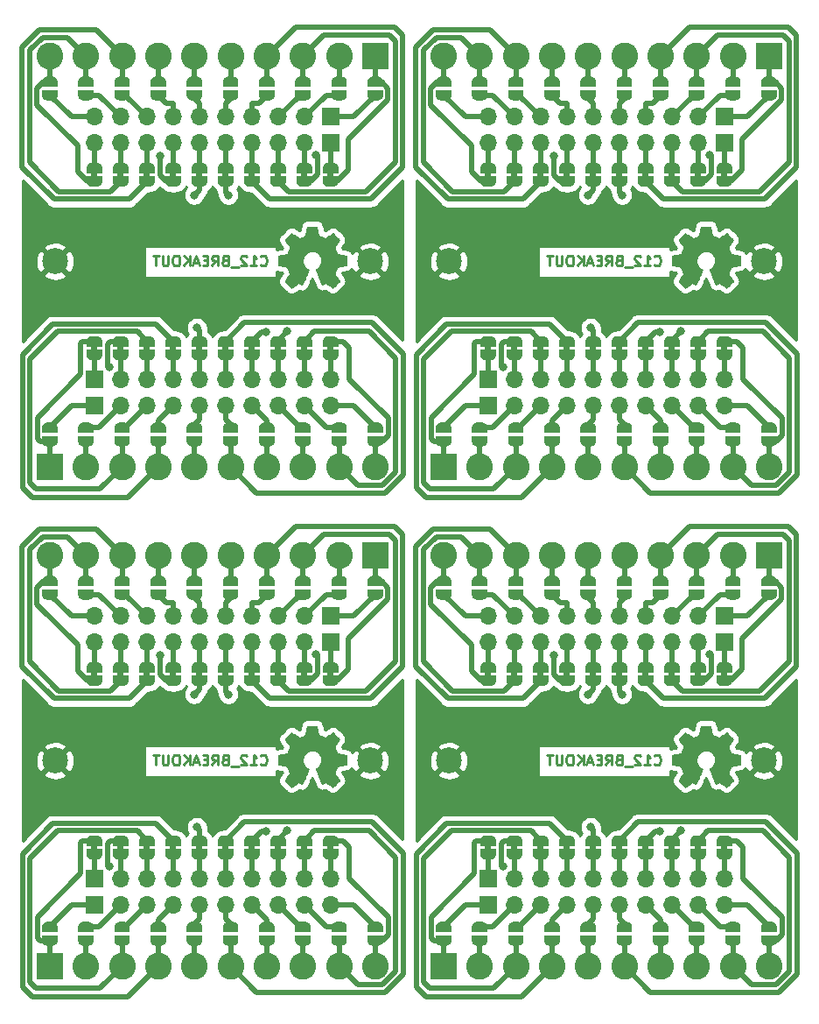
<source format=gbr>
G04 #@! TF.GenerationSoftware,KiCad,Pcbnew,5.1.5+dfsg1-2build2*
G04 #@! TF.CreationDate,2022-09-28T18:38:26-05:00*
G04 #@! TF.ProjectId,,58585858-5858-4585-9858-585858585858,rev?*
G04 #@! TF.SameCoordinates,Original*
G04 #@! TF.FileFunction,Copper,L2,Bot*
G04 #@! TF.FilePolarity,Positive*
%FSLAX46Y46*%
G04 Gerber Fmt 4.6, Leading zero omitted, Abs format (unit mm)*
G04 Created by KiCad (PCBNEW 5.1.5+dfsg1-2build2) date 2022-09-28 18:38:26*
%MOMM*%
%LPD*%
G04 APERTURE LIST*
%ADD10C,0.250000*%
%ADD11C,0.100000*%
%ADD12C,0.010000*%
%ADD13R,1.700000X1.700000*%
%ADD14O,1.700000X1.700000*%
%ADD15R,2.600000X2.600000*%
%ADD16C,2.600000*%
%ADD17C,2.499360*%
%ADD18C,0.800000*%
%ADD19C,0.500000*%
%ADD20C,0.254000*%
G04 APERTURE END LIST*
D10*
X105635773Y-110643942D02*
X105683392Y-110691561D01*
X105826249Y-110739180D01*
X105921487Y-110739180D01*
X106064344Y-110691561D01*
X106159582Y-110596323D01*
X106207201Y-110501085D01*
X106254820Y-110310609D01*
X106254820Y-110167752D01*
X106207201Y-109977276D01*
X106159582Y-109882038D01*
X106064344Y-109786800D01*
X105921487Y-109739180D01*
X105826249Y-109739180D01*
X105683392Y-109786800D01*
X105635773Y-109834419D01*
X104683392Y-110739180D02*
X105254820Y-110739180D01*
X104969106Y-110739180D02*
X104969106Y-109739180D01*
X105064344Y-109882038D01*
X105159582Y-109977276D01*
X105254820Y-110024895D01*
X104302440Y-109834419D02*
X104254820Y-109786800D01*
X104159582Y-109739180D01*
X103921487Y-109739180D01*
X103826249Y-109786800D01*
X103778630Y-109834419D01*
X103731011Y-109929657D01*
X103731011Y-110024895D01*
X103778630Y-110167752D01*
X104350059Y-110739180D01*
X103731011Y-110739180D01*
X103540535Y-110834419D02*
X102778630Y-110834419D01*
X102207201Y-110215371D02*
X102064344Y-110262990D01*
X102016725Y-110310609D01*
X101969106Y-110405847D01*
X101969106Y-110548704D01*
X102016725Y-110643942D01*
X102064344Y-110691561D01*
X102159582Y-110739180D01*
X102540535Y-110739180D01*
X102540535Y-109739180D01*
X102207201Y-109739180D01*
X102111963Y-109786800D01*
X102064344Y-109834419D01*
X102016725Y-109929657D01*
X102016725Y-110024895D01*
X102064344Y-110120133D01*
X102111963Y-110167752D01*
X102207201Y-110215371D01*
X102540535Y-110215371D01*
X100969106Y-110739180D02*
X101302440Y-110262990D01*
X101540535Y-110739180D02*
X101540535Y-109739180D01*
X101159582Y-109739180D01*
X101064344Y-109786800D01*
X101016725Y-109834419D01*
X100969106Y-109929657D01*
X100969106Y-110072514D01*
X101016725Y-110167752D01*
X101064344Y-110215371D01*
X101159582Y-110262990D01*
X101540535Y-110262990D01*
X100540535Y-110215371D02*
X100207201Y-110215371D01*
X100064344Y-110739180D02*
X100540535Y-110739180D01*
X100540535Y-109739180D01*
X100064344Y-109739180D01*
X99683392Y-110453466D02*
X99207201Y-110453466D01*
X99778630Y-110739180D02*
X99445297Y-109739180D01*
X99111963Y-110739180D01*
X98778630Y-110739180D02*
X98778630Y-109739180D01*
X98207201Y-110739180D02*
X98635773Y-110167752D01*
X98207201Y-109739180D02*
X98778630Y-110310609D01*
X97588154Y-109739180D02*
X97397678Y-109739180D01*
X97302440Y-109786800D01*
X97207201Y-109882038D01*
X97159582Y-110072514D01*
X97159582Y-110405847D01*
X97207201Y-110596323D01*
X97302440Y-110691561D01*
X97397678Y-110739180D01*
X97588154Y-110739180D01*
X97683392Y-110691561D01*
X97778630Y-110596323D01*
X97826249Y-110405847D01*
X97826249Y-110072514D01*
X97778630Y-109882038D01*
X97683392Y-109786800D01*
X97588154Y-109739180D01*
X96731011Y-109739180D02*
X96731011Y-110548704D01*
X96683392Y-110643942D01*
X96635773Y-110691561D01*
X96540535Y-110739180D01*
X96350059Y-110739180D01*
X96254820Y-110691561D01*
X96207201Y-110643942D01*
X96159582Y-110548704D01*
X96159582Y-109739180D01*
X95826249Y-109739180D02*
X95254820Y-109739180D01*
X95540535Y-110739180D02*
X95540535Y-109739180D01*
X67535773Y-110643942D02*
X67583392Y-110691561D01*
X67726249Y-110739180D01*
X67821487Y-110739180D01*
X67964344Y-110691561D01*
X68059582Y-110596323D01*
X68107201Y-110501085D01*
X68154820Y-110310609D01*
X68154820Y-110167752D01*
X68107201Y-109977276D01*
X68059582Y-109882038D01*
X67964344Y-109786800D01*
X67821487Y-109739180D01*
X67726249Y-109739180D01*
X67583392Y-109786800D01*
X67535773Y-109834419D01*
X66583392Y-110739180D02*
X67154820Y-110739180D01*
X66869106Y-110739180D02*
X66869106Y-109739180D01*
X66964344Y-109882038D01*
X67059582Y-109977276D01*
X67154820Y-110024895D01*
X66202440Y-109834419D02*
X66154820Y-109786800D01*
X66059582Y-109739180D01*
X65821487Y-109739180D01*
X65726249Y-109786800D01*
X65678630Y-109834419D01*
X65631011Y-109929657D01*
X65631011Y-110024895D01*
X65678630Y-110167752D01*
X66250059Y-110739180D01*
X65631011Y-110739180D01*
X65440535Y-110834419D02*
X64678630Y-110834419D01*
X64107201Y-110215371D02*
X63964344Y-110262990D01*
X63916725Y-110310609D01*
X63869106Y-110405847D01*
X63869106Y-110548704D01*
X63916725Y-110643942D01*
X63964344Y-110691561D01*
X64059582Y-110739180D01*
X64440535Y-110739180D01*
X64440535Y-109739180D01*
X64107201Y-109739180D01*
X64011963Y-109786800D01*
X63964344Y-109834419D01*
X63916725Y-109929657D01*
X63916725Y-110024895D01*
X63964344Y-110120133D01*
X64011963Y-110167752D01*
X64107201Y-110215371D01*
X64440535Y-110215371D01*
X62869106Y-110739180D02*
X63202440Y-110262990D01*
X63440535Y-110739180D02*
X63440535Y-109739180D01*
X63059582Y-109739180D01*
X62964344Y-109786800D01*
X62916725Y-109834419D01*
X62869106Y-109929657D01*
X62869106Y-110072514D01*
X62916725Y-110167752D01*
X62964344Y-110215371D01*
X63059582Y-110262990D01*
X63440535Y-110262990D01*
X62440535Y-110215371D02*
X62107201Y-110215371D01*
X61964344Y-110739180D02*
X62440535Y-110739180D01*
X62440535Y-109739180D01*
X61964344Y-109739180D01*
X61583392Y-110453466D02*
X61107201Y-110453466D01*
X61678630Y-110739180D02*
X61345297Y-109739180D01*
X61011963Y-110739180D01*
X60678630Y-110739180D02*
X60678630Y-109739180D01*
X60107201Y-110739180D02*
X60535773Y-110167752D01*
X60107201Y-109739180D02*
X60678630Y-110310609D01*
X59488154Y-109739180D02*
X59297678Y-109739180D01*
X59202440Y-109786800D01*
X59107201Y-109882038D01*
X59059582Y-110072514D01*
X59059582Y-110405847D01*
X59107201Y-110596323D01*
X59202440Y-110691561D01*
X59297678Y-110739180D01*
X59488154Y-110739180D01*
X59583392Y-110691561D01*
X59678630Y-110596323D01*
X59726249Y-110405847D01*
X59726249Y-110072514D01*
X59678630Y-109882038D01*
X59583392Y-109786800D01*
X59488154Y-109739180D01*
X58631011Y-109739180D02*
X58631011Y-110548704D01*
X58583392Y-110643942D01*
X58535773Y-110691561D01*
X58440535Y-110739180D01*
X58250059Y-110739180D01*
X58154820Y-110691561D01*
X58107201Y-110643942D01*
X58059582Y-110548704D01*
X58059582Y-109739180D01*
X57726249Y-109739180D02*
X57154820Y-109739180D01*
X57440535Y-110739180D02*
X57440535Y-109739180D01*
X105635773Y-62383942D02*
X105683392Y-62431561D01*
X105826249Y-62479180D01*
X105921487Y-62479180D01*
X106064344Y-62431561D01*
X106159582Y-62336323D01*
X106207201Y-62241085D01*
X106254820Y-62050609D01*
X106254820Y-61907752D01*
X106207201Y-61717276D01*
X106159582Y-61622038D01*
X106064344Y-61526800D01*
X105921487Y-61479180D01*
X105826249Y-61479180D01*
X105683392Y-61526800D01*
X105635773Y-61574419D01*
X104683392Y-62479180D02*
X105254820Y-62479180D01*
X104969106Y-62479180D02*
X104969106Y-61479180D01*
X105064344Y-61622038D01*
X105159582Y-61717276D01*
X105254820Y-61764895D01*
X104302440Y-61574419D02*
X104254820Y-61526800D01*
X104159582Y-61479180D01*
X103921487Y-61479180D01*
X103826249Y-61526800D01*
X103778630Y-61574419D01*
X103731011Y-61669657D01*
X103731011Y-61764895D01*
X103778630Y-61907752D01*
X104350059Y-62479180D01*
X103731011Y-62479180D01*
X103540535Y-62574419D02*
X102778630Y-62574419D01*
X102207201Y-61955371D02*
X102064344Y-62002990D01*
X102016725Y-62050609D01*
X101969106Y-62145847D01*
X101969106Y-62288704D01*
X102016725Y-62383942D01*
X102064344Y-62431561D01*
X102159582Y-62479180D01*
X102540535Y-62479180D01*
X102540535Y-61479180D01*
X102207201Y-61479180D01*
X102111963Y-61526800D01*
X102064344Y-61574419D01*
X102016725Y-61669657D01*
X102016725Y-61764895D01*
X102064344Y-61860133D01*
X102111963Y-61907752D01*
X102207201Y-61955371D01*
X102540535Y-61955371D01*
X100969106Y-62479180D02*
X101302440Y-62002990D01*
X101540535Y-62479180D02*
X101540535Y-61479180D01*
X101159582Y-61479180D01*
X101064344Y-61526800D01*
X101016725Y-61574419D01*
X100969106Y-61669657D01*
X100969106Y-61812514D01*
X101016725Y-61907752D01*
X101064344Y-61955371D01*
X101159582Y-62002990D01*
X101540535Y-62002990D01*
X100540535Y-61955371D02*
X100207201Y-61955371D01*
X100064344Y-62479180D02*
X100540535Y-62479180D01*
X100540535Y-61479180D01*
X100064344Y-61479180D01*
X99683392Y-62193466D02*
X99207201Y-62193466D01*
X99778630Y-62479180D02*
X99445297Y-61479180D01*
X99111963Y-62479180D01*
X98778630Y-62479180D02*
X98778630Y-61479180D01*
X98207201Y-62479180D02*
X98635773Y-61907752D01*
X98207201Y-61479180D02*
X98778630Y-62050609D01*
X97588154Y-61479180D02*
X97397678Y-61479180D01*
X97302440Y-61526800D01*
X97207201Y-61622038D01*
X97159582Y-61812514D01*
X97159582Y-62145847D01*
X97207201Y-62336323D01*
X97302440Y-62431561D01*
X97397678Y-62479180D01*
X97588154Y-62479180D01*
X97683392Y-62431561D01*
X97778630Y-62336323D01*
X97826249Y-62145847D01*
X97826249Y-61812514D01*
X97778630Y-61622038D01*
X97683392Y-61526800D01*
X97588154Y-61479180D01*
X96731011Y-61479180D02*
X96731011Y-62288704D01*
X96683392Y-62383942D01*
X96635773Y-62431561D01*
X96540535Y-62479180D01*
X96350059Y-62479180D01*
X96254820Y-62431561D01*
X96207201Y-62383942D01*
X96159582Y-62288704D01*
X96159582Y-61479180D01*
X95826249Y-61479180D02*
X95254820Y-61479180D01*
X95540535Y-62479180D02*
X95540535Y-61479180D01*
X67535773Y-62383942D02*
X67583392Y-62431561D01*
X67726249Y-62479180D01*
X67821487Y-62479180D01*
X67964344Y-62431561D01*
X68059582Y-62336323D01*
X68107201Y-62241085D01*
X68154820Y-62050609D01*
X68154820Y-61907752D01*
X68107201Y-61717276D01*
X68059582Y-61622038D01*
X67964344Y-61526800D01*
X67821487Y-61479180D01*
X67726249Y-61479180D01*
X67583392Y-61526800D01*
X67535773Y-61574419D01*
X66583392Y-62479180D02*
X67154820Y-62479180D01*
X66869106Y-62479180D02*
X66869106Y-61479180D01*
X66964344Y-61622038D01*
X67059582Y-61717276D01*
X67154820Y-61764895D01*
X66202440Y-61574419D02*
X66154820Y-61526800D01*
X66059582Y-61479180D01*
X65821487Y-61479180D01*
X65726249Y-61526800D01*
X65678630Y-61574419D01*
X65631011Y-61669657D01*
X65631011Y-61764895D01*
X65678630Y-61907752D01*
X66250059Y-62479180D01*
X65631011Y-62479180D01*
X65440535Y-62574419D02*
X64678630Y-62574419D01*
X64107201Y-61955371D02*
X63964344Y-62002990D01*
X63916725Y-62050609D01*
X63869106Y-62145847D01*
X63869106Y-62288704D01*
X63916725Y-62383942D01*
X63964344Y-62431561D01*
X64059582Y-62479180D01*
X64440535Y-62479180D01*
X64440535Y-61479180D01*
X64107201Y-61479180D01*
X64011963Y-61526800D01*
X63964344Y-61574419D01*
X63916725Y-61669657D01*
X63916725Y-61764895D01*
X63964344Y-61860133D01*
X64011963Y-61907752D01*
X64107201Y-61955371D01*
X64440535Y-61955371D01*
X62869106Y-62479180D02*
X63202440Y-62002990D01*
X63440535Y-62479180D02*
X63440535Y-61479180D01*
X63059582Y-61479180D01*
X62964344Y-61526800D01*
X62916725Y-61574419D01*
X62869106Y-61669657D01*
X62869106Y-61812514D01*
X62916725Y-61907752D01*
X62964344Y-61955371D01*
X63059582Y-62002990D01*
X63440535Y-62002990D01*
X62440535Y-61955371D02*
X62107201Y-61955371D01*
X61964344Y-62479180D02*
X62440535Y-62479180D01*
X62440535Y-61479180D01*
X61964344Y-61479180D01*
X61583392Y-62193466D02*
X61107201Y-62193466D01*
X61678630Y-62479180D02*
X61345297Y-61479180D01*
X61011963Y-62479180D01*
X60678630Y-62479180D02*
X60678630Y-61479180D01*
X60107201Y-62479180D02*
X60535773Y-61907752D01*
X60107201Y-61479180D02*
X60678630Y-62050609D01*
X59488154Y-61479180D02*
X59297678Y-61479180D01*
X59202440Y-61526800D01*
X59107201Y-61622038D01*
X59059582Y-61812514D01*
X59059582Y-62145847D01*
X59107201Y-62336323D01*
X59202440Y-62431561D01*
X59297678Y-62479180D01*
X59488154Y-62479180D01*
X59583392Y-62431561D01*
X59678630Y-62336323D01*
X59726249Y-62145847D01*
X59726249Y-61812514D01*
X59678630Y-61622038D01*
X59583392Y-61526800D01*
X59488154Y-61479180D01*
X58631011Y-61479180D02*
X58631011Y-62288704D01*
X58583392Y-62383942D01*
X58535773Y-62431561D01*
X58440535Y-62479180D01*
X58250059Y-62479180D01*
X58154820Y-62431561D01*
X58107201Y-62383942D01*
X58059582Y-62288704D01*
X58059582Y-61479180D01*
X57726249Y-61479180D02*
X57154820Y-61479180D01*
X57440535Y-62479180D02*
X57440535Y-61479180D01*
D11*
G36*
X91820760Y-118954320D02*
G01*
X91820760Y-118454320D01*
X92420760Y-118454320D01*
X92420760Y-118954320D01*
X91820760Y-118954320D01*
G37*
G36*
X53720760Y-118954320D02*
G01*
X53720760Y-118454320D01*
X54320760Y-118454320D01*
X54320760Y-118954320D01*
X53720760Y-118954320D01*
G37*
G36*
X91820760Y-70694320D02*
G01*
X91820760Y-70194320D01*
X92420760Y-70194320D01*
X92420760Y-70694320D01*
X91820760Y-70694320D01*
G37*
G36*
X101980760Y-118954320D02*
G01*
X101980760Y-118454320D01*
X102580760Y-118454320D01*
X102580760Y-118954320D01*
X101980760Y-118954320D01*
G37*
G36*
X63880760Y-118954320D02*
G01*
X63880760Y-118454320D01*
X64480760Y-118454320D01*
X64480760Y-118954320D01*
X63880760Y-118954320D01*
G37*
G36*
X101980760Y-70694320D02*
G01*
X101980760Y-70194320D01*
X102580760Y-70194320D01*
X102580760Y-70694320D01*
X101980760Y-70694320D01*
G37*
G36*
X91820760Y-102180320D02*
G01*
X91820760Y-101680320D01*
X92420760Y-101680320D01*
X92420760Y-102180320D01*
X91820760Y-102180320D01*
G37*
G36*
X53720760Y-102180320D02*
G01*
X53720760Y-101680320D01*
X54320760Y-101680320D01*
X54320760Y-102180320D01*
X53720760Y-102180320D01*
G37*
G36*
X91820760Y-53920320D02*
G01*
X91820760Y-53420320D01*
X92420760Y-53420320D01*
X92420760Y-53920320D01*
X91820760Y-53920320D01*
G37*
G36*
X112140760Y-102180320D02*
G01*
X112140760Y-101680320D01*
X112740760Y-101680320D01*
X112740760Y-102180320D01*
X112140760Y-102180320D01*
G37*
G36*
X74040760Y-102180320D02*
G01*
X74040760Y-101680320D01*
X74640760Y-101680320D01*
X74640760Y-102180320D01*
X74040760Y-102180320D01*
G37*
G36*
X112140760Y-53920320D02*
G01*
X112140760Y-53420320D01*
X112740760Y-53420320D01*
X112740760Y-53920320D01*
X112140760Y-53920320D01*
G37*
G36*
X107060760Y-118954320D02*
G01*
X107060760Y-118454320D01*
X107660760Y-118454320D01*
X107660760Y-118954320D01*
X107060760Y-118954320D01*
G37*
G36*
X68960760Y-118954320D02*
G01*
X68960760Y-118454320D01*
X69560760Y-118454320D01*
X69560760Y-118954320D01*
X68960760Y-118954320D01*
G37*
G36*
X107060760Y-70694320D02*
G01*
X107060760Y-70194320D01*
X107660760Y-70194320D01*
X107660760Y-70694320D01*
X107060760Y-70694320D01*
G37*
G36*
X107060760Y-102180320D02*
G01*
X107060760Y-101680320D01*
X107660760Y-101680320D01*
X107660760Y-102180320D01*
X107060760Y-102180320D01*
G37*
G36*
X68960760Y-102180320D02*
G01*
X68960760Y-101680320D01*
X69560760Y-101680320D01*
X69560760Y-102180320D01*
X68960760Y-102180320D01*
G37*
G36*
X107060760Y-53920320D02*
G01*
X107060760Y-53420320D01*
X107660760Y-53420320D01*
X107660760Y-53920320D01*
X107060760Y-53920320D01*
G37*
G36*
X96900760Y-102180320D02*
G01*
X96900760Y-101680320D01*
X97500760Y-101680320D01*
X97500760Y-102180320D01*
X96900760Y-102180320D01*
G37*
G36*
X58800760Y-102180320D02*
G01*
X58800760Y-101680320D01*
X59400760Y-101680320D01*
X59400760Y-102180320D01*
X58800760Y-102180320D01*
G37*
G36*
X96900760Y-53920320D02*
G01*
X96900760Y-53420320D01*
X97500760Y-53420320D01*
X97500760Y-53920320D01*
X96900760Y-53920320D01*
G37*
G36*
X94360760Y-102180320D02*
G01*
X94360760Y-101680320D01*
X94960760Y-101680320D01*
X94960760Y-102180320D01*
X94360760Y-102180320D01*
G37*
G36*
X56260760Y-102180320D02*
G01*
X56260760Y-101680320D01*
X56860760Y-101680320D01*
X56860760Y-102180320D01*
X56260760Y-102180320D01*
G37*
G36*
X94360760Y-53920320D02*
G01*
X94360760Y-53420320D01*
X94960760Y-53420320D01*
X94960760Y-53920320D01*
X94360760Y-53920320D01*
G37*
G36*
X101980760Y-102180320D02*
G01*
X101980760Y-101680320D01*
X102580760Y-101680320D01*
X102580760Y-102180320D01*
X101980760Y-102180320D01*
G37*
G36*
X63880760Y-102180320D02*
G01*
X63880760Y-101680320D01*
X64480760Y-101680320D01*
X64480760Y-102180320D01*
X63880760Y-102180320D01*
G37*
G36*
X101980760Y-53920320D02*
G01*
X101980760Y-53420320D01*
X102580760Y-53420320D01*
X102580760Y-53920320D01*
X101980760Y-53920320D01*
G37*
G36*
X104520760Y-118954320D02*
G01*
X104520760Y-118454320D01*
X105120760Y-118454320D01*
X105120760Y-118954320D01*
X104520760Y-118954320D01*
G37*
G36*
X66420760Y-118954320D02*
G01*
X66420760Y-118454320D01*
X67020760Y-118454320D01*
X67020760Y-118954320D01*
X66420760Y-118954320D01*
G37*
G36*
X104520760Y-70694320D02*
G01*
X104520760Y-70194320D01*
X105120760Y-70194320D01*
X105120760Y-70694320D01*
X104520760Y-70694320D01*
G37*
G36*
X99440760Y-118954320D02*
G01*
X99440760Y-118454320D01*
X100040760Y-118454320D01*
X100040760Y-118954320D01*
X99440760Y-118954320D01*
G37*
G36*
X61340760Y-118954320D02*
G01*
X61340760Y-118454320D01*
X61940760Y-118454320D01*
X61940760Y-118954320D01*
X61340760Y-118954320D01*
G37*
G36*
X99440760Y-70694320D02*
G01*
X99440760Y-70194320D01*
X100040760Y-70194320D01*
X100040760Y-70694320D01*
X99440760Y-70694320D01*
G37*
G36*
X104520760Y-102180320D02*
G01*
X104520760Y-101680320D01*
X105120760Y-101680320D01*
X105120760Y-102180320D01*
X104520760Y-102180320D01*
G37*
G36*
X66420760Y-102180320D02*
G01*
X66420760Y-101680320D01*
X67020760Y-101680320D01*
X67020760Y-102180320D01*
X66420760Y-102180320D01*
G37*
G36*
X104520760Y-53920320D02*
G01*
X104520760Y-53420320D01*
X105120760Y-53420320D01*
X105120760Y-53920320D01*
X104520760Y-53920320D01*
G37*
G36*
X109600760Y-118954320D02*
G01*
X109600760Y-118454320D01*
X110200760Y-118454320D01*
X110200760Y-118954320D01*
X109600760Y-118954320D01*
G37*
G36*
X71500760Y-118954320D02*
G01*
X71500760Y-118454320D01*
X72100760Y-118454320D01*
X72100760Y-118954320D01*
X71500760Y-118954320D01*
G37*
G36*
X109600760Y-70694320D02*
G01*
X109600760Y-70194320D01*
X110200760Y-70194320D01*
X110200760Y-70694320D01*
X109600760Y-70694320D01*
G37*
G36*
X112140760Y-118954320D02*
G01*
X112140760Y-118454320D01*
X112740760Y-118454320D01*
X112740760Y-118954320D01*
X112140760Y-118954320D01*
G37*
G36*
X74040760Y-118954320D02*
G01*
X74040760Y-118454320D01*
X74640760Y-118454320D01*
X74640760Y-118954320D01*
X74040760Y-118954320D01*
G37*
G36*
X112140760Y-70694320D02*
G01*
X112140760Y-70194320D01*
X112740760Y-70194320D01*
X112740760Y-70694320D01*
X112140760Y-70694320D01*
G37*
G36*
X109600760Y-102180320D02*
G01*
X109600760Y-101680320D01*
X110200760Y-101680320D01*
X110200760Y-102180320D01*
X109600760Y-102180320D01*
G37*
G36*
X71500760Y-102180320D02*
G01*
X71500760Y-101680320D01*
X72100760Y-101680320D01*
X72100760Y-102180320D01*
X71500760Y-102180320D01*
G37*
G36*
X109600760Y-53920320D02*
G01*
X109600760Y-53420320D01*
X110200760Y-53420320D01*
X110200760Y-53920320D01*
X109600760Y-53920320D01*
G37*
G36*
X94360760Y-118954320D02*
G01*
X94360760Y-118454320D01*
X94960760Y-118454320D01*
X94960760Y-118954320D01*
X94360760Y-118954320D01*
G37*
G36*
X56260760Y-118954320D02*
G01*
X56260760Y-118454320D01*
X56860760Y-118454320D01*
X56860760Y-118954320D01*
X56260760Y-118954320D01*
G37*
G36*
X94360760Y-70694320D02*
G01*
X94360760Y-70194320D01*
X94960760Y-70194320D01*
X94960760Y-70694320D01*
X94360760Y-70694320D01*
G37*
G36*
X99440760Y-102180320D02*
G01*
X99440760Y-101680320D01*
X100040760Y-101680320D01*
X100040760Y-102180320D01*
X99440760Y-102180320D01*
G37*
G36*
X61340760Y-102180320D02*
G01*
X61340760Y-101680320D01*
X61940760Y-101680320D01*
X61940760Y-102180320D01*
X61340760Y-102180320D01*
G37*
G36*
X99440760Y-53920320D02*
G01*
X99440760Y-53420320D01*
X100040760Y-53420320D01*
X100040760Y-53920320D01*
X99440760Y-53920320D01*
G37*
G36*
X89280760Y-102180320D02*
G01*
X89280760Y-101680320D01*
X89880760Y-101680320D01*
X89880760Y-102180320D01*
X89280760Y-102180320D01*
G37*
G36*
X51180760Y-102180320D02*
G01*
X51180760Y-101680320D01*
X51780760Y-101680320D01*
X51780760Y-102180320D01*
X51180760Y-102180320D01*
G37*
G36*
X89280760Y-53920320D02*
G01*
X89280760Y-53420320D01*
X89880760Y-53420320D01*
X89880760Y-53920320D01*
X89280760Y-53920320D01*
G37*
G36*
X96900760Y-118954320D02*
G01*
X96900760Y-118454320D01*
X97500760Y-118454320D01*
X97500760Y-118954320D01*
X96900760Y-118954320D01*
G37*
G36*
X58800760Y-118954320D02*
G01*
X58800760Y-118454320D01*
X59400760Y-118454320D01*
X59400760Y-118954320D01*
X58800760Y-118954320D01*
G37*
G36*
X96900760Y-70694320D02*
G01*
X96900760Y-70194320D01*
X97500760Y-70194320D01*
X97500760Y-70694320D01*
X96900760Y-70694320D01*
G37*
G36*
X89280760Y-118954320D02*
G01*
X89280760Y-118454320D01*
X89880760Y-118454320D01*
X89880760Y-118954320D01*
X89280760Y-118954320D01*
G37*
G36*
X51180760Y-118954320D02*
G01*
X51180760Y-118454320D01*
X51780760Y-118454320D01*
X51780760Y-118954320D01*
X51180760Y-118954320D01*
G37*
G36*
X89280760Y-70694320D02*
G01*
X89280760Y-70194320D01*
X89880760Y-70194320D01*
X89880760Y-70694320D01*
X89280760Y-70694320D01*
G37*
D12*
G36*
X110106906Y-107389971D02*
G01*
X110023085Y-107834595D01*
X109713800Y-107962093D01*
X109404514Y-108089591D01*
X109033474Y-107837286D01*
X108929563Y-107767036D01*
X108835633Y-107704312D01*
X108756068Y-107651978D01*
X108695250Y-107612897D01*
X108657563Y-107589933D01*
X108647299Y-107584982D01*
X108628810Y-107597716D01*
X108589300Y-107632922D01*
X108533198Y-107686102D01*
X108464933Y-107752758D01*
X108388934Y-107828394D01*
X108309628Y-107908512D01*
X108231445Y-107988614D01*
X108158813Y-108064204D01*
X108096161Y-108130785D01*
X108047917Y-108183858D01*
X108018510Y-108218927D01*
X108011479Y-108230663D01*
X108021597Y-108252300D01*
X108049961Y-108299702D01*
X108093591Y-108368233D01*
X108149502Y-108453255D01*
X108214714Y-108550133D01*
X108252501Y-108605390D01*
X108321377Y-108706288D01*
X108382580Y-108797339D01*
X108433142Y-108874010D01*
X108470092Y-108931768D01*
X108490462Y-108966083D01*
X108493523Y-108973294D01*
X108486584Y-108993788D01*
X108467669Y-109041553D01*
X108439633Y-109109872D01*
X108405329Y-109192029D01*
X108367611Y-109281310D01*
X108329333Y-109370998D01*
X108293350Y-109454378D01*
X108262514Y-109524734D01*
X108239681Y-109575350D01*
X108227703Y-109599511D01*
X108226996Y-109600462D01*
X108208189Y-109605076D01*
X108158102Y-109615368D01*
X108081927Y-109630327D01*
X107984855Y-109648941D01*
X107872077Y-109670199D01*
X107806278Y-109682458D01*
X107685770Y-109705402D01*
X107576923Y-109727235D01*
X107485244Y-109746762D01*
X107416239Y-109762788D01*
X107375416Y-109774119D01*
X107367209Y-109777714D01*
X107359172Y-109802046D01*
X107352687Y-109856999D01*
X107347750Y-109936148D01*
X107344356Y-110033066D01*
X107342502Y-110141327D01*
X107342182Y-110254505D01*
X107343393Y-110366175D01*
X107346130Y-110469908D01*
X107350389Y-110559281D01*
X107356165Y-110627866D01*
X107363453Y-110669237D01*
X107367825Y-110677850D01*
X107393956Y-110688173D01*
X107449327Y-110702932D01*
X107526613Y-110720392D01*
X107618490Y-110738820D01*
X107650562Y-110744781D01*
X107805196Y-110773106D01*
X107927345Y-110795916D01*
X108021047Y-110814120D01*
X108090336Y-110828623D01*
X108139249Y-110840332D01*
X108171823Y-110850155D01*
X108192092Y-110858996D01*
X108204094Y-110867764D01*
X108205773Y-110869497D01*
X108222536Y-110897411D01*
X108248106Y-110951735D01*
X108279932Y-111025817D01*
X108315460Y-111113005D01*
X108352137Y-111206648D01*
X108387409Y-111300092D01*
X108418724Y-111386687D01*
X108443527Y-111459780D01*
X108459266Y-111512718D01*
X108463388Y-111538851D01*
X108463044Y-111539766D01*
X108449079Y-111561126D01*
X108417398Y-111608124D01*
X108371329Y-111675867D01*
X108314202Y-111759463D01*
X108249347Y-111854022D01*
X108230877Y-111880894D01*
X108165021Y-111978315D01*
X108107070Y-112067203D01*
X108060182Y-112142452D01*
X108027513Y-112198960D01*
X108012220Y-112231621D01*
X108011479Y-112235633D01*
X108024328Y-112256724D01*
X108059832Y-112298504D01*
X108113427Y-112356485D01*
X108180549Y-112426175D01*
X108256633Y-112503085D01*
X108337116Y-112582723D01*
X108417433Y-112660601D01*
X108493021Y-112732226D01*
X108559315Y-112793110D01*
X108611751Y-112838761D01*
X108645765Y-112864690D01*
X108655175Y-112868923D01*
X108677077Y-112858952D01*
X108721920Y-112832060D01*
X108782399Y-112792776D01*
X108828931Y-112761157D01*
X108913245Y-112703138D01*
X109013094Y-112634824D01*
X109113247Y-112566619D01*
X109167093Y-112530115D01*
X109349349Y-112406840D01*
X109502339Y-112489560D01*
X109572038Y-112525799D01*
X109631306Y-112553966D01*
X109671409Y-112570031D01*
X109681617Y-112572266D01*
X109693891Y-112555762D01*
X109718107Y-112509122D01*
X109752457Y-112436649D01*
X109795132Y-112342646D01*
X109844326Y-112231414D01*
X109898230Y-112107255D01*
X109955036Y-111974472D01*
X110012938Y-111837367D01*
X110070127Y-111700242D01*
X110124796Y-111567398D01*
X110175136Y-111443138D01*
X110219340Y-111331765D01*
X110255601Y-111237579D01*
X110282111Y-111164884D01*
X110297062Y-111117981D01*
X110299466Y-111101873D01*
X110280409Y-111081326D01*
X110238684Y-111047973D01*
X110183014Y-111008742D01*
X110178342Y-111005639D01*
X110034456Y-110890463D01*
X109918437Y-110756093D01*
X109831290Y-110606824D01*
X109774021Y-110446953D01*
X109747634Y-110280777D01*
X109753135Y-110112592D01*
X109791530Y-109946695D01*
X109863825Y-109787382D01*
X109885094Y-109752527D01*
X109995724Y-109611777D01*
X110126418Y-109498754D01*
X110272656Y-109414043D01*
X110429912Y-109358234D01*
X110593663Y-109331914D01*
X110759387Y-109335670D01*
X110922558Y-109370090D01*
X111078655Y-109435763D01*
X111223153Y-109533275D01*
X111267851Y-109572853D01*
X111381608Y-109696743D01*
X111464502Y-109827164D01*
X111521364Y-109973355D01*
X111553033Y-110118128D01*
X111560851Y-110280900D01*
X111534782Y-110444480D01*
X111477475Y-110603338D01*
X111391576Y-110751946D01*
X111279734Y-110884775D01*
X111144597Y-110996296D01*
X111126837Y-111008051D01*
X111070570Y-111046548D01*
X111027797Y-111079903D01*
X111007348Y-111101200D01*
X111007051Y-111101873D01*
X111011441Y-111124911D01*
X111028844Y-111177197D01*
X111057452Y-111254430D01*
X111095455Y-111352308D01*
X111141046Y-111466531D01*
X111192417Y-111592798D01*
X111247758Y-111726807D01*
X111305262Y-111864258D01*
X111363119Y-112000848D01*
X111419522Y-112132277D01*
X111472662Y-112254245D01*
X111520730Y-112362449D01*
X111561919Y-112452589D01*
X111594419Y-112520363D01*
X111616423Y-112561470D01*
X111625284Y-112572266D01*
X111652360Y-112563859D01*
X111703023Y-112541312D01*
X111768537Y-112508653D01*
X111804561Y-112489560D01*
X111957552Y-112406840D01*
X112139808Y-112530115D01*
X112232845Y-112593268D01*
X112334705Y-112662767D01*
X112430158Y-112728205D01*
X112477970Y-112761157D01*
X112545215Y-112806313D01*
X112602156Y-112842097D01*
X112641366Y-112863978D01*
X112654101Y-112868603D01*
X112672637Y-112856125D01*
X112713661Y-112821292D01*
X112773195Y-112767718D01*
X112847262Y-112699023D01*
X112931885Y-112618821D01*
X112985405Y-112567326D01*
X113079039Y-112475326D01*
X113159961Y-112393039D01*
X113224897Y-112323985D01*
X113270578Y-112271684D01*
X113293731Y-112239656D01*
X113295952Y-112233156D01*
X113285644Y-112208434D01*
X113257159Y-112158445D01*
X113213657Y-112088252D01*
X113158297Y-112002915D01*
X113094240Y-111907496D01*
X113076023Y-111880894D01*
X113009647Y-111784207D01*
X112950098Y-111697157D01*
X112900704Y-111624635D01*
X112864795Y-111571533D01*
X112845701Y-111542743D01*
X112843856Y-111539766D01*
X112846615Y-111516822D01*
X112861258Y-111466376D01*
X112885233Y-111395081D01*
X112915986Y-111309587D01*
X112950964Y-111216547D01*
X112987613Y-111122614D01*
X113023381Y-111034439D01*
X113055714Y-110958674D01*
X113082058Y-110901971D01*
X113099862Y-110870983D01*
X113101127Y-110869497D01*
X113112014Y-110860641D01*
X113130402Y-110851883D01*
X113160326Y-110842317D01*
X113205823Y-110831036D01*
X113270929Y-110817133D01*
X113359681Y-110799703D01*
X113476113Y-110777838D01*
X113624262Y-110750631D01*
X113656338Y-110744781D01*
X113751406Y-110726414D01*
X113834285Y-110708445D01*
X113897650Y-110692609D01*
X113934178Y-110680640D01*
X113939076Y-110677850D01*
X113947147Y-110653112D01*
X113953707Y-110597830D01*
X113958753Y-110518429D01*
X113962279Y-110421336D01*
X113964281Y-110312978D01*
X113964756Y-110199780D01*
X113963697Y-110088168D01*
X113961102Y-109984569D01*
X113956966Y-109895408D01*
X113951283Y-109827112D01*
X113944051Y-109786106D01*
X113939691Y-109777714D01*
X113915418Y-109769248D01*
X113860146Y-109755475D01*
X113779382Y-109737590D01*
X113678632Y-109716788D01*
X113563403Y-109694263D01*
X113500622Y-109682458D01*
X113381507Y-109660191D01*
X113275285Y-109640019D01*
X113187147Y-109622955D01*
X113122286Y-109610009D01*
X113085894Y-109602195D01*
X113079904Y-109600462D01*
X113069781Y-109580930D01*
X113048382Y-109533883D01*
X113018559Y-109466043D01*
X112983165Y-109384131D01*
X112945052Y-109294868D01*
X112907073Y-109204975D01*
X112872080Y-109121175D01*
X112842926Y-109050187D01*
X112822463Y-108998734D01*
X112813543Y-108973537D01*
X112813377Y-108972436D01*
X112823489Y-108952559D01*
X112851837Y-108906817D01*
X112895443Y-108839757D01*
X112951326Y-108755924D01*
X113016507Y-108659866D01*
X113054399Y-108604690D01*
X113123445Y-108503521D01*
X113184770Y-108411670D01*
X113235383Y-108333784D01*
X113272291Y-108274509D01*
X113292502Y-108238491D01*
X113295421Y-108230417D01*
X113282873Y-108211624D01*
X113248183Y-108171497D01*
X113195783Y-108114533D01*
X113130104Y-108045225D01*
X113055576Y-107968071D01*
X112976633Y-107887565D01*
X112897703Y-107808203D01*
X112823220Y-107734480D01*
X112757614Y-107670892D01*
X112705316Y-107621934D01*
X112670759Y-107592101D01*
X112659198Y-107584982D01*
X112640374Y-107594993D01*
X112595351Y-107623118D01*
X112528507Y-107666494D01*
X112444219Y-107722258D01*
X112346864Y-107787546D01*
X112273427Y-107837286D01*
X111902387Y-108089591D01*
X111283815Y-107834595D01*
X111199995Y-107389971D01*
X111116174Y-106945347D01*
X110190726Y-106945347D01*
X110106906Y-107389971D01*
G37*
X110106906Y-107389971D02*
X110023085Y-107834595D01*
X109713800Y-107962093D01*
X109404514Y-108089591D01*
X109033474Y-107837286D01*
X108929563Y-107767036D01*
X108835633Y-107704312D01*
X108756068Y-107651978D01*
X108695250Y-107612897D01*
X108657563Y-107589933D01*
X108647299Y-107584982D01*
X108628810Y-107597716D01*
X108589300Y-107632922D01*
X108533198Y-107686102D01*
X108464933Y-107752758D01*
X108388934Y-107828394D01*
X108309628Y-107908512D01*
X108231445Y-107988614D01*
X108158813Y-108064204D01*
X108096161Y-108130785D01*
X108047917Y-108183858D01*
X108018510Y-108218927D01*
X108011479Y-108230663D01*
X108021597Y-108252300D01*
X108049961Y-108299702D01*
X108093591Y-108368233D01*
X108149502Y-108453255D01*
X108214714Y-108550133D01*
X108252501Y-108605390D01*
X108321377Y-108706288D01*
X108382580Y-108797339D01*
X108433142Y-108874010D01*
X108470092Y-108931768D01*
X108490462Y-108966083D01*
X108493523Y-108973294D01*
X108486584Y-108993788D01*
X108467669Y-109041553D01*
X108439633Y-109109872D01*
X108405329Y-109192029D01*
X108367611Y-109281310D01*
X108329333Y-109370998D01*
X108293350Y-109454378D01*
X108262514Y-109524734D01*
X108239681Y-109575350D01*
X108227703Y-109599511D01*
X108226996Y-109600462D01*
X108208189Y-109605076D01*
X108158102Y-109615368D01*
X108081927Y-109630327D01*
X107984855Y-109648941D01*
X107872077Y-109670199D01*
X107806278Y-109682458D01*
X107685770Y-109705402D01*
X107576923Y-109727235D01*
X107485244Y-109746762D01*
X107416239Y-109762788D01*
X107375416Y-109774119D01*
X107367209Y-109777714D01*
X107359172Y-109802046D01*
X107352687Y-109856999D01*
X107347750Y-109936148D01*
X107344356Y-110033066D01*
X107342502Y-110141327D01*
X107342182Y-110254505D01*
X107343393Y-110366175D01*
X107346130Y-110469908D01*
X107350389Y-110559281D01*
X107356165Y-110627866D01*
X107363453Y-110669237D01*
X107367825Y-110677850D01*
X107393956Y-110688173D01*
X107449327Y-110702932D01*
X107526613Y-110720392D01*
X107618490Y-110738820D01*
X107650562Y-110744781D01*
X107805196Y-110773106D01*
X107927345Y-110795916D01*
X108021047Y-110814120D01*
X108090336Y-110828623D01*
X108139249Y-110840332D01*
X108171823Y-110850155D01*
X108192092Y-110858996D01*
X108204094Y-110867764D01*
X108205773Y-110869497D01*
X108222536Y-110897411D01*
X108248106Y-110951735D01*
X108279932Y-111025817D01*
X108315460Y-111113005D01*
X108352137Y-111206648D01*
X108387409Y-111300092D01*
X108418724Y-111386687D01*
X108443527Y-111459780D01*
X108459266Y-111512718D01*
X108463388Y-111538851D01*
X108463044Y-111539766D01*
X108449079Y-111561126D01*
X108417398Y-111608124D01*
X108371329Y-111675867D01*
X108314202Y-111759463D01*
X108249347Y-111854022D01*
X108230877Y-111880894D01*
X108165021Y-111978315D01*
X108107070Y-112067203D01*
X108060182Y-112142452D01*
X108027513Y-112198960D01*
X108012220Y-112231621D01*
X108011479Y-112235633D01*
X108024328Y-112256724D01*
X108059832Y-112298504D01*
X108113427Y-112356485D01*
X108180549Y-112426175D01*
X108256633Y-112503085D01*
X108337116Y-112582723D01*
X108417433Y-112660601D01*
X108493021Y-112732226D01*
X108559315Y-112793110D01*
X108611751Y-112838761D01*
X108645765Y-112864690D01*
X108655175Y-112868923D01*
X108677077Y-112858952D01*
X108721920Y-112832060D01*
X108782399Y-112792776D01*
X108828931Y-112761157D01*
X108913245Y-112703138D01*
X109013094Y-112634824D01*
X109113247Y-112566619D01*
X109167093Y-112530115D01*
X109349349Y-112406840D01*
X109502339Y-112489560D01*
X109572038Y-112525799D01*
X109631306Y-112553966D01*
X109671409Y-112570031D01*
X109681617Y-112572266D01*
X109693891Y-112555762D01*
X109718107Y-112509122D01*
X109752457Y-112436649D01*
X109795132Y-112342646D01*
X109844326Y-112231414D01*
X109898230Y-112107255D01*
X109955036Y-111974472D01*
X110012938Y-111837367D01*
X110070127Y-111700242D01*
X110124796Y-111567398D01*
X110175136Y-111443138D01*
X110219340Y-111331765D01*
X110255601Y-111237579D01*
X110282111Y-111164884D01*
X110297062Y-111117981D01*
X110299466Y-111101873D01*
X110280409Y-111081326D01*
X110238684Y-111047973D01*
X110183014Y-111008742D01*
X110178342Y-111005639D01*
X110034456Y-110890463D01*
X109918437Y-110756093D01*
X109831290Y-110606824D01*
X109774021Y-110446953D01*
X109747634Y-110280777D01*
X109753135Y-110112592D01*
X109791530Y-109946695D01*
X109863825Y-109787382D01*
X109885094Y-109752527D01*
X109995724Y-109611777D01*
X110126418Y-109498754D01*
X110272656Y-109414043D01*
X110429912Y-109358234D01*
X110593663Y-109331914D01*
X110759387Y-109335670D01*
X110922558Y-109370090D01*
X111078655Y-109435763D01*
X111223153Y-109533275D01*
X111267851Y-109572853D01*
X111381608Y-109696743D01*
X111464502Y-109827164D01*
X111521364Y-109973355D01*
X111553033Y-110118128D01*
X111560851Y-110280900D01*
X111534782Y-110444480D01*
X111477475Y-110603338D01*
X111391576Y-110751946D01*
X111279734Y-110884775D01*
X111144597Y-110996296D01*
X111126837Y-111008051D01*
X111070570Y-111046548D01*
X111027797Y-111079903D01*
X111007348Y-111101200D01*
X111007051Y-111101873D01*
X111011441Y-111124911D01*
X111028844Y-111177197D01*
X111057452Y-111254430D01*
X111095455Y-111352308D01*
X111141046Y-111466531D01*
X111192417Y-111592798D01*
X111247758Y-111726807D01*
X111305262Y-111864258D01*
X111363119Y-112000848D01*
X111419522Y-112132277D01*
X111472662Y-112254245D01*
X111520730Y-112362449D01*
X111561919Y-112452589D01*
X111594419Y-112520363D01*
X111616423Y-112561470D01*
X111625284Y-112572266D01*
X111652360Y-112563859D01*
X111703023Y-112541312D01*
X111768537Y-112508653D01*
X111804561Y-112489560D01*
X111957552Y-112406840D01*
X112139808Y-112530115D01*
X112232845Y-112593268D01*
X112334705Y-112662767D01*
X112430158Y-112728205D01*
X112477970Y-112761157D01*
X112545215Y-112806313D01*
X112602156Y-112842097D01*
X112641366Y-112863978D01*
X112654101Y-112868603D01*
X112672637Y-112856125D01*
X112713661Y-112821292D01*
X112773195Y-112767718D01*
X112847262Y-112699023D01*
X112931885Y-112618821D01*
X112985405Y-112567326D01*
X113079039Y-112475326D01*
X113159961Y-112393039D01*
X113224897Y-112323985D01*
X113270578Y-112271684D01*
X113293731Y-112239656D01*
X113295952Y-112233156D01*
X113285644Y-112208434D01*
X113257159Y-112158445D01*
X113213657Y-112088252D01*
X113158297Y-112002915D01*
X113094240Y-111907496D01*
X113076023Y-111880894D01*
X113009647Y-111784207D01*
X112950098Y-111697157D01*
X112900704Y-111624635D01*
X112864795Y-111571533D01*
X112845701Y-111542743D01*
X112843856Y-111539766D01*
X112846615Y-111516822D01*
X112861258Y-111466376D01*
X112885233Y-111395081D01*
X112915986Y-111309587D01*
X112950964Y-111216547D01*
X112987613Y-111122614D01*
X113023381Y-111034439D01*
X113055714Y-110958674D01*
X113082058Y-110901971D01*
X113099862Y-110870983D01*
X113101127Y-110869497D01*
X113112014Y-110860641D01*
X113130402Y-110851883D01*
X113160326Y-110842317D01*
X113205823Y-110831036D01*
X113270929Y-110817133D01*
X113359681Y-110799703D01*
X113476113Y-110777838D01*
X113624262Y-110750631D01*
X113656338Y-110744781D01*
X113751406Y-110726414D01*
X113834285Y-110708445D01*
X113897650Y-110692609D01*
X113934178Y-110680640D01*
X113939076Y-110677850D01*
X113947147Y-110653112D01*
X113953707Y-110597830D01*
X113958753Y-110518429D01*
X113962279Y-110421336D01*
X113964281Y-110312978D01*
X113964756Y-110199780D01*
X113963697Y-110088168D01*
X113961102Y-109984569D01*
X113956966Y-109895408D01*
X113951283Y-109827112D01*
X113944051Y-109786106D01*
X113939691Y-109777714D01*
X113915418Y-109769248D01*
X113860146Y-109755475D01*
X113779382Y-109737590D01*
X113678632Y-109716788D01*
X113563403Y-109694263D01*
X113500622Y-109682458D01*
X113381507Y-109660191D01*
X113275285Y-109640019D01*
X113187147Y-109622955D01*
X113122286Y-109610009D01*
X113085894Y-109602195D01*
X113079904Y-109600462D01*
X113069781Y-109580930D01*
X113048382Y-109533883D01*
X113018559Y-109466043D01*
X112983165Y-109384131D01*
X112945052Y-109294868D01*
X112907073Y-109204975D01*
X112872080Y-109121175D01*
X112842926Y-109050187D01*
X112822463Y-108998734D01*
X112813543Y-108973537D01*
X112813377Y-108972436D01*
X112823489Y-108952559D01*
X112851837Y-108906817D01*
X112895443Y-108839757D01*
X112951326Y-108755924D01*
X113016507Y-108659866D01*
X113054399Y-108604690D01*
X113123445Y-108503521D01*
X113184770Y-108411670D01*
X113235383Y-108333784D01*
X113272291Y-108274509D01*
X113292502Y-108238491D01*
X113295421Y-108230417D01*
X113282873Y-108211624D01*
X113248183Y-108171497D01*
X113195783Y-108114533D01*
X113130104Y-108045225D01*
X113055576Y-107968071D01*
X112976633Y-107887565D01*
X112897703Y-107808203D01*
X112823220Y-107734480D01*
X112757614Y-107670892D01*
X112705316Y-107621934D01*
X112670759Y-107592101D01*
X112659198Y-107584982D01*
X112640374Y-107594993D01*
X112595351Y-107623118D01*
X112528507Y-107666494D01*
X112444219Y-107722258D01*
X112346864Y-107787546D01*
X112273427Y-107837286D01*
X111902387Y-108089591D01*
X111283815Y-107834595D01*
X111199995Y-107389971D01*
X111116174Y-106945347D01*
X110190726Y-106945347D01*
X110106906Y-107389971D01*
G36*
X72006906Y-107389971D02*
G01*
X71923085Y-107834595D01*
X71613800Y-107962093D01*
X71304514Y-108089591D01*
X70933474Y-107837286D01*
X70829563Y-107767036D01*
X70735633Y-107704312D01*
X70656068Y-107651978D01*
X70595250Y-107612897D01*
X70557563Y-107589933D01*
X70547299Y-107584982D01*
X70528810Y-107597716D01*
X70489300Y-107632922D01*
X70433198Y-107686102D01*
X70364933Y-107752758D01*
X70288934Y-107828394D01*
X70209628Y-107908512D01*
X70131445Y-107988614D01*
X70058813Y-108064204D01*
X69996161Y-108130785D01*
X69947917Y-108183858D01*
X69918510Y-108218927D01*
X69911479Y-108230663D01*
X69921597Y-108252300D01*
X69949961Y-108299702D01*
X69993591Y-108368233D01*
X70049502Y-108453255D01*
X70114714Y-108550133D01*
X70152501Y-108605390D01*
X70221377Y-108706288D01*
X70282580Y-108797339D01*
X70333142Y-108874010D01*
X70370092Y-108931768D01*
X70390462Y-108966083D01*
X70393523Y-108973294D01*
X70386584Y-108993788D01*
X70367669Y-109041553D01*
X70339633Y-109109872D01*
X70305329Y-109192029D01*
X70267611Y-109281310D01*
X70229333Y-109370998D01*
X70193350Y-109454378D01*
X70162514Y-109524734D01*
X70139681Y-109575350D01*
X70127703Y-109599511D01*
X70126996Y-109600462D01*
X70108189Y-109605076D01*
X70058102Y-109615368D01*
X69981927Y-109630327D01*
X69884855Y-109648941D01*
X69772077Y-109670199D01*
X69706278Y-109682458D01*
X69585770Y-109705402D01*
X69476923Y-109727235D01*
X69385244Y-109746762D01*
X69316239Y-109762788D01*
X69275416Y-109774119D01*
X69267209Y-109777714D01*
X69259172Y-109802046D01*
X69252687Y-109856999D01*
X69247750Y-109936148D01*
X69244356Y-110033066D01*
X69242502Y-110141327D01*
X69242182Y-110254505D01*
X69243393Y-110366175D01*
X69246130Y-110469908D01*
X69250389Y-110559281D01*
X69256165Y-110627866D01*
X69263453Y-110669237D01*
X69267825Y-110677850D01*
X69293956Y-110688173D01*
X69349327Y-110702932D01*
X69426613Y-110720392D01*
X69518490Y-110738820D01*
X69550562Y-110744781D01*
X69705196Y-110773106D01*
X69827345Y-110795916D01*
X69921047Y-110814120D01*
X69990336Y-110828623D01*
X70039249Y-110840332D01*
X70071823Y-110850155D01*
X70092092Y-110858996D01*
X70104094Y-110867764D01*
X70105773Y-110869497D01*
X70122536Y-110897411D01*
X70148106Y-110951735D01*
X70179932Y-111025817D01*
X70215460Y-111113005D01*
X70252137Y-111206648D01*
X70287409Y-111300092D01*
X70318724Y-111386687D01*
X70343527Y-111459780D01*
X70359266Y-111512718D01*
X70363388Y-111538851D01*
X70363044Y-111539766D01*
X70349079Y-111561126D01*
X70317398Y-111608124D01*
X70271329Y-111675867D01*
X70214202Y-111759463D01*
X70149347Y-111854022D01*
X70130877Y-111880894D01*
X70065021Y-111978315D01*
X70007070Y-112067203D01*
X69960182Y-112142452D01*
X69927513Y-112198960D01*
X69912220Y-112231621D01*
X69911479Y-112235633D01*
X69924328Y-112256724D01*
X69959832Y-112298504D01*
X70013427Y-112356485D01*
X70080549Y-112426175D01*
X70156633Y-112503085D01*
X70237116Y-112582723D01*
X70317433Y-112660601D01*
X70393021Y-112732226D01*
X70459315Y-112793110D01*
X70511751Y-112838761D01*
X70545765Y-112864690D01*
X70555175Y-112868923D01*
X70577077Y-112858952D01*
X70621920Y-112832060D01*
X70682399Y-112792776D01*
X70728931Y-112761157D01*
X70813245Y-112703138D01*
X70913094Y-112634824D01*
X71013247Y-112566619D01*
X71067093Y-112530115D01*
X71249349Y-112406840D01*
X71402339Y-112489560D01*
X71472038Y-112525799D01*
X71531306Y-112553966D01*
X71571409Y-112570031D01*
X71581617Y-112572266D01*
X71593891Y-112555762D01*
X71618107Y-112509122D01*
X71652457Y-112436649D01*
X71695132Y-112342646D01*
X71744326Y-112231414D01*
X71798230Y-112107255D01*
X71855036Y-111974472D01*
X71912938Y-111837367D01*
X71970127Y-111700242D01*
X72024796Y-111567398D01*
X72075136Y-111443138D01*
X72119340Y-111331765D01*
X72155601Y-111237579D01*
X72182111Y-111164884D01*
X72197062Y-111117981D01*
X72199466Y-111101873D01*
X72180409Y-111081326D01*
X72138684Y-111047973D01*
X72083014Y-111008742D01*
X72078342Y-111005639D01*
X71934456Y-110890463D01*
X71818437Y-110756093D01*
X71731290Y-110606824D01*
X71674021Y-110446953D01*
X71647634Y-110280777D01*
X71653135Y-110112592D01*
X71691530Y-109946695D01*
X71763825Y-109787382D01*
X71785094Y-109752527D01*
X71895724Y-109611777D01*
X72026418Y-109498754D01*
X72172656Y-109414043D01*
X72329912Y-109358234D01*
X72493663Y-109331914D01*
X72659387Y-109335670D01*
X72822558Y-109370090D01*
X72978655Y-109435763D01*
X73123153Y-109533275D01*
X73167851Y-109572853D01*
X73281608Y-109696743D01*
X73364502Y-109827164D01*
X73421364Y-109973355D01*
X73453033Y-110118128D01*
X73460851Y-110280900D01*
X73434782Y-110444480D01*
X73377475Y-110603338D01*
X73291576Y-110751946D01*
X73179734Y-110884775D01*
X73044597Y-110996296D01*
X73026837Y-111008051D01*
X72970570Y-111046548D01*
X72927797Y-111079903D01*
X72907348Y-111101200D01*
X72907051Y-111101873D01*
X72911441Y-111124911D01*
X72928844Y-111177197D01*
X72957452Y-111254430D01*
X72995455Y-111352308D01*
X73041046Y-111466531D01*
X73092417Y-111592798D01*
X73147758Y-111726807D01*
X73205262Y-111864258D01*
X73263119Y-112000848D01*
X73319522Y-112132277D01*
X73372662Y-112254245D01*
X73420730Y-112362449D01*
X73461919Y-112452589D01*
X73494419Y-112520363D01*
X73516423Y-112561470D01*
X73525284Y-112572266D01*
X73552360Y-112563859D01*
X73603023Y-112541312D01*
X73668537Y-112508653D01*
X73704561Y-112489560D01*
X73857552Y-112406840D01*
X74039808Y-112530115D01*
X74132845Y-112593268D01*
X74234705Y-112662767D01*
X74330158Y-112728205D01*
X74377970Y-112761157D01*
X74445215Y-112806313D01*
X74502156Y-112842097D01*
X74541366Y-112863978D01*
X74554101Y-112868603D01*
X74572637Y-112856125D01*
X74613661Y-112821292D01*
X74673195Y-112767718D01*
X74747262Y-112699023D01*
X74831885Y-112618821D01*
X74885405Y-112567326D01*
X74979039Y-112475326D01*
X75059961Y-112393039D01*
X75124897Y-112323985D01*
X75170578Y-112271684D01*
X75193731Y-112239656D01*
X75195952Y-112233156D01*
X75185644Y-112208434D01*
X75157159Y-112158445D01*
X75113657Y-112088252D01*
X75058297Y-112002915D01*
X74994240Y-111907496D01*
X74976023Y-111880894D01*
X74909647Y-111784207D01*
X74850098Y-111697157D01*
X74800704Y-111624635D01*
X74764795Y-111571533D01*
X74745701Y-111542743D01*
X74743856Y-111539766D01*
X74746615Y-111516822D01*
X74761258Y-111466376D01*
X74785233Y-111395081D01*
X74815986Y-111309587D01*
X74850964Y-111216547D01*
X74887613Y-111122614D01*
X74923381Y-111034439D01*
X74955714Y-110958674D01*
X74982058Y-110901971D01*
X74999862Y-110870983D01*
X75001127Y-110869497D01*
X75012014Y-110860641D01*
X75030402Y-110851883D01*
X75060326Y-110842317D01*
X75105823Y-110831036D01*
X75170929Y-110817133D01*
X75259681Y-110799703D01*
X75376113Y-110777838D01*
X75524262Y-110750631D01*
X75556338Y-110744781D01*
X75651406Y-110726414D01*
X75734285Y-110708445D01*
X75797650Y-110692609D01*
X75834178Y-110680640D01*
X75839076Y-110677850D01*
X75847147Y-110653112D01*
X75853707Y-110597830D01*
X75858753Y-110518429D01*
X75862279Y-110421336D01*
X75864281Y-110312978D01*
X75864756Y-110199780D01*
X75863697Y-110088168D01*
X75861102Y-109984569D01*
X75856966Y-109895408D01*
X75851283Y-109827112D01*
X75844051Y-109786106D01*
X75839691Y-109777714D01*
X75815418Y-109769248D01*
X75760146Y-109755475D01*
X75679382Y-109737590D01*
X75578632Y-109716788D01*
X75463403Y-109694263D01*
X75400622Y-109682458D01*
X75281507Y-109660191D01*
X75175285Y-109640019D01*
X75087147Y-109622955D01*
X75022286Y-109610009D01*
X74985894Y-109602195D01*
X74979904Y-109600462D01*
X74969781Y-109580930D01*
X74948382Y-109533883D01*
X74918559Y-109466043D01*
X74883165Y-109384131D01*
X74845052Y-109294868D01*
X74807073Y-109204975D01*
X74772080Y-109121175D01*
X74742926Y-109050187D01*
X74722463Y-108998734D01*
X74713543Y-108973537D01*
X74713377Y-108972436D01*
X74723489Y-108952559D01*
X74751837Y-108906817D01*
X74795443Y-108839757D01*
X74851326Y-108755924D01*
X74916507Y-108659866D01*
X74954399Y-108604690D01*
X75023445Y-108503521D01*
X75084770Y-108411670D01*
X75135383Y-108333784D01*
X75172291Y-108274509D01*
X75192502Y-108238491D01*
X75195421Y-108230417D01*
X75182873Y-108211624D01*
X75148183Y-108171497D01*
X75095783Y-108114533D01*
X75030104Y-108045225D01*
X74955576Y-107968071D01*
X74876633Y-107887565D01*
X74797703Y-107808203D01*
X74723220Y-107734480D01*
X74657614Y-107670892D01*
X74605316Y-107621934D01*
X74570759Y-107592101D01*
X74559198Y-107584982D01*
X74540374Y-107594993D01*
X74495351Y-107623118D01*
X74428507Y-107666494D01*
X74344219Y-107722258D01*
X74246864Y-107787546D01*
X74173427Y-107837286D01*
X73802387Y-108089591D01*
X73183815Y-107834595D01*
X73099995Y-107389971D01*
X73016174Y-106945347D01*
X72090726Y-106945347D01*
X72006906Y-107389971D01*
G37*
X72006906Y-107389971D02*
X71923085Y-107834595D01*
X71613800Y-107962093D01*
X71304514Y-108089591D01*
X70933474Y-107837286D01*
X70829563Y-107767036D01*
X70735633Y-107704312D01*
X70656068Y-107651978D01*
X70595250Y-107612897D01*
X70557563Y-107589933D01*
X70547299Y-107584982D01*
X70528810Y-107597716D01*
X70489300Y-107632922D01*
X70433198Y-107686102D01*
X70364933Y-107752758D01*
X70288934Y-107828394D01*
X70209628Y-107908512D01*
X70131445Y-107988614D01*
X70058813Y-108064204D01*
X69996161Y-108130785D01*
X69947917Y-108183858D01*
X69918510Y-108218927D01*
X69911479Y-108230663D01*
X69921597Y-108252300D01*
X69949961Y-108299702D01*
X69993591Y-108368233D01*
X70049502Y-108453255D01*
X70114714Y-108550133D01*
X70152501Y-108605390D01*
X70221377Y-108706288D01*
X70282580Y-108797339D01*
X70333142Y-108874010D01*
X70370092Y-108931768D01*
X70390462Y-108966083D01*
X70393523Y-108973294D01*
X70386584Y-108993788D01*
X70367669Y-109041553D01*
X70339633Y-109109872D01*
X70305329Y-109192029D01*
X70267611Y-109281310D01*
X70229333Y-109370998D01*
X70193350Y-109454378D01*
X70162514Y-109524734D01*
X70139681Y-109575350D01*
X70127703Y-109599511D01*
X70126996Y-109600462D01*
X70108189Y-109605076D01*
X70058102Y-109615368D01*
X69981927Y-109630327D01*
X69884855Y-109648941D01*
X69772077Y-109670199D01*
X69706278Y-109682458D01*
X69585770Y-109705402D01*
X69476923Y-109727235D01*
X69385244Y-109746762D01*
X69316239Y-109762788D01*
X69275416Y-109774119D01*
X69267209Y-109777714D01*
X69259172Y-109802046D01*
X69252687Y-109856999D01*
X69247750Y-109936148D01*
X69244356Y-110033066D01*
X69242502Y-110141327D01*
X69242182Y-110254505D01*
X69243393Y-110366175D01*
X69246130Y-110469908D01*
X69250389Y-110559281D01*
X69256165Y-110627866D01*
X69263453Y-110669237D01*
X69267825Y-110677850D01*
X69293956Y-110688173D01*
X69349327Y-110702932D01*
X69426613Y-110720392D01*
X69518490Y-110738820D01*
X69550562Y-110744781D01*
X69705196Y-110773106D01*
X69827345Y-110795916D01*
X69921047Y-110814120D01*
X69990336Y-110828623D01*
X70039249Y-110840332D01*
X70071823Y-110850155D01*
X70092092Y-110858996D01*
X70104094Y-110867764D01*
X70105773Y-110869497D01*
X70122536Y-110897411D01*
X70148106Y-110951735D01*
X70179932Y-111025817D01*
X70215460Y-111113005D01*
X70252137Y-111206648D01*
X70287409Y-111300092D01*
X70318724Y-111386687D01*
X70343527Y-111459780D01*
X70359266Y-111512718D01*
X70363388Y-111538851D01*
X70363044Y-111539766D01*
X70349079Y-111561126D01*
X70317398Y-111608124D01*
X70271329Y-111675867D01*
X70214202Y-111759463D01*
X70149347Y-111854022D01*
X70130877Y-111880894D01*
X70065021Y-111978315D01*
X70007070Y-112067203D01*
X69960182Y-112142452D01*
X69927513Y-112198960D01*
X69912220Y-112231621D01*
X69911479Y-112235633D01*
X69924328Y-112256724D01*
X69959832Y-112298504D01*
X70013427Y-112356485D01*
X70080549Y-112426175D01*
X70156633Y-112503085D01*
X70237116Y-112582723D01*
X70317433Y-112660601D01*
X70393021Y-112732226D01*
X70459315Y-112793110D01*
X70511751Y-112838761D01*
X70545765Y-112864690D01*
X70555175Y-112868923D01*
X70577077Y-112858952D01*
X70621920Y-112832060D01*
X70682399Y-112792776D01*
X70728931Y-112761157D01*
X70813245Y-112703138D01*
X70913094Y-112634824D01*
X71013247Y-112566619D01*
X71067093Y-112530115D01*
X71249349Y-112406840D01*
X71402339Y-112489560D01*
X71472038Y-112525799D01*
X71531306Y-112553966D01*
X71571409Y-112570031D01*
X71581617Y-112572266D01*
X71593891Y-112555762D01*
X71618107Y-112509122D01*
X71652457Y-112436649D01*
X71695132Y-112342646D01*
X71744326Y-112231414D01*
X71798230Y-112107255D01*
X71855036Y-111974472D01*
X71912938Y-111837367D01*
X71970127Y-111700242D01*
X72024796Y-111567398D01*
X72075136Y-111443138D01*
X72119340Y-111331765D01*
X72155601Y-111237579D01*
X72182111Y-111164884D01*
X72197062Y-111117981D01*
X72199466Y-111101873D01*
X72180409Y-111081326D01*
X72138684Y-111047973D01*
X72083014Y-111008742D01*
X72078342Y-111005639D01*
X71934456Y-110890463D01*
X71818437Y-110756093D01*
X71731290Y-110606824D01*
X71674021Y-110446953D01*
X71647634Y-110280777D01*
X71653135Y-110112592D01*
X71691530Y-109946695D01*
X71763825Y-109787382D01*
X71785094Y-109752527D01*
X71895724Y-109611777D01*
X72026418Y-109498754D01*
X72172656Y-109414043D01*
X72329912Y-109358234D01*
X72493663Y-109331914D01*
X72659387Y-109335670D01*
X72822558Y-109370090D01*
X72978655Y-109435763D01*
X73123153Y-109533275D01*
X73167851Y-109572853D01*
X73281608Y-109696743D01*
X73364502Y-109827164D01*
X73421364Y-109973355D01*
X73453033Y-110118128D01*
X73460851Y-110280900D01*
X73434782Y-110444480D01*
X73377475Y-110603338D01*
X73291576Y-110751946D01*
X73179734Y-110884775D01*
X73044597Y-110996296D01*
X73026837Y-111008051D01*
X72970570Y-111046548D01*
X72927797Y-111079903D01*
X72907348Y-111101200D01*
X72907051Y-111101873D01*
X72911441Y-111124911D01*
X72928844Y-111177197D01*
X72957452Y-111254430D01*
X72995455Y-111352308D01*
X73041046Y-111466531D01*
X73092417Y-111592798D01*
X73147758Y-111726807D01*
X73205262Y-111864258D01*
X73263119Y-112000848D01*
X73319522Y-112132277D01*
X73372662Y-112254245D01*
X73420730Y-112362449D01*
X73461919Y-112452589D01*
X73494419Y-112520363D01*
X73516423Y-112561470D01*
X73525284Y-112572266D01*
X73552360Y-112563859D01*
X73603023Y-112541312D01*
X73668537Y-112508653D01*
X73704561Y-112489560D01*
X73857552Y-112406840D01*
X74039808Y-112530115D01*
X74132845Y-112593268D01*
X74234705Y-112662767D01*
X74330158Y-112728205D01*
X74377970Y-112761157D01*
X74445215Y-112806313D01*
X74502156Y-112842097D01*
X74541366Y-112863978D01*
X74554101Y-112868603D01*
X74572637Y-112856125D01*
X74613661Y-112821292D01*
X74673195Y-112767718D01*
X74747262Y-112699023D01*
X74831885Y-112618821D01*
X74885405Y-112567326D01*
X74979039Y-112475326D01*
X75059961Y-112393039D01*
X75124897Y-112323985D01*
X75170578Y-112271684D01*
X75193731Y-112239656D01*
X75195952Y-112233156D01*
X75185644Y-112208434D01*
X75157159Y-112158445D01*
X75113657Y-112088252D01*
X75058297Y-112002915D01*
X74994240Y-111907496D01*
X74976023Y-111880894D01*
X74909647Y-111784207D01*
X74850098Y-111697157D01*
X74800704Y-111624635D01*
X74764795Y-111571533D01*
X74745701Y-111542743D01*
X74743856Y-111539766D01*
X74746615Y-111516822D01*
X74761258Y-111466376D01*
X74785233Y-111395081D01*
X74815986Y-111309587D01*
X74850964Y-111216547D01*
X74887613Y-111122614D01*
X74923381Y-111034439D01*
X74955714Y-110958674D01*
X74982058Y-110901971D01*
X74999862Y-110870983D01*
X75001127Y-110869497D01*
X75012014Y-110860641D01*
X75030402Y-110851883D01*
X75060326Y-110842317D01*
X75105823Y-110831036D01*
X75170929Y-110817133D01*
X75259681Y-110799703D01*
X75376113Y-110777838D01*
X75524262Y-110750631D01*
X75556338Y-110744781D01*
X75651406Y-110726414D01*
X75734285Y-110708445D01*
X75797650Y-110692609D01*
X75834178Y-110680640D01*
X75839076Y-110677850D01*
X75847147Y-110653112D01*
X75853707Y-110597830D01*
X75858753Y-110518429D01*
X75862279Y-110421336D01*
X75864281Y-110312978D01*
X75864756Y-110199780D01*
X75863697Y-110088168D01*
X75861102Y-109984569D01*
X75856966Y-109895408D01*
X75851283Y-109827112D01*
X75844051Y-109786106D01*
X75839691Y-109777714D01*
X75815418Y-109769248D01*
X75760146Y-109755475D01*
X75679382Y-109737590D01*
X75578632Y-109716788D01*
X75463403Y-109694263D01*
X75400622Y-109682458D01*
X75281507Y-109660191D01*
X75175285Y-109640019D01*
X75087147Y-109622955D01*
X75022286Y-109610009D01*
X74985894Y-109602195D01*
X74979904Y-109600462D01*
X74969781Y-109580930D01*
X74948382Y-109533883D01*
X74918559Y-109466043D01*
X74883165Y-109384131D01*
X74845052Y-109294868D01*
X74807073Y-109204975D01*
X74772080Y-109121175D01*
X74742926Y-109050187D01*
X74722463Y-108998734D01*
X74713543Y-108973537D01*
X74713377Y-108972436D01*
X74723489Y-108952559D01*
X74751837Y-108906817D01*
X74795443Y-108839757D01*
X74851326Y-108755924D01*
X74916507Y-108659866D01*
X74954399Y-108604690D01*
X75023445Y-108503521D01*
X75084770Y-108411670D01*
X75135383Y-108333784D01*
X75172291Y-108274509D01*
X75192502Y-108238491D01*
X75195421Y-108230417D01*
X75182873Y-108211624D01*
X75148183Y-108171497D01*
X75095783Y-108114533D01*
X75030104Y-108045225D01*
X74955576Y-107968071D01*
X74876633Y-107887565D01*
X74797703Y-107808203D01*
X74723220Y-107734480D01*
X74657614Y-107670892D01*
X74605316Y-107621934D01*
X74570759Y-107592101D01*
X74559198Y-107584982D01*
X74540374Y-107594993D01*
X74495351Y-107623118D01*
X74428507Y-107666494D01*
X74344219Y-107722258D01*
X74246864Y-107787546D01*
X74173427Y-107837286D01*
X73802387Y-108089591D01*
X73183815Y-107834595D01*
X73099995Y-107389971D01*
X73016174Y-106945347D01*
X72090726Y-106945347D01*
X72006906Y-107389971D01*
G36*
X110106906Y-59129971D02*
G01*
X110023085Y-59574595D01*
X109713800Y-59702093D01*
X109404514Y-59829591D01*
X109033474Y-59577286D01*
X108929563Y-59507036D01*
X108835633Y-59444312D01*
X108756068Y-59391978D01*
X108695250Y-59352897D01*
X108657563Y-59329933D01*
X108647299Y-59324982D01*
X108628810Y-59337716D01*
X108589300Y-59372922D01*
X108533198Y-59426102D01*
X108464933Y-59492758D01*
X108388934Y-59568394D01*
X108309628Y-59648512D01*
X108231445Y-59728614D01*
X108158813Y-59804204D01*
X108096161Y-59870785D01*
X108047917Y-59923858D01*
X108018510Y-59958927D01*
X108011479Y-59970663D01*
X108021597Y-59992300D01*
X108049961Y-60039702D01*
X108093591Y-60108233D01*
X108149502Y-60193255D01*
X108214714Y-60290133D01*
X108252501Y-60345390D01*
X108321377Y-60446288D01*
X108382580Y-60537339D01*
X108433142Y-60614010D01*
X108470092Y-60671768D01*
X108490462Y-60706083D01*
X108493523Y-60713294D01*
X108486584Y-60733788D01*
X108467669Y-60781553D01*
X108439633Y-60849872D01*
X108405329Y-60932029D01*
X108367611Y-61021310D01*
X108329333Y-61110998D01*
X108293350Y-61194378D01*
X108262514Y-61264734D01*
X108239681Y-61315350D01*
X108227703Y-61339511D01*
X108226996Y-61340462D01*
X108208189Y-61345076D01*
X108158102Y-61355368D01*
X108081927Y-61370327D01*
X107984855Y-61388941D01*
X107872077Y-61410199D01*
X107806278Y-61422458D01*
X107685770Y-61445402D01*
X107576923Y-61467235D01*
X107485244Y-61486762D01*
X107416239Y-61502788D01*
X107375416Y-61514119D01*
X107367209Y-61517714D01*
X107359172Y-61542046D01*
X107352687Y-61596999D01*
X107347750Y-61676148D01*
X107344356Y-61773066D01*
X107342502Y-61881327D01*
X107342182Y-61994505D01*
X107343393Y-62106175D01*
X107346130Y-62209908D01*
X107350389Y-62299281D01*
X107356165Y-62367866D01*
X107363453Y-62409237D01*
X107367825Y-62417850D01*
X107393956Y-62428173D01*
X107449327Y-62442932D01*
X107526613Y-62460392D01*
X107618490Y-62478820D01*
X107650562Y-62484781D01*
X107805196Y-62513106D01*
X107927345Y-62535916D01*
X108021047Y-62554120D01*
X108090336Y-62568623D01*
X108139249Y-62580332D01*
X108171823Y-62590155D01*
X108192092Y-62598996D01*
X108204094Y-62607764D01*
X108205773Y-62609497D01*
X108222536Y-62637411D01*
X108248106Y-62691735D01*
X108279932Y-62765817D01*
X108315460Y-62853005D01*
X108352137Y-62946648D01*
X108387409Y-63040092D01*
X108418724Y-63126687D01*
X108443527Y-63199780D01*
X108459266Y-63252718D01*
X108463388Y-63278851D01*
X108463044Y-63279766D01*
X108449079Y-63301126D01*
X108417398Y-63348124D01*
X108371329Y-63415867D01*
X108314202Y-63499463D01*
X108249347Y-63594022D01*
X108230877Y-63620894D01*
X108165021Y-63718315D01*
X108107070Y-63807203D01*
X108060182Y-63882452D01*
X108027513Y-63938960D01*
X108012220Y-63971621D01*
X108011479Y-63975633D01*
X108024328Y-63996724D01*
X108059832Y-64038504D01*
X108113427Y-64096485D01*
X108180549Y-64166175D01*
X108256633Y-64243085D01*
X108337116Y-64322723D01*
X108417433Y-64400601D01*
X108493021Y-64472226D01*
X108559315Y-64533110D01*
X108611751Y-64578761D01*
X108645765Y-64604690D01*
X108655175Y-64608923D01*
X108677077Y-64598952D01*
X108721920Y-64572060D01*
X108782399Y-64532776D01*
X108828931Y-64501157D01*
X108913245Y-64443138D01*
X109013094Y-64374824D01*
X109113247Y-64306619D01*
X109167093Y-64270115D01*
X109349349Y-64146840D01*
X109502339Y-64229560D01*
X109572038Y-64265799D01*
X109631306Y-64293966D01*
X109671409Y-64310031D01*
X109681617Y-64312266D01*
X109693891Y-64295762D01*
X109718107Y-64249122D01*
X109752457Y-64176649D01*
X109795132Y-64082646D01*
X109844326Y-63971414D01*
X109898230Y-63847255D01*
X109955036Y-63714472D01*
X110012938Y-63577367D01*
X110070127Y-63440242D01*
X110124796Y-63307398D01*
X110175136Y-63183138D01*
X110219340Y-63071765D01*
X110255601Y-62977579D01*
X110282111Y-62904884D01*
X110297062Y-62857981D01*
X110299466Y-62841873D01*
X110280409Y-62821326D01*
X110238684Y-62787973D01*
X110183014Y-62748742D01*
X110178342Y-62745639D01*
X110034456Y-62630463D01*
X109918437Y-62496093D01*
X109831290Y-62346824D01*
X109774021Y-62186953D01*
X109747634Y-62020777D01*
X109753135Y-61852592D01*
X109791530Y-61686695D01*
X109863825Y-61527382D01*
X109885094Y-61492527D01*
X109995724Y-61351777D01*
X110126418Y-61238754D01*
X110272656Y-61154043D01*
X110429912Y-61098234D01*
X110593663Y-61071914D01*
X110759387Y-61075670D01*
X110922558Y-61110090D01*
X111078655Y-61175763D01*
X111223153Y-61273275D01*
X111267851Y-61312853D01*
X111381608Y-61436743D01*
X111464502Y-61567164D01*
X111521364Y-61713355D01*
X111553033Y-61858128D01*
X111560851Y-62020900D01*
X111534782Y-62184480D01*
X111477475Y-62343338D01*
X111391576Y-62491946D01*
X111279734Y-62624775D01*
X111144597Y-62736296D01*
X111126837Y-62748051D01*
X111070570Y-62786548D01*
X111027797Y-62819903D01*
X111007348Y-62841200D01*
X111007051Y-62841873D01*
X111011441Y-62864911D01*
X111028844Y-62917197D01*
X111057452Y-62994430D01*
X111095455Y-63092308D01*
X111141046Y-63206531D01*
X111192417Y-63332798D01*
X111247758Y-63466807D01*
X111305262Y-63604258D01*
X111363119Y-63740848D01*
X111419522Y-63872277D01*
X111472662Y-63994245D01*
X111520730Y-64102449D01*
X111561919Y-64192589D01*
X111594419Y-64260363D01*
X111616423Y-64301470D01*
X111625284Y-64312266D01*
X111652360Y-64303859D01*
X111703023Y-64281312D01*
X111768537Y-64248653D01*
X111804561Y-64229560D01*
X111957552Y-64146840D01*
X112139808Y-64270115D01*
X112232845Y-64333268D01*
X112334705Y-64402767D01*
X112430158Y-64468205D01*
X112477970Y-64501157D01*
X112545215Y-64546313D01*
X112602156Y-64582097D01*
X112641366Y-64603978D01*
X112654101Y-64608603D01*
X112672637Y-64596125D01*
X112713661Y-64561292D01*
X112773195Y-64507718D01*
X112847262Y-64439023D01*
X112931885Y-64358821D01*
X112985405Y-64307326D01*
X113079039Y-64215326D01*
X113159961Y-64133039D01*
X113224897Y-64063985D01*
X113270578Y-64011684D01*
X113293731Y-63979656D01*
X113295952Y-63973156D01*
X113285644Y-63948434D01*
X113257159Y-63898445D01*
X113213657Y-63828252D01*
X113158297Y-63742915D01*
X113094240Y-63647496D01*
X113076023Y-63620894D01*
X113009647Y-63524207D01*
X112950098Y-63437157D01*
X112900704Y-63364635D01*
X112864795Y-63311533D01*
X112845701Y-63282743D01*
X112843856Y-63279766D01*
X112846615Y-63256822D01*
X112861258Y-63206376D01*
X112885233Y-63135081D01*
X112915986Y-63049587D01*
X112950964Y-62956547D01*
X112987613Y-62862614D01*
X113023381Y-62774439D01*
X113055714Y-62698674D01*
X113082058Y-62641971D01*
X113099862Y-62610983D01*
X113101127Y-62609497D01*
X113112014Y-62600641D01*
X113130402Y-62591883D01*
X113160326Y-62582317D01*
X113205823Y-62571036D01*
X113270929Y-62557133D01*
X113359681Y-62539703D01*
X113476113Y-62517838D01*
X113624262Y-62490631D01*
X113656338Y-62484781D01*
X113751406Y-62466414D01*
X113834285Y-62448445D01*
X113897650Y-62432609D01*
X113934178Y-62420640D01*
X113939076Y-62417850D01*
X113947147Y-62393112D01*
X113953707Y-62337830D01*
X113958753Y-62258429D01*
X113962279Y-62161336D01*
X113964281Y-62052978D01*
X113964756Y-61939780D01*
X113963697Y-61828168D01*
X113961102Y-61724569D01*
X113956966Y-61635408D01*
X113951283Y-61567112D01*
X113944051Y-61526106D01*
X113939691Y-61517714D01*
X113915418Y-61509248D01*
X113860146Y-61495475D01*
X113779382Y-61477590D01*
X113678632Y-61456788D01*
X113563403Y-61434263D01*
X113500622Y-61422458D01*
X113381507Y-61400191D01*
X113275285Y-61380019D01*
X113187147Y-61362955D01*
X113122286Y-61350009D01*
X113085894Y-61342195D01*
X113079904Y-61340462D01*
X113069781Y-61320930D01*
X113048382Y-61273883D01*
X113018559Y-61206043D01*
X112983165Y-61124131D01*
X112945052Y-61034868D01*
X112907073Y-60944975D01*
X112872080Y-60861175D01*
X112842926Y-60790187D01*
X112822463Y-60738734D01*
X112813543Y-60713537D01*
X112813377Y-60712436D01*
X112823489Y-60692559D01*
X112851837Y-60646817D01*
X112895443Y-60579757D01*
X112951326Y-60495924D01*
X113016507Y-60399866D01*
X113054399Y-60344690D01*
X113123445Y-60243521D01*
X113184770Y-60151670D01*
X113235383Y-60073784D01*
X113272291Y-60014509D01*
X113292502Y-59978491D01*
X113295421Y-59970417D01*
X113282873Y-59951624D01*
X113248183Y-59911497D01*
X113195783Y-59854533D01*
X113130104Y-59785225D01*
X113055576Y-59708071D01*
X112976633Y-59627565D01*
X112897703Y-59548203D01*
X112823220Y-59474480D01*
X112757614Y-59410892D01*
X112705316Y-59361934D01*
X112670759Y-59332101D01*
X112659198Y-59324982D01*
X112640374Y-59334993D01*
X112595351Y-59363118D01*
X112528507Y-59406494D01*
X112444219Y-59462258D01*
X112346864Y-59527546D01*
X112273427Y-59577286D01*
X111902387Y-59829591D01*
X111283815Y-59574595D01*
X111199995Y-59129971D01*
X111116174Y-58685347D01*
X110190726Y-58685347D01*
X110106906Y-59129971D01*
G37*
X110106906Y-59129971D02*
X110023085Y-59574595D01*
X109713800Y-59702093D01*
X109404514Y-59829591D01*
X109033474Y-59577286D01*
X108929563Y-59507036D01*
X108835633Y-59444312D01*
X108756068Y-59391978D01*
X108695250Y-59352897D01*
X108657563Y-59329933D01*
X108647299Y-59324982D01*
X108628810Y-59337716D01*
X108589300Y-59372922D01*
X108533198Y-59426102D01*
X108464933Y-59492758D01*
X108388934Y-59568394D01*
X108309628Y-59648512D01*
X108231445Y-59728614D01*
X108158813Y-59804204D01*
X108096161Y-59870785D01*
X108047917Y-59923858D01*
X108018510Y-59958927D01*
X108011479Y-59970663D01*
X108021597Y-59992300D01*
X108049961Y-60039702D01*
X108093591Y-60108233D01*
X108149502Y-60193255D01*
X108214714Y-60290133D01*
X108252501Y-60345390D01*
X108321377Y-60446288D01*
X108382580Y-60537339D01*
X108433142Y-60614010D01*
X108470092Y-60671768D01*
X108490462Y-60706083D01*
X108493523Y-60713294D01*
X108486584Y-60733788D01*
X108467669Y-60781553D01*
X108439633Y-60849872D01*
X108405329Y-60932029D01*
X108367611Y-61021310D01*
X108329333Y-61110998D01*
X108293350Y-61194378D01*
X108262514Y-61264734D01*
X108239681Y-61315350D01*
X108227703Y-61339511D01*
X108226996Y-61340462D01*
X108208189Y-61345076D01*
X108158102Y-61355368D01*
X108081927Y-61370327D01*
X107984855Y-61388941D01*
X107872077Y-61410199D01*
X107806278Y-61422458D01*
X107685770Y-61445402D01*
X107576923Y-61467235D01*
X107485244Y-61486762D01*
X107416239Y-61502788D01*
X107375416Y-61514119D01*
X107367209Y-61517714D01*
X107359172Y-61542046D01*
X107352687Y-61596999D01*
X107347750Y-61676148D01*
X107344356Y-61773066D01*
X107342502Y-61881327D01*
X107342182Y-61994505D01*
X107343393Y-62106175D01*
X107346130Y-62209908D01*
X107350389Y-62299281D01*
X107356165Y-62367866D01*
X107363453Y-62409237D01*
X107367825Y-62417850D01*
X107393956Y-62428173D01*
X107449327Y-62442932D01*
X107526613Y-62460392D01*
X107618490Y-62478820D01*
X107650562Y-62484781D01*
X107805196Y-62513106D01*
X107927345Y-62535916D01*
X108021047Y-62554120D01*
X108090336Y-62568623D01*
X108139249Y-62580332D01*
X108171823Y-62590155D01*
X108192092Y-62598996D01*
X108204094Y-62607764D01*
X108205773Y-62609497D01*
X108222536Y-62637411D01*
X108248106Y-62691735D01*
X108279932Y-62765817D01*
X108315460Y-62853005D01*
X108352137Y-62946648D01*
X108387409Y-63040092D01*
X108418724Y-63126687D01*
X108443527Y-63199780D01*
X108459266Y-63252718D01*
X108463388Y-63278851D01*
X108463044Y-63279766D01*
X108449079Y-63301126D01*
X108417398Y-63348124D01*
X108371329Y-63415867D01*
X108314202Y-63499463D01*
X108249347Y-63594022D01*
X108230877Y-63620894D01*
X108165021Y-63718315D01*
X108107070Y-63807203D01*
X108060182Y-63882452D01*
X108027513Y-63938960D01*
X108012220Y-63971621D01*
X108011479Y-63975633D01*
X108024328Y-63996724D01*
X108059832Y-64038504D01*
X108113427Y-64096485D01*
X108180549Y-64166175D01*
X108256633Y-64243085D01*
X108337116Y-64322723D01*
X108417433Y-64400601D01*
X108493021Y-64472226D01*
X108559315Y-64533110D01*
X108611751Y-64578761D01*
X108645765Y-64604690D01*
X108655175Y-64608923D01*
X108677077Y-64598952D01*
X108721920Y-64572060D01*
X108782399Y-64532776D01*
X108828931Y-64501157D01*
X108913245Y-64443138D01*
X109013094Y-64374824D01*
X109113247Y-64306619D01*
X109167093Y-64270115D01*
X109349349Y-64146840D01*
X109502339Y-64229560D01*
X109572038Y-64265799D01*
X109631306Y-64293966D01*
X109671409Y-64310031D01*
X109681617Y-64312266D01*
X109693891Y-64295762D01*
X109718107Y-64249122D01*
X109752457Y-64176649D01*
X109795132Y-64082646D01*
X109844326Y-63971414D01*
X109898230Y-63847255D01*
X109955036Y-63714472D01*
X110012938Y-63577367D01*
X110070127Y-63440242D01*
X110124796Y-63307398D01*
X110175136Y-63183138D01*
X110219340Y-63071765D01*
X110255601Y-62977579D01*
X110282111Y-62904884D01*
X110297062Y-62857981D01*
X110299466Y-62841873D01*
X110280409Y-62821326D01*
X110238684Y-62787973D01*
X110183014Y-62748742D01*
X110178342Y-62745639D01*
X110034456Y-62630463D01*
X109918437Y-62496093D01*
X109831290Y-62346824D01*
X109774021Y-62186953D01*
X109747634Y-62020777D01*
X109753135Y-61852592D01*
X109791530Y-61686695D01*
X109863825Y-61527382D01*
X109885094Y-61492527D01*
X109995724Y-61351777D01*
X110126418Y-61238754D01*
X110272656Y-61154043D01*
X110429912Y-61098234D01*
X110593663Y-61071914D01*
X110759387Y-61075670D01*
X110922558Y-61110090D01*
X111078655Y-61175763D01*
X111223153Y-61273275D01*
X111267851Y-61312853D01*
X111381608Y-61436743D01*
X111464502Y-61567164D01*
X111521364Y-61713355D01*
X111553033Y-61858128D01*
X111560851Y-62020900D01*
X111534782Y-62184480D01*
X111477475Y-62343338D01*
X111391576Y-62491946D01*
X111279734Y-62624775D01*
X111144597Y-62736296D01*
X111126837Y-62748051D01*
X111070570Y-62786548D01*
X111027797Y-62819903D01*
X111007348Y-62841200D01*
X111007051Y-62841873D01*
X111011441Y-62864911D01*
X111028844Y-62917197D01*
X111057452Y-62994430D01*
X111095455Y-63092308D01*
X111141046Y-63206531D01*
X111192417Y-63332798D01*
X111247758Y-63466807D01*
X111305262Y-63604258D01*
X111363119Y-63740848D01*
X111419522Y-63872277D01*
X111472662Y-63994245D01*
X111520730Y-64102449D01*
X111561919Y-64192589D01*
X111594419Y-64260363D01*
X111616423Y-64301470D01*
X111625284Y-64312266D01*
X111652360Y-64303859D01*
X111703023Y-64281312D01*
X111768537Y-64248653D01*
X111804561Y-64229560D01*
X111957552Y-64146840D01*
X112139808Y-64270115D01*
X112232845Y-64333268D01*
X112334705Y-64402767D01*
X112430158Y-64468205D01*
X112477970Y-64501157D01*
X112545215Y-64546313D01*
X112602156Y-64582097D01*
X112641366Y-64603978D01*
X112654101Y-64608603D01*
X112672637Y-64596125D01*
X112713661Y-64561292D01*
X112773195Y-64507718D01*
X112847262Y-64439023D01*
X112931885Y-64358821D01*
X112985405Y-64307326D01*
X113079039Y-64215326D01*
X113159961Y-64133039D01*
X113224897Y-64063985D01*
X113270578Y-64011684D01*
X113293731Y-63979656D01*
X113295952Y-63973156D01*
X113285644Y-63948434D01*
X113257159Y-63898445D01*
X113213657Y-63828252D01*
X113158297Y-63742915D01*
X113094240Y-63647496D01*
X113076023Y-63620894D01*
X113009647Y-63524207D01*
X112950098Y-63437157D01*
X112900704Y-63364635D01*
X112864795Y-63311533D01*
X112845701Y-63282743D01*
X112843856Y-63279766D01*
X112846615Y-63256822D01*
X112861258Y-63206376D01*
X112885233Y-63135081D01*
X112915986Y-63049587D01*
X112950964Y-62956547D01*
X112987613Y-62862614D01*
X113023381Y-62774439D01*
X113055714Y-62698674D01*
X113082058Y-62641971D01*
X113099862Y-62610983D01*
X113101127Y-62609497D01*
X113112014Y-62600641D01*
X113130402Y-62591883D01*
X113160326Y-62582317D01*
X113205823Y-62571036D01*
X113270929Y-62557133D01*
X113359681Y-62539703D01*
X113476113Y-62517838D01*
X113624262Y-62490631D01*
X113656338Y-62484781D01*
X113751406Y-62466414D01*
X113834285Y-62448445D01*
X113897650Y-62432609D01*
X113934178Y-62420640D01*
X113939076Y-62417850D01*
X113947147Y-62393112D01*
X113953707Y-62337830D01*
X113958753Y-62258429D01*
X113962279Y-62161336D01*
X113964281Y-62052978D01*
X113964756Y-61939780D01*
X113963697Y-61828168D01*
X113961102Y-61724569D01*
X113956966Y-61635408D01*
X113951283Y-61567112D01*
X113944051Y-61526106D01*
X113939691Y-61517714D01*
X113915418Y-61509248D01*
X113860146Y-61495475D01*
X113779382Y-61477590D01*
X113678632Y-61456788D01*
X113563403Y-61434263D01*
X113500622Y-61422458D01*
X113381507Y-61400191D01*
X113275285Y-61380019D01*
X113187147Y-61362955D01*
X113122286Y-61350009D01*
X113085894Y-61342195D01*
X113079904Y-61340462D01*
X113069781Y-61320930D01*
X113048382Y-61273883D01*
X113018559Y-61206043D01*
X112983165Y-61124131D01*
X112945052Y-61034868D01*
X112907073Y-60944975D01*
X112872080Y-60861175D01*
X112842926Y-60790187D01*
X112822463Y-60738734D01*
X112813543Y-60713537D01*
X112813377Y-60712436D01*
X112823489Y-60692559D01*
X112851837Y-60646817D01*
X112895443Y-60579757D01*
X112951326Y-60495924D01*
X113016507Y-60399866D01*
X113054399Y-60344690D01*
X113123445Y-60243521D01*
X113184770Y-60151670D01*
X113235383Y-60073784D01*
X113272291Y-60014509D01*
X113292502Y-59978491D01*
X113295421Y-59970417D01*
X113282873Y-59951624D01*
X113248183Y-59911497D01*
X113195783Y-59854533D01*
X113130104Y-59785225D01*
X113055576Y-59708071D01*
X112976633Y-59627565D01*
X112897703Y-59548203D01*
X112823220Y-59474480D01*
X112757614Y-59410892D01*
X112705316Y-59361934D01*
X112670759Y-59332101D01*
X112659198Y-59324982D01*
X112640374Y-59334993D01*
X112595351Y-59363118D01*
X112528507Y-59406494D01*
X112444219Y-59462258D01*
X112346864Y-59527546D01*
X112273427Y-59577286D01*
X111902387Y-59829591D01*
X111283815Y-59574595D01*
X111199995Y-59129971D01*
X111116174Y-58685347D01*
X110190726Y-58685347D01*
X110106906Y-59129971D01*
D11*
G36*
X51180760Y-53920320D02*
G01*
X51180760Y-53420320D01*
X51780760Y-53420320D01*
X51780760Y-53920320D01*
X51180760Y-53920320D01*
G37*
G36*
X53720760Y-53920320D02*
G01*
X53720760Y-53420320D01*
X54320760Y-53420320D01*
X54320760Y-53920320D01*
X53720760Y-53920320D01*
G37*
G36*
X56260760Y-53920320D02*
G01*
X56260760Y-53420320D01*
X56860760Y-53420320D01*
X56860760Y-53920320D01*
X56260760Y-53920320D01*
G37*
G36*
X58800760Y-53920320D02*
G01*
X58800760Y-53420320D01*
X59400760Y-53420320D01*
X59400760Y-53920320D01*
X58800760Y-53920320D01*
G37*
G36*
X61340760Y-53920320D02*
G01*
X61340760Y-53420320D01*
X61940760Y-53420320D01*
X61940760Y-53920320D01*
X61340760Y-53920320D01*
G37*
G36*
X63880760Y-53920320D02*
G01*
X63880760Y-53420320D01*
X64480760Y-53420320D01*
X64480760Y-53920320D01*
X63880760Y-53920320D01*
G37*
G36*
X66420760Y-53920320D02*
G01*
X66420760Y-53420320D01*
X67020760Y-53420320D01*
X67020760Y-53920320D01*
X66420760Y-53920320D01*
G37*
G36*
X68960760Y-53920320D02*
G01*
X68960760Y-53420320D01*
X69560760Y-53420320D01*
X69560760Y-53920320D01*
X68960760Y-53920320D01*
G37*
G36*
X71500760Y-53920320D02*
G01*
X71500760Y-53420320D01*
X72100760Y-53420320D01*
X72100760Y-53920320D01*
X71500760Y-53920320D01*
G37*
G36*
X74040760Y-53920320D02*
G01*
X74040760Y-53420320D01*
X74640760Y-53420320D01*
X74640760Y-53920320D01*
X74040760Y-53920320D01*
G37*
G36*
X74040760Y-70694320D02*
G01*
X74040760Y-70194320D01*
X74640760Y-70194320D01*
X74640760Y-70694320D01*
X74040760Y-70694320D01*
G37*
G36*
X71500760Y-70694320D02*
G01*
X71500760Y-70194320D01*
X72100760Y-70194320D01*
X72100760Y-70694320D01*
X71500760Y-70694320D01*
G37*
G36*
X68960760Y-70694320D02*
G01*
X68960760Y-70194320D01*
X69560760Y-70194320D01*
X69560760Y-70694320D01*
X68960760Y-70694320D01*
G37*
G36*
X66420760Y-70694320D02*
G01*
X66420760Y-70194320D01*
X67020760Y-70194320D01*
X67020760Y-70694320D01*
X66420760Y-70694320D01*
G37*
G36*
X63880760Y-70694320D02*
G01*
X63880760Y-70194320D01*
X64480760Y-70194320D01*
X64480760Y-70694320D01*
X63880760Y-70694320D01*
G37*
G36*
X61340760Y-70694320D02*
G01*
X61340760Y-70194320D01*
X61940760Y-70194320D01*
X61940760Y-70694320D01*
X61340760Y-70694320D01*
G37*
G36*
X58800760Y-70694320D02*
G01*
X58800760Y-70194320D01*
X59400760Y-70194320D01*
X59400760Y-70694320D01*
X58800760Y-70694320D01*
G37*
G36*
X56260760Y-70694320D02*
G01*
X56260760Y-70194320D01*
X56860760Y-70194320D01*
X56860760Y-70694320D01*
X56260760Y-70694320D01*
G37*
G36*
X53720760Y-70694320D02*
G01*
X53720760Y-70194320D01*
X54320760Y-70194320D01*
X54320760Y-70694320D01*
X53720760Y-70694320D01*
G37*
G36*
X51180760Y-70694320D02*
G01*
X51180760Y-70194320D01*
X51780760Y-70194320D01*
X51780760Y-70694320D01*
X51180760Y-70694320D01*
G37*
D12*
G36*
X72006906Y-59129971D02*
G01*
X71923085Y-59574595D01*
X71613800Y-59702093D01*
X71304514Y-59829591D01*
X70933474Y-59577286D01*
X70829563Y-59507036D01*
X70735633Y-59444312D01*
X70656068Y-59391978D01*
X70595250Y-59352897D01*
X70557563Y-59329933D01*
X70547299Y-59324982D01*
X70528810Y-59337716D01*
X70489300Y-59372922D01*
X70433198Y-59426102D01*
X70364933Y-59492758D01*
X70288934Y-59568394D01*
X70209628Y-59648512D01*
X70131445Y-59728614D01*
X70058813Y-59804204D01*
X69996161Y-59870785D01*
X69947917Y-59923858D01*
X69918510Y-59958927D01*
X69911479Y-59970663D01*
X69921597Y-59992300D01*
X69949961Y-60039702D01*
X69993591Y-60108233D01*
X70049502Y-60193255D01*
X70114714Y-60290133D01*
X70152501Y-60345390D01*
X70221377Y-60446288D01*
X70282580Y-60537339D01*
X70333142Y-60614010D01*
X70370092Y-60671768D01*
X70390462Y-60706083D01*
X70393523Y-60713294D01*
X70386584Y-60733788D01*
X70367669Y-60781553D01*
X70339633Y-60849872D01*
X70305329Y-60932029D01*
X70267611Y-61021310D01*
X70229333Y-61110998D01*
X70193350Y-61194378D01*
X70162514Y-61264734D01*
X70139681Y-61315350D01*
X70127703Y-61339511D01*
X70126996Y-61340462D01*
X70108189Y-61345076D01*
X70058102Y-61355368D01*
X69981927Y-61370327D01*
X69884855Y-61388941D01*
X69772077Y-61410199D01*
X69706278Y-61422458D01*
X69585770Y-61445402D01*
X69476923Y-61467235D01*
X69385244Y-61486762D01*
X69316239Y-61502788D01*
X69275416Y-61514119D01*
X69267209Y-61517714D01*
X69259172Y-61542046D01*
X69252687Y-61596999D01*
X69247750Y-61676148D01*
X69244356Y-61773066D01*
X69242502Y-61881327D01*
X69242182Y-61994505D01*
X69243393Y-62106175D01*
X69246130Y-62209908D01*
X69250389Y-62299281D01*
X69256165Y-62367866D01*
X69263453Y-62409237D01*
X69267825Y-62417850D01*
X69293956Y-62428173D01*
X69349327Y-62442932D01*
X69426613Y-62460392D01*
X69518490Y-62478820D01*
X69550562Y-62484781D01*
X69705196Y-62513106D01*
X69827345Y-62535916D01*
X69921047Y-62554120D01*
X69990336Y-62568623D01*
X70039249Y-62580332D01*
X70071823Y-62590155D01*
X70092092Y-62598996D01*
X70104094Y-62607764D01*
X70105773Y-62609497D01*
X70122536Y-62637411D01*
X70148106Y-62691735D01*
X70179932Y-62765817D01*
X70215460Y-62853005D01*
X70252137Y-62946648D01*
X70287409Y-63040092D01*
X70318724Y-63126687D01*
X70343527Y-63199780D01*
X70359266Y-63252718D01*
X70363388Y-63278851D01*
X70363044Y-63279766D01*
X70349079Y-63301126D01*
X70317398Y-63348124D01*
X70271329Y-63415867D01*
X70214202Y-63499463D01*
X70149347Y-63594022D01*
X70130877Y-63620894D01*
X70065021Y-63718315D01*
X70007070Y-63807203D01*
X69960182Y-63882452D01*
X69927513Y-63938960D01*
X69912220Y-63971621D01*
X69911479Y-63975633D01*
X69924328Y-63996724D01*
X69959832Y-64038504D01*
X70013427Y-64096485D01*
X70080549Y-64166175D01*
X70156633Y-64243085D01*
X70237116Y-64322723D01*
X70317433Y-64400601D01*
X70393021Y-64472226D01*
X70459315Y-64533110D01*
X70511751Y-64578761D01*
X70545765Y-64604690D01*
X70555175Y-64608923D01*
X70577077Y-64598952D01*
X70621920Y-64572060D01*
X70682399Y-64532776D01*
X70728931Y-64501157D01*
X70813245Y-64443138D01*
X70913094Y-64374824D01*
X71013247Y-64306619D01*
X71067093Y-64270115D01*
X71249349Y-64146840D01*
X71402339Y-64229560D01*
X71472038Y-64265799D01*
X71531306Y-64293966D01*
X71571409Y-64310031D01*
X71581617Y-64312266D01*
X71593891Y-64295762D01*
X71618107Y-64249122D01*
X71652457Y-64176649D01*
X71695132Y-64082646D01*
X71744326Y-63971414D01*
X71798230Y-63847255D01*
X71855036Y-63714472D01*
X71912938Y-63577367D01*
X71970127Y-63440242D01*
X72024796Y-63307398D01*
X72075136Y-63183138D01*
X72119340Y-63071765D01*
X72155601Y-62977579D01*
X72182111Y-62904884D01*
X72197062Y-62857981D01*
X72199466Y-62841873D01*
X72180409Y-62821326D01*
X72138684Y-62787973D01*
X72083014Y-62748742D01*
X72078342Y-62745639D01*
X71934456Y-62630463D01*
X71818437Y-62496093D01*
X71731290Y-62346824D01*
X71674021Y-62186953D01*
X71647634Y-62020777D01*
X71653135Y-61852592D01*
X71691530Y-61686695D01*
X71763825Y-61527382D01*
X71785094Y-61492527D01*
X71895724Y-61351777D01*
X72026418Y-61238754D01*
X72172656Y-61154043D01*
X72329912Y-61098234D01*
X72493663Y-61071914D01*
X72659387Y-61075670D01*
X72822558Y-61110090D01*
X72978655Y-61175763D01*
X73123153Y-61273275D01*
X73167851Y-61312853D01*
X73281608Y-61436743D01*
X73364502Y-61567164D01*
X73421364Y-61713355D01*
X73453033Y-61858128D01*
X73460851Y-62020900D01*
X73434782Y-62184480D01*
X73377475Y-62343338D01*
X73291576Y-62491946D01*
X73179734Y-62624775D01*
X73044597Y-62736296D01*
X73026837Y-62748051D01*
X72970570Y-62786548D01*
X72927797Y-62819903D01*
X72907348Y-62841200D01*
X72907051Y-62841873D01*
X72911441Y-62864911D01*
X72928844Y-62917197D01*
X72957452Y-62994430D01*
X72995455Y-63092308D01*
X73041046Y-63206531D01*
X73092417Y-63332798D01*
X73147758Y-63466807D01*
X73205262Y-63604258D01*
X73263119Y-63740848D01*
X73319522Y-63872277D01*
X73372662Y-63994245D01*
X73420730Y-64102449D01*
X73461919Y-64192589D01*
X73494419Y-64260363D01*
X73516423Y-64301470D01*
X73525284Y-64312266D01*
X73552360Y-64303859D01*
X73603023Y-64281312D01*
X73668537Y-64248653D01*
X73704561Y-64229560D01*
X73857552Y-64146840D01*
X74039808Y-64270115D01*
X74132845Y-64333268D01*
X74234705Y-64402767D01*
X74330158Y-64468205D01*
X74377970Y-64501157D01*
X74445215Y-64546313D01*
X74502156Y-64582097D01*
X74541366Y-64603978D01*
X74554101Y-64608603D01*
X74572637Y-64596125D01*
X74613661Y-64561292D01*
X74673195Y-64507718D01*
X74747262Y-64439023D01*
X74831885Y-64358821D01*
X74885405Y-64307326D01*
X74979039Y-64215326D01*
X75059961Y-64133039D01*
X75124897Y-64063985D01*
X75170578Y-64011684D01*
X75193731Y-63979656D01*
X75195952Y-63973156D01*
X75185644Y-63948434D01*
X75157159Y-63898445D01*
X75113657Y-63828252D01*
X75058297Y-63742915D01*
X74994240Y-63647496D01*
X74976023Y-63620894D01*
X74909647Y-63524207D01*
X74850098Y-63437157D01*
X74800704Y-63364635D01*
X74764795Y-63311533D01*
X74745701Y-63282743D01*
X74743856Y-63279766D01*
X74746615Y-63256822D01*
X74761258Y-63206376D01*
X74785233Y-63135081D01*
X74815986Y-63049587D01*
X74850964Y-62956547D01*
X74887613Y-62862614D01*
X74923381Y-62774439D01*
X74955714Y-62698674D01*
X74982058Y-62641971D01*
X74999862Y-62610983D01*
X75001127Y-62609497D01*
X75012014Y-62600641D01*
X75030402Y-62591883D01*
X75060326Y-62582317D01*
X75105823Y-62571036D01*
X75170929Y-62557133D01*
X75259681Y-62539703D01*
X75376113Y-62517838D01*
X75524262Y-62490631D01*
X75556338Y-62484781D01*
X75651406Y-62466414D01*
X75734285Y-62448445D01*
X75797650Y-62432609D01*
X75834178Y-62420640D01*
X75839076Y-62417850D01*
X75847147Y-62393112D01*
X75853707Y-62337830D01*
X75858753Y-62258429D01*
X75862279Y-62161336D01*
X75864281Y-62052978D01*
X75864756Y-61939780D01*
X75863697Y-61828168D01*
X75861102Y-61724569D01*
X75856966Y-61635408D01*
X75851283Y-61567112D01*
X75844051Y-61526106D01*
X75839691Y-61517714D01*
X75815418Y-61509248D01*
X75760146Y-61495475D01*
X75679382Y-61477590D01*
X75578632Y-61456788D01*
X75463403Y-61434263D01*
X75400622Y-61422458D01*
X75281507Y-61400191D01*
X75175285Y-61380019D01*
X75087147Y-61362955D01*
X75022286Y-61350009D01*
X74985894Y-61342195D01*
X74979904Y-61340462D01*
X74969781Y-61320930D01*
X74948382Y-61273883D01*
X74918559Y-61206043D01*
X74883165Y-61124131D01*
X74845052Y-61034868D01*
X74807073Y-60944975D01*
X74772080Y-60861175D01*
X74742926Y-60790187D01*
X74722463Y-60738734D01*
X74713543Y-60713537D01*
X74713377Y-60712436D01*
X74723489Y-60692559D01*
X74751837Y-60646817D01*
X74795443Y-60579757D01*
X74851326Y-60495924D01*
X74916507Y-60399866D01*
X74954399Y-60344690D01*
X75023445Y-60243521D01*
X75084770Y-60151670D01*
X75135383Y-60073784D01*
X75172291Y-60014509D01*
X75192502Y-59978491D01*
X75195421Y-59970417D01*
X75182873Y-59951624D01*
X75148183Y-59911497D01*
X75095783Y-59854533D01*
X75030104Y-59785225D01*
X74955576Y-59708071D01*
X74876633Y-59627565D01*
X74797703Y-59548203D01*
X74723220Y-59474480D01*
X74657614Y-59410892D01*
X74605316Y-59361934D01*
X74570759Y-59332101D01*
X74559198Y-59324982D01*
X74540374Y-59334993D01*
X74495351Y-59363118D01*
X74428507Y-59406494D01*
X74344219Y-59462258D01*
X74246864Y-59527546D01*
X74173427Y-59577286D01*
X73802387Y-59829591D01*
X73183815Y-59574595D01*
X73099995Y-59129971D01*
X73016174Y-58685347D01*
X72090726Y-58685347D01*
X72006906Y-59129971D01*
G37*
X72006906Y-59129971D02*
X71923085Y-59574595D01*
X71613800Y-59702093D01*
X71304514Y-59829591D01*
X70933474Y-59577286D01*
X70829563Y-59507036D01*
X70735633Y-59444312D01*
X70656068Y-59391978D01*
X70595250Y-59352897D01*
X70557563Y-59329933D01*
X70547299Y-59324982D01*
X70528810Y-59337716D01*
X70489300Y-59372922D01*
X70433198Y-59426102D01*
X70364933Y-59492758D01*
X70288934Y-59568394D01*
X70209628Y-59648512D01*
X70131445Y-59728614D01*
X70058813Y-59804204D01*
X69996161Y-59870785D01*
X69947917Y-59923858D01*
X69918510Y-59958927D01*
X69911479Y-59970663D01*
X69921597Y-59992300D01*
X69949961Y-60039702D01*
X69993591Y-60108233D01*
X70049502Y-60193255D01*
X70114714Y-60290133D01*
X70152501Y-60345390D01*
X70221377Y-60446288D01*
X70282580Y-60537339D01*
X70333142Y-60614010D01*
X70370092Y-60671768D01*
X70390462Y-60706083D01*
X70393523Y-60713294D01*
X70386584Y-60733788D01*
X70367669Y-60781553D01*
X70339633Y-60849872D01*
X70305329Y-60932029D01*
X70267611Y-61021310D01*
X70229333Y-61110998D01*
X70193350Y-61194378D01*
X70162514Y-61264734D01*
X70139681Y-61315350D01*
X70127703Y-61339511D01*
X70126996Y-61340462D01*
X70108189Y-61345076D01*
X70058102Y-61355368D01*
X69981927Y-61370327D01*
X69884855Y-61388941D01*
X69772077Y-61410199D01*
X69706278Y-61422458D01*
X69585770Y-61445402D01*
X69476923Y-61467235D01*
X69385244Y-61486762D01*
X69316239Y-61502788D01*
X69275416Y-61514119D01*
X69267209Y-61517714D01*
X69259172Y-61542046D01*
X69252687Y-61596999D01*
X69247750Y-61676148D01*
X69244356Y-61773066D01*
X69242502Y-61881327D01*
X69242182Y-61994505D01*
X69243393Y-62106175D01*
X69246130Y-62209908D01*
X69250389Y-62299281D01*
X69256165Y-62367866D01*
X69263453Y-62409237D01*
X69267825Y-62417850D01*
X69293956Y-62428173D01*
X69349327Y-62442932D01*
X69426613Y-62460392D01*
X69518490Y-62478820D01*
X69550562Y-62484781D01*
X69705196Y-62513106D01*
X69827345Y-62535916D01*
X69921047Y-62554120D01*
X69990336Y-62568623D01*
X70039249Y-62580332D01*
X70071823Y-62590155D01*
X70092092Y-62598996D01*
X70104094Y-62607764D01*
X70105773Y-62609497D01*
X70122536Y-62637411D01*
X70148106Y-62691735D01*
X70179932Y-62765817D01*
X70215460Y-62853005D01*
X70252137Y-62946648D01*
X70287409Y-63040092D01*
X70318724Y-63126687D01*
X70343527Y-63199780D01*
X70359266Y-63252718D01*
X70363388Y-63278851D01*
X70363044Y-63279766D01*
X70349079Y-63301126D01*
X70317398Y-63348124D01*
X70271329Y-63415867D01*
X70214202Y-63499463D01*
X70149347Y-63594022D01*
X70130877Y-63620894D01*
X70065021Y-63718315D01*
X70007070Y-63807203D01*
X69960182Y-63882452D01*
X69927513Y-63938960D01*
X69912220Y-63971621D01*
X69911479Y-63975633D01*
X69924328Y-63996724D01*
X69959832Y-64038504D01*
X70013427Y-64096485D01*
X70080549Y-64166175D01*
X70156633Y-64243085D01*
X70237116Y-64322723D01*
X70317433Y-64400601D01*
X70393021Y-64472226D01*
X70459315Y-64533110D01*
X70511751Y-64578761D01*
X70545765Y-64604690D01*
X70555175Y-64608923D01*
X70577077Y-64598952D01*
X70621920Y-64572060D01*
X70682399Y-64532776D01*
X70728931Y-64501157D01*
X70813245Y-64443138D01*
X70913094Y-64374824D01*
X71013247Y-64306619D01*
X71067093Y-64270115D01*
X71249349Y-64146840D01*
X71402339Y-64229560D01*
X71472038Y-64265799D01*
X71531306Y-64293966D01*
X71571409Y-64310031D01*
X71581617Y-64312266D01*
X71593891Y-64295762D01*
X71618107Y-64249122D01*
X71652457Y-64176649D01*
X71695132Y-64082646D01*
X71744326Y-63971414D01*
X71798230Y-63847255D01*
X71855036Y-63714472D01*
X71912938Y-63577367D01*
X71970127Y-63440242D01*
X72024796Y-63307398D01*
X72075136Y-63183138D01*
X72119340Y-63071765D01*
X72155601Y-62977579D01*
X72182111Y-62904884D01*
X72197062Y-62857981D01*
X72199466Y-62841873D01*
X72180409Y-62821326D01*
X72138684Y-62787973D01*
X72083014Y-62748742D01*
X72078342Y-62745639D01*
X71934456Y-62630463D01*
X71818437Y-62496093D01*
X71731290Y-62346824D01*
X71674021Y-62186953D01*
X71647634Y-62020777D01*
X71653135Y-61852592D01*
X71691530Y-61686695D01*
X71763825Y-61527382D01*
X71785094Y-61492527D01*
X71895724Y-61351777D01*
X72026418Y-61238754D01*
X72172656Y-61154043D01*
X72329912Y-61098234D01*
X72493663Y-61071914D01*
X72659387Y-61075670D01*
X72822558Y-61110090D01*
X72978655Y-61175763D01*
X73123153Y-61273275D01*
X73167851Y-61312853D01*
X73281608Y-61436743D01*
X73364502Y-61567164D01*
X73421364Y-61713355D01*
X73453033Y-61858128D01*
X73460851Y-62020900D01*
X73434782Y-62184480D01*
X73377475Y-62343338D01*
X73291576Y-62491946D01*
X73179734Y-62624775D01*
X73044597Y-62736296D01*
X73026837Y-62748051D01*
X72970570Y-62786548D01*
X72927797Y-62819903D01*
X72907348Y-62841200D01*
X72907051Y-62841873D01*
X72911441Y-62864911D01*
X72928844Y-62917197D01*
X72957452Y-62994430D01*
X72995455Y-63092308D01*
X73041046Y-63206531D01*
X73092417Y-63332798D01*
X73147758Y-63466807D01*
X73205262Y-63604258D01*
X73263119Y-63740848D01*
X73319522Y-63872277D01*
X73372662Y-63994245D01*
X73420730Y-64102449D01*
X73461919Y-64192589D01*
X73494419Y-64260363D01*
X73516423Y-64301470D01*
X73525284Y-64312266D01*
X73552360Y-64303859D01*
X73603023Y-64281312D01*
X73668537Y-64248653D01*
X73704561Y-64229560D01*
X73857552Y-64146840D01*
X74039808Y-64270115D01*
X74132845Y-64333268D01*
X74234705Y-64402767D01*
X74330158Y-64468205D01*
X74377970Y-64501157D01*
X74445215Y-64546313D01*
X74502156Y-64582097D01*
X74541366Y-64603978D01*
X74554101Y-64608603D01*
X74572637Y-64596125D01*
X74613661Y-64561292D01*
X74673195Y-64507718D01*
X74747262Y-64439023D01*
X74831885Y-64358821D01*
X74885405Y-64307326D01*
X74979039Y-64215326D01*
X75059961Y-64133039D01*
X75124897Y-64063985D01*
X75170578Y-64011684D01*
X75193731Y-63979656D01*
X75195952Y-63973156D01*
X75185644Y-63948434D01*
X75157159Y-63898445D01*
X75113657Y-63828252D01*
X75058297Y-63742915D01*
X74994240Y-63647496D01*
X74976023Y-63620894D01*
X74909647Y-63524207D01*
X74850098Y-63437157D01*
X74800704Y-63364635D01*
X74764795Y-63311533D01*
X74745701Y-63282743D01*
X74743856Y-63279766D01*
X74746615Y-63256822D01*
X74761258Y-63206376D01*
X74785233Y-63135081D01*
X74815986Y-63049587D01*
X74850964Y-62956547D01*
X74887613Y-62862614D01*
X74923381Y-62774439D01*
X74955714Y-62698674D01*
X74982058Y-62641971D01*
X74999862Y-62610983D01*
X75001127Y-62609497D01*
X75012014Y-62600641D01*
X75030402Y-62591883D01*
X75060326Y-62582317D01*
X75105823Y-62571036D01*
X75170929Y-62557133D01*
X75259681Y-62539703D01*
X75376113Y-62517838D01*
X75524262Y-62490631D01*
X75556338Y-62484781D01*
X75651406Y-62466414D01*
X75734285Y-62448445D01*
X75797650Y-62432609D01*
X75834178Y-62420640D01*
X75839076Y-62417850D01*
X75847147Y-62393112D01*
X75853707Y-62337830D01*
X75858753Y-62258429D01*
X75862279Y-62161336D01*
X75864281Y-62052978D01*
X75864756Y-61939780D01*
X75863697Y-61828168D01*
X75861102Y-61724569D01*
X75856966Y-61635408D01*
X75851283Y-61567112D01*
X75844051Y-61526106D01*
X75839691Y-61517714D01*
X75815418Y-61509248D01*
X75760146Y-61495475D01*
X75679382Y-61477590D01*
X75578632Y-61456788D01*
X75463403Y-61434263D01*
X75400622Y-61422458D01*
X75281507Y-61400191D01*
X75175285Y-61380019D01*
X75087147Y-61362955D01*
X75022286Y-61350009D01*
X74985894Y-61342195D01*
X74979904Y-61340462D01*
X74969781Y-61320930D01*
X74948382Y-61273883D01*
X74918559Y-61206043D01*
X74883165Y-61124131D01*
X74845052Y-61034868D01*
X74807073Y-60944975D01*
X74772080Y-60861175D01*
X74742926Y-60790187D01*
X74722463Y-60738734D01*
X74713543Y-60713537D01*
X74713377Y-60712436D01*
X74723489Y-60692559D01*
X74751837Y-60646817D01*
X74795443Y-60579757D01*
X74851326Y-60495924D01*
X74916507Y-60399866D01*
X74954399Y-60344690D01*
X75023445Y-60243521D01*
X75084770Y-60151670D01*
X75135383Y-60073784D01*
X75172291Y-60014509D01*
X75192502Y-59978491D01*
X75195421Y-59970417D01*
X75182873Y-59951624D01*
X75148183Y-59911497D01*
X75095783Y-59854533D01*
X75030104Y-59785225D01*
X74955576Y-59708071D01*
X74876633Y-59627565D01*
X74797703Y-59548203D01*
X74723220Y-59474480D01*
X74657614Y-59410892D01*
X74605316Y-59361934D01*
X74570759Y-59332101D01*
X74559198Y-59324982D01*
X74540374Y-59334993D01*
X74495351Y-59363118D01*
X74428507Y-59406494D01*
X74344219Y-59462258D01*
X74246864Y-59527546D01*
X74173427Y-59577286D01*
X73802387Y-59829591D01*
X73183815Y-59574595D01*
X73099995Y-59129971D01*
X73016174Y-58685347D01*
X72090726Y-58685347D01*
X72006906Y-59129971D01*
G04 #@! TA.AperFunction,SMDPad,CuDef*
D11*
G36*
X86010760Y-93747320D02*
G01*
X86010760Y-94247320D01*
X86010158Y-94247320D01*
X86010158Y-94271854D01*
X86005348Y-94320685D01*
X85995776Y-94368810D01*
X85981532Y-94415765D01*
X85962755Y-94461098D01*
X85939624Y-94504371D01*
X85912364Y-94545170D01*
X85881236Y-94583099D01*
X85846539Y-94617796D01*
X85808610Y-94648924D01*
X85767811Y-94676184D01*
X85724538Y-94699315D01*
X85679205Y-94718092D01*
X85632250Y-94732336D01*
X85584125Y-94741908D01*
X85535294Y-94746718D01*
X85510760Y-94746718D01*
X85510760Y-94747320D01*
X85010760Y-94747320D01*
X85010760Y-94746718D01*
X84986226Y-94746718D01*
X84937395Y-94741908D01*
X84889270Y-94732336D01*
X84842315Y-94718092D01*
X84796982Y-94699315D01*
X84753709Y-94676184D01*
X84712910Y-94648924D01*
X84674981Y-94617796D01*
X84640284Y-94583099D01*
X84609156Y-94545170D01*
X84581896Y-94504371D01*
X84558765Y-94461098D01*
X84539988Y-94415765D01*
X84525744Y-94368810D01*
X84516172Y-94320685D01*
X84511362Y-94271854D01*
X84511362Y-94247320D01*
X84510760Y-94247320D01*
X84510760Y-93747320D01*
X86010760Y-93747320D01*
G37*
G04 #@! TD.AperFunction*
G04 #@! TA.AperFunction,SMDPad,CuDef*
G36*
X84511362Y-92947320D02*
G01*
X84511362Y-92922786D01*
X84516172Y-92873955D01*
X84525744Y-92825830D01*
X84539988Y-92778875D01*
X84558765Y-92733542D01*
X84581896Y-92690269D01*
X84609156Y-92649470D01*
X84640284Y-92611541D01*
X84674981Y-92576844D01*
X84712910Y-92545716D01*
X84753709Y-92518456D01*
X84796982Y-92495325D01*
X84842315Y-92476548D01*
X84889270Y-92462304D01*
X84937395Y-92452732D01*
X84986226Y-92447922D01*
X85010760Y-92447922D01*
X85010760Y-92447320D01*
X85510760Y-92447320D01*
X85510760Y-92447922D01*
X85535294Y-92447922D01*
X85584125Y-92452732D01*
X85632250Y-92462304D01*
X85679205Y-92476548D01*
X85724538Y-92495325D01*
X85767811Y-92518456D01*
X85808610Y-92545716D01*
X85846539Y-92576844D01*
X85881236Y-92611541D01*
X85912364Y-92649470D01*
X85939624Y-92690269D01*
X85962755Y-92733542D01*
X85981532Y-92778875D01*
X85995776Y-92825830D01*
X86005348Y-92873955D01*
X86010158Y-92922786D01*
X86010158Y-92947320D01*
X86010760Y-92947320D01*
X86010760Y-93447320D01*
X84510760Y-93447320D01*
X84510760Y-92947320D01*
X84511362Y-92947320D01*
G37*
G04 #@! TD.AperFunction*
G04 #@! TA.AperFunction,SMDPad,CuDef*
G36*
X47910760Y-93747320D02*
G01*
X47910760Y-94247320D01*
X47910158Y-94247320D01*
X47910158Y-94271854D01*
X47905348Y-94320685D01*
X47895776Y-94368810D01*
X47881532Y-94415765D01*
X47862755Y-94461098D01*
X47839624Y-94504371D01*
X47812364Y-94545170D01*
X47781236Y-94583099D01*
X47746539Y-94617796D01*
X47708610Y-94648924D01*
X47667811Y-94676184D01*
X47624538Y-94699315D01*
X47579205Y-94718092D01*
X47532250Y-94732336D01*
X47484125Y-94741908D01*
X47435294Y-94746718D01*
X47410760Y-94746718D01*
X47410760Y-94747320D01*
X46910760Y-94747320D01*
X46910760Y-94746718D01*
X46886226Y-94746718D01*
X46837395Y-94741908D01*
X46789270Y-94732336D01*
X46742315Y-94718092D01*
X46696982Y-94699315D01*
X46653709Y-94676184D01*
X46612910Y-94648924D01*
X46574981Y-94617796D01*
X46540284Y-94583099D01*
X46509156Y-94545170D01*
X46481896Y-94504371D01*
X46458765Y-94461098D01*
X46439988Y-94415765D01*
X46425744Y-94368810D01*
X46416172Y-94320685D01*
X46411362Y-94271854D01*
X46411362Y-94247320D01*
X46410760Y-94247320D01*
X46410760Y-93747320D01*
X47910760Y-93747320D01*
G37*
G04 #@! TD.AperFunction*
G04 #@! TA.AperFunction,SMDPad,CuDef*
G36*
X46411362Y-92947320D02*
G01*
X46411362Y-92922786D01*
X46416172Y-92873955D01*
X46425744Y-92825830D01*
X46439988Y-92778875D01*
X46458765Y-92733542D01*
X46481896Y-92690269D01*
X46509156Y-92649470D01*
X46540284Y-92611541D01*
X46574981Y-92576844D01*
X46612910Y-92545716D01*
X46653709Y-92518456D01*
X46696982Y-92495325D01*
X46742315Y-92476548D01*
X46789270Y-92462304D01*
X46837395Y-92452732D01*
X46886226Y-92447922D01*
X46910760Y-92447922D01*
X46910760Y-92447320D01*
X47410760Y-92447320D01*
X47410760Y-92447922D01*
X47435294Y-92447922D01*
X47484125Y-92452732D01*
X47532250Y-92462304D01*
X47579205Y-92476548D01*
X47624538Y-92495325D01*
X47667811Y-92518456D01*
X47708610Y-92545716D01*
X47746539Y-92576844D01*
X47781236Y-92611541D01*
X47812364Y-92649470D01*
X47839624Y-92690269D01*
X47862755Y-92733542D01*
X47881532Y-92778875D01*
X47895776Y-92825830D01*
X47905348Y-92873955D01*
X47910158Y-92922786D01*
X47910158Y-92947320D01*
X47910760Y-92947320D01*
X47910760Y-93447320D01*
X46410760Y-93447320D01*
X46410760Y-92947320D01*
X46411362Y-92947320D01*
G37*
G04 #@! TD.AperFunction*
G04 #@! TA.AperFunction,SMDPad,CuDef*
G36*
X86010760Y-45487320D02*
G01*
X86010760Y-45987320D01*
X86010158Y-45987320D01*
X86010158Y-46011854D01*
X86005348Y-46060685D01*
X85995776Y-46108810D01*
X85981532Y-46155765D01*
X85962755Y-46201098D01*
X85939624Y-46244371D01*
X85912364Y-46285170D01*
X85881236Y-46323099D01*
X85846539Y-46357796D01*
X85808610Y-46388924D01*
X85767811Y-46416184D01*
X85724538Y-46439315D01*
X85679205Y-46458092D01*
X85632250Y-46472336D01*
X85584125Y-46481908D01*
X85535294Y-46486718D01*
X85510760Y-46486718D01*
X85510760Y-46487320D01*
X85010760Y-46487320D01*
X85010760Y-46486718D01*
X84986226Y-46486718D01*
X84937395Y-46481908D01*
X84889270Y-46472336D01*
X84842315Y-46458092D01*
X84796982Y-46439315D01*
X84753709Y-46416184D01*
X84712910Y-46388924D01*
X84674981Y-46357796D01*
X84640284Y-46323099D01*
X84609156Y-46285170D01*
X84581896Y-46244371D01*
X84558765Y-46201098D01*
X84539988Y-46155765D01*
X84525744Y-46108810D01*
X84516172Y-46060685D01*
X84511362Y-46011854D01*
X84511362Y-45987320D01*
X84510760Y-45987320D01*
X84510760Y-45487320D01*
X86010760Y-45487320D01*
G37*
G04 #@! TD.AperFunction*
G04 #@! TA.AperFunction,SMDPad,CuDef*
G36*
X84511362Y-44687320D02*
G01*
X84511362Y-44662786D01*
X84516172Y-44613955D01*
X84525744Y-44565830D01*
X84539988Y-44518875D01*
X84558765Y-44473542D01*
X84581896Y-44430269D01*
X84609156Y-44389470D01*
X84640284Y-44351541D01*
X84674981Y-44316844D01*
X84712910Y-44285716D01*
X84753709Y-44258456D01*
X84796982Y-44235325D01*
X84842315Y-44216548D01*
X84889270Y-44202304D01*
X84937395Y-44192732D01*
X84986226Y-44187922D01*
X85010760Y-44187922D01*
X85010760Y-44187320D01*
X85510760Y-44187320D01*
X85510760Y-44187922D01*
X85535294Y-44187922D01*
X85584125Y-44192732D01*
X85632250Y-44202304D01*
X85679205Y-44216548D01*
X85724538Y-44235325D01*
X85767811Y-44258456D01*
X85808610Y-44285716D01*
X85846539Y-44316844D01*
X85881236Y-44351541D01*
X85912364Y-44389470D01*
X85939624Y-44430269D01*
X85962755Y-44473542D01*
X85981532Y-44518875D01*
X85995776Y-44565830D01*
X86005348Y-44613955D01*
X86010158Y-44662786D01*
X86010158Y-44687320D01*
X86010760Y-44687320D01*
X86010760Y-45187320D01*
X84510760Y-45187320D01*
X84510760Y-44687320D01*
X84511362Y-44687320D01*
G37*
G04 #@! TD.AperFunction*
D13*
X112440760Y-98887320D03*
D14*
X109900760Y-98887320D03*
X107360760Y-98887320D03*
X104820760Y-98887320D03*
X102280760Y-98887320D03*
X99740760Y-98887320D03*
X97200760Y-98887320D03*
X94660760Y-98887320D03*
X92120760Y-98887320D03*
X89580760Y-98887320D03*
D13*
X74340760Y-98887320D03*
D14*
X71800760Y-98887320D03*
X69260760Y-98887320D03*
X66720760Y-98887320D03*
X64180760Y-98887320D03*
X61640760Y-98887320D03*
X59100760Y-98887320D03*
X56560760Y-98887320D03*
X54020760Y-98887320D03*
X51480760Y-98887320D03*
D13*
X112440760Y-50627320D03*
D14*
X109900760Y-50627320D03*
X107360760Y-50627320D03*
X104820760Y-50627320D03*
X102280760Y-50627320D03*
X99740760Y-50627320D03*
X97200760Y-50627320D03*
X94660760Y-50627320D03*
X92120760Y-50627320D03*
X89580760Y-50627320D03*
G04 #@! TA.AperFunction,SMDPad,CuDef*
D11*
G36*
X92870158Y-119354320D02*
G01*
X92870158Y-119378854D01*
X92865348Y-119427685D01*
X92855776Y-119475810D01*
X92841532Y-119522765D01*
X92822755Y-119568098D01*
X92799624Y-119611371D01*
X92772364Y-119652170D01*
X92741236Y-119690099D01*
X92706539Y-119724796D01*
X92668610Y-119755924D01*
X92627811Y-119783184D01*
X92584538Y-119806315D01*
X92539205Y-119825092D01*
X92492250Y-119839336D01*
X92444125Y-119848908D01*
X92395294Y-119853718D01*
X92370760Y-119853718D01*
X92370760Y-119854320D01*
X91870760Y-119854320D01*
X91870760Y-119853718D01*
X91846226Y-119853718D01*
X91797395Y-119848908D01*
X91749270Y-119839336D01*
X91702315Y-119825092D01*
X91656982Y-119806315D01*
X91613709Y-119783184D01*
X91572910Y-119755924D01*
X91534981Y-119724796D01*
X91500284Y-119690099D01*
X91469156Y-119652170D01*
X91441896Y-119611371D01*
X91418765Y-119568098D01*
X91399988Y-119522765D01*
X91385744Y-119475810D01*
X91376172Y-119427685D01*
X91371362Y-119378854D01*
X91371362Y-119354320D01*
X91370760Y-119354320D01*
X91370760Y-118854320D01*
X92870760Y-118854320D01*
X92870760Y-119354320D01*
X92870158Y-119354320D01*
G37*
G04 #@! TD.AperFunction*
G04 #@! TA.AperFunction,SMDPad,CuDef*
G36*
X91370760Y-118554320D02*
G01*
X91370760Y-118054320D01*
X91371362Y-118054320D01*
X91371362Y-118029786D01*
X91376172Y-117980955D01*
X91385744Y-117932830D01*
X91399988Y-117885875D01*
X91418765Y-117840542D01*
X91441896Y-117797269D01*
X91469156Y-117756470D01*
X91500284Y-117718541D01*
X91534981Y-117683844D01*
X91572910Y-117652716D01*
X91613709Y-117625456D01*
X91656982Y-117602325D01*
X91702315Y-117583548D01*
X91749270Y-117569304D01*
X91797395Y-117559732D01*
X91846226Y-117554922D01*
X91870760Y-117554922D01*
X91870760Y-117554320D01*
X92370760Y-117554320D01*
X92370760Y-117554922D01*
X92395294Y-117554922D01*
X92444125Y-117559732D01*
X92492250Y-117569304D01*
X92539205Y-117583548D01*
X92584538Y-117602325D01*
X92627811Y-117625456D01*
X92668610Y-117652716D01*
X92706539Y-117683844D01*
X92741236Y-117718541D01*
X92772364Y-117756470D01*
X92799624Y-117797269D01*
X92822755Y-117840542D01*
X92841532Y-117885875D01*
X92855776Y-117932830D01*
X92865348Y-117980955D01*
X92870158Y-118029786D01*
X92870158Y-118054320D01*
X92870760Y-118054320D01*
X92870760Y-118554320D01*
X91370760Y-118554320D01*
G37*
G04 #@! TD.AperFunction*
G04 #@! TA.AperFunction,SMDPad,CuDef*
G36*
X54770158Y-119354320D02*
G01*
X54770158Y-119378854D01*
X54765348Y-119427685D01*
X54755776Y-119475810D01*
X54741532Y-119522765D01*
X54722755Y-119568098D01*
X54699624Y-119611371D01*
X54672364Y-119652170D01*
X54641236Y-119690099D01*
X54606539Y-119724796D01*
X54568610Y-119755924D01*
X54527811Y-119783184D01*
X54484538Y-119806315D01*
X54439205Y-119825092D01*
X54392250Y-119839336D01*
X54344125Y-119848908D01*
X54295294Y-119853718D01*
X54270760Y-119853718D01*
X54270760Y-119854320D01*
X53770760Y-119854320D01*
X53770760Y-119853718D01*
X53746226Y-119853718D01*
X53697395Y-119848908D01*
X53649270Y-119839336D01*
X53602315Y-119825092D01*
X53556982Y-119806315D01*
X53513709Y-119783184D01*
X53472910Y-119755924D01*
X53434981Y-119724796D01*
X53400284Y-119690099D01*
X53369156Y-119652170D01*
X53341896Y-119611371D01*
X53318765Y-119568098D01*
X53299988Y-119522765D01*
X53285744Y-119475810D01*
X53276172Y-119427685D01*
X53271362Y-119378854D01*
X53271362Y-119354320D01*
X53270760Y-119354320D01*
X53270760Y-118854320D01*
X54770760Y-118854320D01*
X54770760Y-119354320D01*
X54770158Y-119354320D01*
G37*
G04 #@! TD.AperFunction*
G04 #@! TA.AperFunction,SMDPad,CuDef*
G36*
X53270760Y-118554320D02*
G01*
X53270760Y-118054320D01*
X53271362Y-118054320D01*
X53271362Y-118029786D01*
X53276172Y-117980955D01*
X53285744Y-117932830D01*
X53299988Y-117885875D01*
X53318765Y-117840542D01*
X53341896Y-117797269D01*
X53369156Y-117756470D01*
X53400284Y-117718541D01*
X53434981Y-117683844D01*
X53472910Y-117652716D01*
X53513709Y-117625456D01*
X53556982Y-117602325D01*
X53602315Y-117583548D01*
X53649270Y-117569304D01*
X53697395Y-117559732D01*
X53746226Y-117554922D01*
X53770760Y-117554922D01*
X53770760Y-117554320D01*
X54270760Y-117554320D01*
X54270760Y-117554922D01*
X54295294Y-117554922D01*
X54344125Y-117559732D01*
X54392250Y-117569304D01*
X54439205Y-117583548D01*
X54484538Y-117602325D01*
X54527811Y-117625456D01*
X54568610Y-117652716D01*
X54606539Y-117683844D01*
X54641236Y-117718541D01*
X54672364Y-117756470D01*
X54699624Y-117797269D01*
X54722755Y-117840542D01*
X54741532Y-117885875D01*
X54755776Y-117932830D01*
X54765348Y-117980955D01*
X54770158Y-118029786D01*
X54770158Y-118054320D01*
X54770760Y-118054320D01*
X54770760Y-118554320D01*
X53270760Y-118554320D01*
G37*
G04 #@! TD.AperFunction*
G04 #@! TA.AperFunction,SMDPad,CuDef*
G36*
X92870158Y-71094320D02*
G01*
X92870158Y-71118854D01*
X92865348Y-71167685D01*
X92855776Y-71215810D01*
X92841532Y-71262765D01*
X92822755Y-71308098D01*
X92799624Y-71351371D01*
X92772364Y-71392170D01*
X92741236Y-71430099D01*
X92706539Y-71464796D01*
X92668610Y-71495924D01*
X92627811Y-71523184D01*
X92584538Y-71546315D01*
X92539205Y-71565092D01*
X92492250Y-71579336D01*
X92444125Y-71588908D01*
X92395294Y-71593718D01*
X92370760Y-71593718D01*
X92370760Y-71594320D01*
X91870760Y-71594320D01*
X91870760Y-71593718D01*
X91846226Y-71593718D01*
X91797395Y-71588908D01*
X91749270Y-71579336D01*
X91702315Y-71565092D01*
X91656982Y-71546315D01*
X91613709Y-71523184D01*
X91572910Y-71495924D01*
X91534981Y-71464796D01*
X91500284Y-71430099D01*
X91469156Y-71392170D01*
X91441896Y-71351371D01*
X91418765Y-71308098D01*
X91399988Y-71262765D01*
X91385744Y-71215810D01*
X91376172Y-71167685D01*
X91371362Y-71118854D01*
X91371362Y-71094320D01*
X91370760Y-71094320D01*
X91370760Y-70594320D01*
X92870760Y-70594320D01*
X92870760Y-71094320D01*
X92870158Y-71094320D01*
G37*
G04 #@! TD.AperFunction*
G04 #@! TA.AperFunction,SMDPad,CuDef*
G36*
X91370760Y-70294320D02*
G01*
X91370760Y-69794320D01*
X91371362Y-69794320D01*
X91371362Y-69769786D01*
X91376172Y-69720955D01*
X91385744Y-69672830D01*
X91399988Y-69625875D01*
X91418765Y-69580542D01*
X91441896Y-69537269D01*
X91469156Y-69496470D01*
X91500284Y-69458541D01*
X91534981Y-69423844D01*
X91572910Y-69392716D01*
X91613709Y-69365456D01*
X91656982Y-69342325D01*
X91702315Y-69323548D01*
X91749270Y-69309304D01*
X91797395Y-69299732D01*
X91846226Y-69294922D01*
X91870760Y-69294922D01*
X91870760Y-69294320D01*
X92370760Y-69294320D01*
X92370760Y-69294922D01*
X92395294Y-69294922D01*
X92444125Y-69299732D01*
X92492250Y-69309304D01*
X92539205Y-69323548D01*
X92584538Y-69342325D01*
X92627811Y-69365456D01*
X92668610Y-69392716D01*
X92706539Y-69423844D01*
X92741236Y-69458541D01*
X92772364Y-69496470D01*
X92799624Y-69537269D01*
X92822755Y-69580542D01*
X92841532Y-69625875D01*
X92855776Y-69672830D01*
X92865348Y-69720955D01*
X92870158Y-69769786D01*
X92870158Y-69794320D01*
X92870760Y-69794320D01*
X92870760Y-70294320D01*
X91370760Y-70294320D01*
G37*
G04 #@! TD.AperFunction*
D15*
X116760760Y-90439320D03*
D16*
X113260760Y-90439320D03*
X109760760Y-90439320D03*
X106260760Y-90439320D03*
X102760760Y-90439320D03*
X99260760Y-90439320D03*
X95760760Y-90439320D03*
X92260760Y-90439320D03*
X88760760Y-90439320D03*
X85260760Y-90439320D03*
D15*
X78660760Y-90439320D03*
D16*
X75160760Y-90439320D03*
X71660760Y-90439320D03*
X68160760Y-90439320D03*
X64660760Y-90439320D03*
X61160760Y-90439320D03*
X57660760Y-90439320D03*
X54160760Y-90439320D03*
X50660760Y-90439320D03*
X47160760Y-90439320D03*
D15*
X116760760Y-42179320D03*
D16*
X113260760Y-42179320D03*
X109760760Y-42179320D03*
X106260760Y-42179320D03*
X102760760Y-42179320D03*
X99260760Y-42179320D03*
X95760760Y-42179320D03*
X92260760Y-42179320D03*
X88760760Y-42179320D03*
X85260760Y-42179320D03*
D15*
X85260760Y-130195320D03*
D16*
X88760760Y-130195320D03*
X92260760Y-130195320D03*
X95760760Y-130195320D03*
X99260760Y-130195320D03*
X102760760Y-130195320D03*
X106260760Y-130195320D03*
X109760760Y-130195320D03*
X113260760Y-130195320D03*
X116760760Y-130195320D03*
D15*
X47160760Y-130195320D03*
D16*
X50660760Y-130195320D03*
X54160760Y-130195320D03*
X57660760Y-130195320D03*
X61160760Y-130195320D03*
X64660760Y-130195320D03*
X68160760Y-130195320D03*
X71660760Y-130195320D03*
X75160760Y-130195320D03*
X78660760Y-130195320D03*
D15*
X85260760Y-81935320D03*
D16*
X88760760Y-81935320D03*
X92260760Y-81935320D03*
X95760760Y-81935320D03*
X99260760Y-81935320D03*
X102760760Y-81935320D03*
X106260760Y-81935320D03*
X109760760Y-81935320D03*
X113260760Y-81935320D03*
X116760760Y-81935320D03*
G04 #@! TA.AperFunction,SMDPad,CuDef*
D11*
G36*
X107010760Y-127187320D02*
G01*
X107010760Y-127687320D01*
X107010158Y-127687320D01*
X107010158Y-127711854D01*
X107005348Y-127760685D01*
X106995776Y-127808810D01*
X106981532Y-127855765D01*
X106962755Y-127901098D01*
X106939624Y-127944371D01*
X106912364Y-127985170D01*
X106881236Y-128023099D01*
X106846539Y-128057796D01*
X106808610Y-128088924D01*
X106767811Y-128116184D01*
X106724538Y-128139315D01*
X106679205Y-128158092D01*
X106632250Y-128172336D01*
X106584125Y-128181908D01*
X106535294Y-128186718D01*
X106510760Y-128186718D01*
X106510760Y-128187320D01*
X106010760Y-128187320D01*
X106010760Y-128186718D01*
X105986226Y-128186718D01*
X105937395Y-128181908D01*
X105889270Y-128172336D01*
X105842315Y-128158092D01*
X105796982Y-128139315D01*
X105753709Y-128116184D01*
X105712910Y-128088924D01*
X105674981Y-128057796D01*
X105640284Y-128023099D01*
X105609156Y-127985170D01*
X105581896Y-127944371D01*
X105558765Y-127901098D01*
X105539988Y-127855765D01*
X105525744Y-127808810D01*
X105516172Y-127760685D01*
X105511362Y-127711854D01*
X105511362Y-127687320D01*
X105510760Y-127687320D01*
X105510760Y-127187320D01*
X107010760Y-127187320D01*
G37*
G04 #@! TD.AperFunction*
G04 #@! TA.AperFunction,SMDPad,CuDef*
G36*
X105511362Y-126387320D02*
G01*
X105511362Y-126362786D01*
X105516172Y-126313955D01*
X105525744Y-126265830D01*
X105539988Y-126218875D01*
X105558765Y-126173542D01*
X105581896Y-126130269D01*
X105609156Y-126089470D01*
X105640284Y-126051541D01*
X105674981Y-126016844D01*
X105712910Y-125985716D01*
X105753709Y-125958456D01*
X105796982Y-125935325D01*
X105842315Y-125916548D01*
X105889270Y-125902304D01*
X105937395Y-125892732D01*
X105986226Y-125887922D01*
X106010760Y-125887922D01*
X106010760Y-125887320D01*
X106510760Y-125887320D01*
X106510760Y-125887922D01*
X106535294Y-125887922D01*
X106584125Y-125892732D01*
X106632250Y-125902304D01*
X106679205Y-125916548D01*
X106724538Y-125935325D01*
X106767811Y-125958456D01*
X106808610Y-125985716D01*
X106846539Y-126016844D01*
X106881236Y-126051541D01*
X106912364Y-126089470D01*
X106939624Y-126130269D01*
X106962755Y-126173542D01*
X106981532Y-126218875D01*
X106995776Y-126265830D01*
X107005348Y-126313955D01*
X107010158Y-126362786D01*
X107010158Y-126387320D01*
X107010760Y-126387320D01*
X107010760Y-126887320D01*
X105510760Y-126887320D01*
X105510760Y-126387320D01*
X105511362Y-126387320D01*
G37*
G04 #@! TD.AperFunction*
G04 #@! TA.AperFunction,SMDPad,CuDef*
G36*
X68910760Y-127187320D02*
G01*
X68910760Y-127687320D01*
X68910158Y-127687320D01*
X68910158Y-127711854D01*
X68905348Y-127760685D01*
X68895776Y-127808810D01*
X68881532Y-127855765D01*
X68862755Y-127901098D01*
X68839624Y-127944371D01*
X68812364Y-127985170D01*
X68781236Y-128023099D01*
X68746539Y-128057796D01*
X68708610Y-128088924D01*
X68667811Y-128116184D01*
X68624538Y-128139315D01*
X68579205Y-128158092D01*
X68532250Y-128172336D01*
X68484125Y-128181908D01*
X68435294Y-128186718D01*
X68410760Y-128186718D01*
X68410760Y-128187320D01*
X67910760Y-128187320D01*
X67910760Y-128186718D01*
X67886226Y-128186718D01*
X67837395Y-128181908D01*
X67789270Y-128172336D01*
X67742315Y-128158092D01*
X67696982Y-128139315D01*
X67653709Y-128116184D01*
X67612910Y-128088924D01*
X67574981Y-128057796D01*
X67540284Y-128023099D01*
X67509156Y-127985170D01*
X67481896Y-127944371D01*
X67458765Y-127901098D01*
X67439988Y-127855765D01*
X67425744Y-127808810D01*
X67416172Y-127760685D01*
X67411362Y-127711854D01*
X67411362Y-127687320D01*
X67410760Y-127687320D01*
X67410760Y-127187320D01*
X68910760Y-127187320D01*
G37*
G04 #@! TD.AperFunction*
G04 #@! TA.AperFunction,SMDPad,CuDef*
G36*
X67411362Y-126387320D02*
G01*
X67411362Y-126362786D01*
X67416172Y-126313955D01*
X67425744Y-126265830D01*
X67439988Y-126218875D01*
X67458765Y-126173542D01*
X67481896Y-126130269D01*
X67509156Y-126089470D01*
X67540284Y-126051541D01*
X67574981Y-126016844D01*
X67612910Y-125985716D01*
X67653709Y-125958456D01*
X67696982Y-125935325D01*
X67742315Y-125916548D01*
X67789270Y-125902304D01*
X67837395Y-125892732D01*
X67886226Y-125887922D01*
X67910760Y-125887922D01*
X67910760Y-125887320D01*
X68410760Y-125887320D01*
X68410760Y-125887922D01*
X68435294Y-125887922D01*
X68484125Y-125892732D01*
X68532250Y-125902304D01*
X68579205Y-125916548D01*
X68624538Y-125935325D01*
X68667811Y-125958456D01*
X68708610Y-125985716D01*
X68746539Y-126016844D01*
X68781236Y-126051541D01*
X68812364Y-126089470D01*
X68839624Y-126130269D01*
X68862755Y-126173542D01*
X68881532Y-126218875D01*
X68895776Y-126265830D01*
X68905348Y-126313955D01*
X68910158Y-126362786D01*
X68910158Y-126387320D01*
X68910760Y-126387320D01*
X68910760Y-126887320D01*
X67410760Y-126887320D01*
X67410760Y-126387320D01*
X67411362Y-126387320D01*
G37*
G04 #@! TD.AperFunction*
G04 #@! TA.AperFunction,SMDPad,CuDef*
G36*
X107010760Y-78927320D02*
G01*
X107010760Y-79427320D01*
X107010158Y-79427320D01*
X107010158Y-79451854D01*
X107005348Y-79500685D01*
X106995776Y-79548810D01*
X106981532Y-79595765D01*
X106962755Y-79641098D01*
X106939624Y-79684371D01*
X106912364Y-79725170D01*
X106881236Y-79763099D01*
X106846539Y-79797796D01*
X106808610Y-79828924D01*
X106767811Y-79856184D01*
X106724538Y-79879315D01*
X106679205Y-79898092D01*
X106632250Y-79912336D01*
X106584125Y-79921908D01*
X106535294Y-79926718D01*
X106510760Y-79926718D01*
X106510760Y-79927320D01*
X106010760Y-79927320D01*
X106010760Y-79926718D01*
X105986226Y-79926718D01*
X105937395Y-79921908D01*
X105889270Y-79912336D01*
X105842315Y-79898092D01*
X105796982Y-79879315D01*
X105753709Y-79856184D01*
X105712910Y-79828924D01*
X105674981Y-79797796D01*
X105640284Y-79763099D01*
X105609156Y-79725170D01*
X105581896Y-79684371D01*
X105558765Y-79641098D01*
X105539988Y-79595765D01*
X105525744Y-79548810D01*
X105516172Y-79500685D01*
X105511362Y-79451854D01*
X105511362Y-79427320D01*
X105510760Y-79427320D01*
X105510760Y-78927320D01*
X107010760Y-78927320D01*
G37*
G04 #@! TD.AperFunction*
G04 #@! TA.AperFunction,SMDPad,CuDef*
G36*
X105511362Y-78127320D02*
G01*
X105511362Y-78102786D01*
X105516172Y-78053955D01*
X105525744Y-78005830D01*
X105539988Y-77958875D01*
X105558765Y-77913542D01*
X105581896Y-77870269D01*
X105609156Y-77829470D01*
X105640284Y-77791541D01*
X105674981Y-77756844D01*
X105712910Y-77725716D01*
X105753709Y-77698456D01*
X105796982Y-77675325D01*
X105842315Y-77656548D01*
X105889270Y-77642304D01*
X105937395Y-77632732D01*
X105986226Y-77627922D01*
X106010760Y-77627922D01*
X106010760Y-77627320D01*
X106510760Y-77627320D01*
X106510760Y-77627922D01*
X106535294Y-77627922D01*
X106584125Y-77632732D01*
X106632250Y-77642304D01*
X106679205Y-77656548D01*
X106724538Y-77675325D01*
X106767811Y-77698456D01*
X106808610Y-77725716D01*
X106846539Y-77756844D01*
X106881236Y-77791541D01*
X106912364Y-77829470D01*
X106939624Y-77870269D01*
X106962755Y-77913542D01*
X106981532Y-77958875D01*
X106995776Y-78005830D01*
X107005348Y-78053955D01*
X107010158Y-78102786D01*
X107010158Y-78127320D01*
X107010760Y-78127320D01*
X107010760Y-78627320D01*
X105510760Y-78627320D01*
X105510760Y-78127320D01*
X105511362Y-78127320D01*
G37*
G04 #@! TD.AperFunction*
D13*
X112440760Y-96347320D03*
D14*
X109900760Y-96347320D03*
X107360760Y-96347320D03*
X104820760Y-96347320D03*
X102280760Y-96347320D03*
X99740760Y-96347320D03*
X97200760Y-96347320D03*
X94660760Y-96347320D03*
X92120760Y-96347320D03*
X89580760Y-96347320D03*
D13*
X74340760Y-96347320D03*
D14*
X71800760Y-96347320D03*
X69260760Y-96347320D03*
X66720760Y-96347320D03*
X64180760Y-96347320D03*
X61640760Y-96347320D03*
X59100760Y-96347320D03*
X56560760Y-96347320D03*
X54020760Y-96347320D03*
X51480760Y-96347320D03*
D13*
X112440760Y-48087320D03*
D14*
X109900760Y-48087320D03*
X107360760Y-48087320D03*
X104820760Y-48087320D03*
X102280760Y-48087320D03*
X99740760Y-48087320D03*
X97200760Y-48087320D03*
X94660760Y-48087320D03*
X92120760Y-48087320D03*
X89580760Y-48087320D03*
G04 #@! TA.AperFunction,SMDPad,CuDef*
D11*
G36*
X110510760Y-93747320D02*
G01*
X110510760Y-94247320D01*
X110510158Y-94247320D01*
X110510158Y-94271854D01*
X110505348Y-94320685D01*
X110495776Y-94368810D01*
X110481532Y-94415765D01*
X110462755Y-94461098D01*
X110439624Y-94504371D01*
X110412364Y-94545170D01*
X110381236Y-94583099D01*
X110346539Y-94617796D01*
X110308610Y-94648924D01*
X110267811Y-94676184D01*
X110224538Y-94699315D01*
X110179205Y-94718092D01*
X110132250Y-94732336D01*
X110084125Y-94741908D01*
X110035294Y-94746718D01*
X110010760Y-94746718D01*
X110010760Y-94747320D01*
X109510760Y-94747320D01*
X109510760Y-94746718D01*
X109486226Y-94746718D01*
X109437395Y-94741908D01*
X109389270Y-94732336D01*
X109342315Y-94718092D01*
X109296982Y-94699315D01*
X109253709Y-94676184D01*
X109212910Y-94648924D01*
X109174981Y-94617796D01*
X109140284Y-94583099D01*
X109109156Y-94545170D01*
X109081896Y-94504371D01*
X109058765Y-94461098D01*
X109039988Y-94415765D01*
X109025744Y-94368810D01*
X109016172Y-94320685D01*
X109011362Y-94271854D01*
X109011362Y-94247320D01*
X109010760Y-94247320D01*
X109010760Y-93747320D01*
X110510760Y-93747320D01*
G37*
G04 #@! TD.AperFunction*
G04 #@! TA.AperFunction,SMDPad,CuDef*
G36*
X109011362Y-92947320D02*
G01*
X109011362Y-92922786D01*
X109016172Y-92873955D01*
X109025744Y-92825830D01*
X109039988Y-92778875D01*
X109058765Y-92733542D01*
X109081896Y-92690269D01*
X109109156Y-92649470D01*
X109140284Y-92611541D01*
X109174981Y-92576844D01*
X109212910Y-92545716D01*
X109253709Y-92518456D01*
X109296982Y-92495325D01*
X109342315Y-92476548D01*
X109389270Y-92462304D01*
X109437395Y-92452732D01*
X109486226Y-92447922D01*
X109510760Y-92447922D01*
X109510760Y-92447320D01*
X110010760Y-92447320D01*
X110010760Y-92447922D01*
X110035294Y-92447922D01*
X110084125Y-92452732D01*
X110132250Y-92462304D01*
X110179205Y-92476548D01*
X110224538Y-92495325D01*
X110267811Y-92518456D01*
X110308610Y-92545716D01*
X110346539Y-92576844D01*
X110381236Y-92611541D01*
X110412364Y-92649470D01*
X110439624Y-92690269D01*
X110462755Y-92733542D01*
X110481532Y-92778875D01*
X110495776Y-92825830D01*
X110505348Y-92873955D01*
X110510158Y-92922786D01*
X110510158Y-92947320D01*
X110510760Y-92947320D01*
X110510760Y-93447320D01*
X109010760Y-93447320D01*
X109010760Y-92947320D01*
X109011362Y-92947320D01*
G37*
G04 #@! TD.AperFunction*
G04 #@! TA.AperFunction,SMDPad,CuDef*
G36*
X72410760Y-93747320D02*
G01*
X72410760Y-94247320D01*
X72410158Y-94247320D01*
X72410158Y-94271854D01*
X72405348Y-94320685D01*
X72395776Y-94368810D01*
X72381532Y-94415765D01*
X72362755Y-94461098D01*
X72339624Y-94504371D01*
X72312364Y-94545170D01*
X72281236Y-94583099D01*
X72246539Y-94617796D01*
X72208610Y-94648924D01*
X72167811Y-94676184D01*
X72124538Y-94699315D01*
X72079205Y-94718092D01*
X72032250Y-94732336D01*
X71984125Y-94741908D01*
X71935294Y-94746718D01*
X71910760Y-94746718D01*
X71910760Y-94747320D01*
X71410760Y-94747320D01*
X71410760Y-94746718D01*
X71386226Y-94746718D01*
X71337395Y-94741908D01*
X71289270Y-94732336D01*
X71242315Y-94718092D01*
X71196982Y-94699315D01*
X71153709Y-94676184D01*
X71112910Y-94648924D01*
X71074981Y-94617796D01*
X71040284Y-94583099D01*
X71009156Y-94545170D01*
X70981896Y-94504371D01*
X70958765Y-94461098D01*
X70939988Y-94415765D01*
X70925744Y-94368810D01*
X70916172Y-94320685D01*
X70911362Y-94271854D01*
X70911362Y-94247320D01*
X70910760Y-94247320D01*
X70910760Y-93747320D01*
X72410760Y-93747320D01*
G37*
G04 #@! TD.AperFunction*
G04 #@! TA.AperFunction,SMDPad,CuDef*
G36*
X70911362Y-92947320D02*
G01*
X70911362Y-92922786D01*
X70916172Y-92873955D01*
X70925744Y-92825830D01*
X70939988Y-92778875D01*
X70958765Y-92733542D01*
X70981896Y-92690269D01*
X71009156Y-92649470D01*
X71040284Y-92611541D01*
X71074981Y-92576844D01*
X71112910Y-92545716D01*
X71153709Y-92518456D01*
X71196982Y-92495325D01*
X71242315Y-92476548D01*
X71289270Y-92462304D01*
X71337395Y-92452732D01*
X71386226Y-92447922D01*
X71410760Y-92447922D01*
X71410760Y-92447320D01*
X71910760Y-92447320D01*
X71910760Y-92447922D01*
X71935294Y-92447922D01*
X71984125Y-92452732D01*
X72032250Y-92462304D01*
X72079205Y-92476548D01*
X72124538Y-92495325D01*
X72167811Y-92518456D01*
X72208610Y-92545716D01*
X72246539Y-92576844D01*
X72281236Y-92611541D01*
X72312364Y-92649470D01*
X72339624Y-92690269D01*
X72362755Y-92733542D01*
X72381532Y-92778875D01*
X72395776Y-92825830D01*
X72405348Y-92873955D01*
X72410158Y-92922786D01*
X72410158Y-92947320D01*
X72410760Y-92947320D01*
X72410760Y-93447320D01*
X70910760Y-93447320D01*
X70910760Y-92947320D01*
X70911362Y-92947320D01*
G37*
G04 #@! TD.AperFunction*
G04 #@! TA.AperFunction,SMDPad,CuDef*
G36*
X110510760Y-45487320D02*
G01*
X110510760Y-45987320D01*
X110510158Y-45987320D01*
X110510158Y-46011854D01*
X110505348Y-46060685D01*
X110495776Y-46108810D01*
X110481532Y-46155765D01*
X110462755Y-46201098D01*
X110439624Y-46244371D01*
X110412364Y-46285170D01*
X110381236Y-46323099D01*
X110346539Y-46357796D01*
X110308610Y-46388924D01*
X110267811Y-46416184D01*
X110224538Y-46439315D01*
X110179205Y-46458092D01*
X110132250Y-46472336D01*
X110084125Y-46481908D01*
X110035294Y-46486718D01*
X110010760Y-46486718D01*
X110010760Y-46487320D01*
X109510760Y-46487320D01*
X109510760Y-46486718D01*
X109486226Y-46486718D01*
X109437395Y-46481908D01*
X109389270Y-46472336D01*
X109342315Y-46458092D01*
X109296982Y-46439315D01*
X109253709Y-46416184D01*
X109212910Y-46388924D01*
X109174981Y-46357796D01*
X109140284Y-46323099D01*
X109109156Y-46285170D01*
X109081896Y-46244371D01*
X109058765Y-46201098D01*
X109039988Y-46155765D01*
X109025744Y-46108810D01*
X109016172Y-46060685D01*
X109011362Y-46011854D01*
X109011362Y-45987320D01*
X109010760Y-45987320D01*
X109010760Y-45487320D01*
X110510760Y-45487320D01*
G37*
G04 #@! TD.AperFunction*
G04 #@! TA.AperFunction,SMDPad,CuDef*
G36*
X109011362Y-44687320D02*
G01*
X109011362Y-44662786D01*
X109016172Y-44613955D01*
X109025744Y-44565830D01*
X109039988Y-44518875D01*
X109058765Y-44473542D01*
X109081896Y-44430269D01*
X109109156Y-44389470D01*
X109140284Y-44351541D01*
X109174981Y-44316844D01*
X109212910Y-44285716D01*
X109253709Y-44258456D01*
X109296982Y-44235325D01*
X109342315Y-44216548D01*
X109389270Y-44202304D01*
X109437395Y-44192732D01*
X109486226Y-44187922D01*
X109510760Y-44187922D01*
X109510760Y-44187320D01*
X110010760Y-44187320D01*
X110010760Y-44187922D01*
X110035294Y-44187922D01*
X110084125Y-44192732D01*
X110132250Y-44202304D01*
X110179205Y-44216548D01*
X110224538Y-44235325D01*
X110267811Y-44258456D01*
X110308610Y-44285716D01*
X110346539Y-44316844D01*
X110381236Y-44351541D01*
X110412364Y-44389470D01*
X110439624Y-44430269D01*
X110462755Y-44473542D01*
X110481532Y-44518875D01*
X110495776Y-44565830D01*
X110505348Y-44613955D01*
X110510158Y-44662786D01*
X110510158Y-44687320D01*
X110510760Y-44687320D01*
X110510760Y-45187320D01*
X109010760Y-45187320D01*
X109010760Y-44687320D01*
X109011362Y-44687320D01*
G37*
G04 #@! TD.AperFunction*
G04 #@! TA.AperFunction,SMDPad,CuDef*
G36*
X117510760Y-127187320D02*
G01*
X117510760Y-127687320D01*
X117510158Y-127687320D01*
X117510158Y-127711854D01*
X117505348Y-127760685D01*
X117495776Y-127808810D01*
X117481532Y-127855765D01*
X117462755Y-127901098D01*
X117439624Y-127944371D01*
X117412364Y-127985170D01*
X117381236Y-128023099D01*
X117346539Y-128057796D01*
X117308610Y-128088924D01*
X117267811Y-128116184D01*
X117224538Y-128139315D01*
X117179205Y-128158092D01*
X117132250Y-128172336D01*
X117084125Y-128181908D01*
X117035294Y-128186718D01*
X117010760Y-128186718D01*
X117010760Y-128187320D01*
X116510760Y-128187320D01*
X116510760Y-128186718D01*
X116486226Y-128186718D01*
X116437395Y-128181908D01*
X116389270Y-128172336D01*
X116342315Y-128158092D01*
X116296982Y-128139315D01*
X116253709Y-128116184D01*
X116212910Y-128088924D01*
X116174981Y-128057796D01*
X116140284Y-128023099D01*
X116109156Y-127985170D01*
X116081896Y-127944371D01*
X116058765Y-127901098D01*
X116039988Y-127855765D01*
X116025744Y-127808810D01*
X116016172Y-127760685D01*
X116011362Y-127711854D01*
X116011362Y-127687320D01*
X116010760Y-127687320D01*
X116010760Y-127187320D01*
X117510760Y-127187320D01*
G37*
G04 #@! TD.AperFunction*
G04 #@! TA.AperFunction,SMDPad,CuDef*
G36*
X116011362Y-126387320D02*
G01*
X116011362Y-126362786D01*
X116016172Y-126313955D01*
X116025744Y-126265830D01*
X116039988Y-126218875D01*
X116058765Y-126173542D01*
X116081896Y-126130269D01*
X116109156Y-126089470D01*
X116140284Y-126051541D01*
X116174981Y-126016844D01*
X116212910Y-125985716D01*
X116253709Y-125958456D01*
X116296982Y-125935325D01*
X116342315Y-125916548D01*
X116389270Y-125902304D01*
X116437395Y-125892732D01*
X116486226Y-125887922D01*
X116510760Y-125887922D01*
X116510760Y-125887320D01*
X117010760Y-125887320D01*
X117010760Y-125887922D01*
X117035294Y-125887922D01*
X117084125Y-125892732D01*
X117132250Y-125902304D01*
X117179205Y-125916548D01*
X117224538Y-125935325D01*
X117267811Y-125958456D01*
X117308610Y-125985716D01*
X117346539Y-126016844D01*
X117381236Y-126051541D01*
X117412364Y-126089470D01*
X117439624Y-126130269D01*
X117462755Y-126173542D01*
X117481532Y-126218875D01*
X117495776Y-126265830D01*
X117505348Y-126313955D01*
X117510158Y-126362786D01*
X117510158Y-126387320D01*
X117510760Y-126387320D01*
X117510760Y-126887320D01*
X116010760Y-126887320D01*
X116010760Y-126387320D01*
X116011362Y-126387320D01*
G37*
G04 #@! TD.AperFunction*
G04 #@! TA.AperFunction,SMDPad,CuDef*
G36*
X79410760Y-127187320D02*
G01*
X79410760Y-127687320D01*
X79410158Y-127687320D01*
X79410158Y-127711854D01*
X79405348Y-127760685D01*
X79395776Y-127808810D01*
X79381532Y-127855765D01*
X79362755Y-127901098D01*
X79339624Y-127944371D01*
X79312364Y-127985170D01*
X79281236Y-128023099D01*
X79246539Y-128057796D01*
X79208610Y-128088924D01*
X79167811Y-128116184D01*
X79124538Y-128139315D01*
X79079205Y-128158092D01*
X79032250Y-128172336D01*
X78984125Y-128181908D01*
X78935294Y-128186718D01*
X78910760Y-128186718D01*
X78910760Y-128187320D01*
X78410760Y-128187320D01*
X78410760Y-128186718D01*
X78386226Y-128186718D01*
X78337395Y-128181908D01*
X78289270Y-128172336D01*
X78242315Y-128158092D01*
X78196982Y-128139315D01*
X78153709Y-128116184D01*
X78112910Y-128088924D01*
X78074981Y-128057796D01*
X78040284Y-128023099D01*
X78009156Y-127985170D01*
X77981896Y-127944371D01*
X77958765Y-127901098D01*
X77939988Y-127855765D01*
X77925744Y-127808810D01*
X77916172Y-127760685D01*
X77911362Y-127711854D01*
X77911362Y-127687320D01*
X77910760Y-127687320D01*
X77910760Y-127187320D01*
X79410760Y-127187320D01*
G37*
G04 #@! TD.AperFunction*
G04 #@! TA.AperFunction,SMDPad,CuDef*
G36*
X77911362Y-126387320D02*
G01*
X77911362Y-126362786D01*
X77916172Y-126313955D01*
X77925744Y-126265830D01*
X77939988Y-126218875D01*
X77958765Y-126173542D01*
X77981896Y-126130269D01*
X78009156Y-126089470D01*
X78040284Y-126051541D01*
X78074981Y-126016844D01*
X78112910Y-125985716D01*
X78153709Y-125958456D01*
X78196982Y-125935325D01*
X78242315Y-125916548D01*
X78289270Y-125902304D01*
X78337395Y-125892732D01*
X78386226Y-125887922D01*
X78410760Y-125887922D01*
X78410760Y-125887320D01*
X78910760Y-125887320D01*
X78910760Y-125887922D01*
X78935294Y-125887922D01*
X78984125Y-125892732D01*
X79032250Y-125902304D01*
X79079205Y-125916548D01*
X79124538Y-125935325D01*
X79167811Y-125958456D01*
X79208610Y-125985716D01*
X79246539Y-126016844D01*
X79281236Y-126051541D01*
X79312364Y-126089470D01*
X79339624Y-126130269D01*
X79362755Y-126173542D01*
X79381532Y-126218875D01*
X79395776Y-126265830D01*
X79405348Y-126313955D01*
X79410158Y-126362786D01*
X79410158Y-126387320D01*
X79410760Y-126387320D01*
X79410760Y-126887320D01*
X77910760Y-126887320D01*
X77910760Y-126387320D01*
X77911362Y-126387320D01*
G37*
G04 #@! TD.AperFunction*
G04 #@! TA.AperFunction,SMDPad,CuDef*
G36*
X117510760Y-78927320D02*
G01*
X117510760Y-79427320D01*
X117510158Y-79427320D01*
X117510158Y-79451854D01*
X117505348Y-79500685D01*
X117495776Y-79548810D01*
X117481532Y-79595765D01*
X117462755Y-79641098D01*
X117439624Y-79684371D01*
X117412364Y-79725170D01*
X117381236Y-79763099D01*
X117346539Y-79797796D01*
X117308610Y-79828924D01*
X117267811Y-79856184D01*
X117224538Y-79879315D01*
X117179205Y-79898092D01*
X117132250Y-79912336D01*
X117084125Y-79921908D01*
X117035294Y-79926718D01*
X117010760Y-79926718D01*
X117010760Y-79927320D01*
X116510760Y-79927320D01*
X116510760Y-79926718D01*
X116486226Y-79926718D01*
X116437395Y-79921908D01*
X116389270Y-79912336D01*
X116342315Y-79898092D01*
X116296982Y-79879315D01*
X116253709Y-79856184D01*
X116212910Y-79828924D01*
X116174981Y-79797796D01*
X116140284Y-79763099D01*
X116109156Y-79725170D01*
X116081896Y-79684371D01*
X116058765Y-79641098D01*
X116039988Y-79595765D01*
X116025744Y-79548810D01*
X116016172Y-79500685D01*
X116011362Y-79451854D01*
X116011362Y-79427320D01*
X116010760Y-79427320D01*
X116010760Y-78927320D01*
X117510760Y-78927320D01*
G37*
G04 #@! TD.AperFunction*
G04 #@! TA.AperFunction,SMDPad,CuDef*
G36*
X116011362Y-78127320D02*
G01*
X116011362Y-78102786D01*
X116016172Y-78053955D01*
X116025744Y-78005830D01*
X116039988Y-77958875D01*
X116058765Y-77913542D01*
X116081896Y-77870269D01*
X116109156Y-77829470D01*
X116140284Y-77791541D01*
X116174981Y-77756844D01*
X116212910Y-77725716D01*
X116253709Y-77698456D01*
X116296982Y-77675325D01*
X116342315Y-77656548D01*
X116389270Y-77642304D01*
X116437395Y-77632732D01*
X116486226Y-77627922D01*
X116510760Y-77627922D01*
X116510760Y-77627320D01*
X117010760Y-77627320D01*
X117010760Y-77627922D01*
X117035294Y-77627922D01*
X117084125Y-77632732D01*
X117132250Y-77642304D01*
X117179205Y-77656548D01*
X117224538Y-77675325D01*
X117267811Y-77698456D01*
X117308610Y-77725716D01*
X117346539Y-77756844D01*
X117381236Y-77791541D01*
X117412364Y-77829470D01*
X117439624Y-77870269D01*
X117462755Y-77913542D01*
X117481532Y-77958875D01*
X117495776Y-78005830D01*
X117505348Y-78053955D01*
X117510158Y-78102786D01*
X117510158Y-78127320D01*
X117510760Y-78127320D01*
X117510760Y-78627320D01*
X116010760Y-78627320D01*
X116010760Y-78127320D01*
X116011362Y-78127320D01*
G37*
G04 #@! TD.AperFunction*
G04 #@! TA.AperFunction,SMDPad,CuDef*
G36*
X110510760Y-127187320D02*
G01*
X110510760Y-127687320D01*
X110510158Y-127687320D01*
X110510158Y-127711854D01*
X110505348Y-127760685D01*
X110495776Y-127808810D01*
X110481532Y-127855765D01*
X110462755Y-127901098D01*
X110439624Y-127944371D01*
X110412364Y-127985170D01*
X110381236Y-128023099D01*
X110346539Y-128057796D01*
X110308610Y-128088924D01*
X110267811Y-128116184D01*
X110224538Y-128139315D01*
X110179205Y-128158092D01*
X110132250Y-128172336D01*
X110084125Y-128181908D01*
X110035294Y-128186718D01*
X110010760Y-128186718D01*
X110010760Y-128187320D01*
X109510760Y-128187320D01*
X109510760Y-128186718D01*
X109486226Y-128186718D01*
X109437395Y-128181908D01*
X109389270Y-128172336D01*
X109342315Y-128158092D01*
X109296982Y-128139315D01*
X109253709Y-128116184D01*
X109212910Y-128088924D01*
X109174981Y-128057796D01*
X109140284Y-128023099D01*
X109109156Y-127985170D01*
X109081896Y-127944371D01*
X109058765Y-127901098D01*
X109039988Y-127855765D01*
X109025744Y-127808810D01*
X109016172Y-127760685D01*
X109011362Y-127711854D01*
X109011362Y-127687320D01*
X109010760Y-127687320D01*
X109010760Y-127187320D01*
X110510760Y-127187320D01*
G37*
G04 #@! TD.AperFunction*
G04 #@! TA.AperFunction,SMDPad,CuDef*
G36*
X109011362Y-126387320D02*
G01*
X109011362Y-126362786D01*
X109016172Y-126313955D01*
X109025744Y-126265830D01*
X109039988Y-126218875D01*
X109058765Y-126173542D01*
X109081896Y-126130269D01*
X109109156Y-126089470D01*
X109140284Y-126051541D01*
X109174981Y-126016844D01*
X109212910Y-125985716D01*
X109253709Y-125958456D01*
X109296982Y-125935325D01*
X109342315Y-125916548D01*
X109389270Y-125902304D01*
X109437395Y-125892732D01*
X109486226Y-125887922D01*
X109510760Y-125887922D01*
X109510760Y-125887320D01*
X110010760Y-125887320D01*
X110010760Y-125887922D01*
X110035294Y-125887922D01*
X110084125Y-125892732D01*
X110132250Y-125902304D01*
X110179205Y-125916548D01*
X110224538Y-125935325D01*
X110267811Y-125958456D01*
X110308610Y-125985716D01*
X110346539Y-126016844D01*
X110381236Y-126051541D01*
X110412364Y-126089470D01*
X110439624Y-126130269D01*
X110462755Y-126173542D01*
X110481532Y-126218875D01*
X110495776Y-126265830D01*
X110505348Y-126313955D01*
X110510158Y-126362786D01*
X110510158Y-126387320D01*
X110510760Y-126387320D01*
X110510760Y-126887320D01*
X109010760Y-126887320D01*
X109010760Y-126387320D01*
X109011362Y-126387320D01*
G37*
G04 #@! TD.AperFunction*
G04 #@! TA.AperFunction,SMDPad,CuDef*
G36*
X72410760Y-127187320D02*
G01*
X72410760Y-127687320D01*
X72410158Y-127687320D01*
X72410158Y-127711854D01*
X72405348Y-127760685D01*
X72395776Y-127808810D01*
X72381532Y-127855765D01*
X72362755Y-127901098D01*
X72339624Y-127944371D01*
X72312364Y-127985170D01*
X72281236Y-128023099D01*
X72246539Y-128057796D01*
X72208610Y-128088924D01*
X72167811Y-128116184D01*
X72124538Y-128139315D01*
X72079205Y-128158092D01*
X72032250Y-128172336D01*
X71984125Y-128181908D01*
X71935294Y-128186718D01*
X71910760Y-128186718D01*
X71910760Y-128187320D01*
X71410760Y-128187320D01*
X71410760Y-128186718D01*
X71386226Y-128186718D01*
X71337395Y-128181908D01*
X71289270Y-128172336D01*
X71242315Y-128158092D01*
X71196982Y-128139315D01*
X71153709Y-128116184D01*
X71112910Y-128088924D01*
X71074981Y-128057796D01*
X71040284Y-128023099D01*
X71009156Y-127985170D01*
X70981896Y-127944371D01*
X70958765Y-127901098D01*
X70939988Y-127855765D01*
X70925744Y-127808810D01*
X70916172Y-127760685D01*
X70911362Y-127711854D01*
X70911362Y-127687320D01*
X70910760Y-127687320D01*
X70910760Y-127187320D01*
X72410760Y-127187320D01*
G37*
G04 #@! TD.AperFunction*
G04 #@! TA.AperFunction,SMDPad,CuDef*
G36*
X70911362Y-126387320D02*
G01*
X70911362Y-126362786D01*
X70916172Y-126313955D01*
X70925744Y-126265830D01*
X70939988Y-126218875D01*
X70958765Y-126173542D01*
X70981896Y-126130269D01*
X71009156Y-126089470D01*
X71040284Y-126051541D01*
X71074981Y-126016844D01*
X71112910Y-125985716D01*
X71153709Y-125958456D01*
X71196982Y-125935325D01*
X71242315Y-125916548D01*
X71289270Y-125902304D01*
X71337395Y-125892732D01*
X71386226Y-125887922D01*
X71410760Y-125887922D01*
X71410760Y-125887320D01*
X71910760Y-125887320D01*
X71910760Y-125887922D01*
X71935294Y-125887922D01*
X71984125Y-125892732D01*
X72032250Y-125902304D01*
X72079205Y-125916548D01*
X72124538Y-125935325D01*
X72167811Y-125958456D01*
X72208610Y-125985716D01*
X72246539Y-126016844D01*
X72281236Y-126051541D01*
X72312364Y-126089470D01*
X72339624Y-126130269D01*
X72362755Y-126173542D01*
X72381532Y-126218875D01*
X72395776Y-126265830D01*
X72405348Y-126313955D01*
X72410158Y-126362786D01*
X72410158Y-126387320D01*
X72410760Y-126387320D01*
X72410760Y-126887320D01*
X70910760Y-126887320D01*
X70910760Y-126387320D01*
X70911362Y-126387320D01*
G37*
G04 #@! TD.AperFunction*
G04 #@! TA.AperFunction,SMDPad,CuDef*
G36*
X110510760Y-78927320D02*
G01*
X110510760Y-79427320D01*
X110510158Y-79427320D01*
X110510158Y-79451854D01*
X110505348Y-79500685D01*
X110495776Y-79548810D01*
X110481532Y-79595765D01*
X110462755Y-79641098D01*
X110439624Y-79684371D01*
X110412364Y-79725170D01*
X110381236Y-79763099D01*
X110346539Y-79797796D01*
X110308610Y-79828924D01*
X110267811Y-79856184D01*
X110224538Y-79879315D01*
X110179205Y-79898092D01*
X110132250Y-79912336D01*
X110084125Y-79921908D01*
X110035294Y-79926718D01*
X110010760Y-79926718D01*
X110010760Y-79927320D01*
X109510760Y-79927320D01*
X109510760Y-79926718D01*
X109486226Y-79926718D01*
X109437395Y-79921908D01*
X109389270Y-79912336D01*
X109342315Y-79898092D01*
X109296982Y-79879315D01*
X109253709Y-79856184D01*
X109212910Y-79828924D01*
X109174981Y-79797796D01*
X109140284Y-79763099D01*
X109109156Y-79725170D01*
X109081896Y-79684371D01*
X109058765Y-79641098D01*
X109039988Y-79595765D01*
X109025744Y-79548810D01*
X109016172Y-79500685D01*
X109011362Y-79451854D01*
X109011362Y-79427320D01*
X109010760Y-79427320D01*
X109010760Y-78927320D01*
X110510760Y-78927320D01*
G37*
G04 #@! TD.AperFunction*
G04 #@! TA.AperFunction,SMDPad,CuDef*
G36*
X109011362Y-78127320D02*
G01*
X109011362Y-78102786D01*
X109016172Y-78053955D01*
X109025744Y-78005830D01*
X109039988Y-77958875D01*
X109058765Y-77913542D01*
X109081896Y-77870269D01*
X109109156Y-77829470D01*
X109140284Y-77791541D01*
X109174981Y-77756844D01*
X109212910Y-77725716D01*
X109253709Y-77698456D01*
X109296982Y-77675325D01*
X109342315Y-77656548D01*
X109389270Y-77642304D01*
X109437395Y-77632732D01*
X109486226Y-77627922D01*
X109510760Y-77627922D01*
X109510760Y-77627320D01*
X110010760Y-77627320D01*
X110010760Y-77627922D01*
X110035294Y-77627922D01*
X110084125Y-77632732D01*
X110132250Y-77642304D01*
X110179205Y-77656548D01*
X110224538Y-77675325D01*
X110267811Y-77698456D01*
X110308610Y-77725716D01*
X110346539Y-77756844D01*
X110381236Y-77791541D01*
X110412364Y-77829470D01*
X110439624Y-77870269D01*
X110462755Y-77913542D01*
X110481532Y-77958875D01*
X110495776Y-78005830D01*
X110505348Y-78053955D01*
X110510158Y-78102786D01*
X110510158Y-78127320D01*
X110510760Y-78127320D01*
X110510760Y-78627320D01*
X109010760Y-78627320D01*
X109010760Y-78127320D01*
X109011362Y-78127320D01*
G37*
G04 #@! TD.AperFunction*
G04 #@! TA.AperFunction,SMDPad,CuDef*
G36*
X103030158Y-119354320D02*
G01*
X103030158Y-119378854D01*
X103025348Y-119427685D01*
X103015776Y-119475810D01*
X103001532Y-119522765D01*
X102982755Y-119568098D01*
X102959624Y-119611371D01*
X102932364Y-119652170D01*
X102901236Y-119690099D01*
X102866539Y-119724796D01*
X102828610Y-119755924D01*
X102787811Y-119783184D01*
X102744538Y-119806315D01*
X102699205Y-119825092D01*
X102652250Y-119839336D01*
X102604125Y-119848908D01*
X102555294Y-119853718D01*
X102530760Y-119853718D01*
X102530760Y-119854320D01*
X102030760Y-119854320D01*
X102030760Y-119853718D01*
X102006226Y-119853718D01*
X101957395Y-119848908D01*
X101909270Y-119839336D01*
X101862315Y-119825092D01*
X101816982Y-119806315D01*
X101773709Y-119783184D01*
X101732910Y-119755924D01*
X101694981Y-119724796D01*
X101660284Y-119690099D01*
X101629156Y-119652170D01*
X101601896Y-119611371D01*
X101578765Y-119568098D01*
X101559988Y-119522765D01*
X101545744Y-119475810D01*
X101536172Y-119427685D01*
X101531362Y-119378854D01*
X101531362Y-119354320D01*
X101530760Y-119354320D01*
X101530760Y-118854320D01*
X103030760Y-118854320D01*
X103030760Y-119354320D01*
X103030158Y-119354320D01*
G37*
G04 #@! TD.AperFunction*
G04 #@! TA.AperFunction,SMDPad,CuDef*
G36*
X101530760Y-118554320D02*
G01*
X101530760Y-118054320D01*
X101531362Y-118054320D01*
X101531362Y-118029786D01*
X101536172Y-117980955D01*
X101545744Y-117932830D01*
X101559988Y-117885875D01*
X101578765Y-117840542D01*
X101601896Y-117797269D01*
X101629156Y-117756470D01*
X101660284Y-117718541D01*
X101694981Y-117683844D01*
X101732910Y-117652716D01*
X101773709Y-117625456D01*
X101816982Y-117602325D01*
X101862315Y-117583548D01*
X101909270Y-117569304D01*
X101957395Y-117559732D01*
X102006226Y-117554922D01*
X102030760Y-117554922D01*
X102030760Y-117554320D01*
X102530760Y-117554320D01*
X102530760Y-117554922D01*
X102555294Y-117554922D01*
X102604125Y-117559732D01*
X102652250Y-117569304D01*
X102699205Y-117583548D01*
X102744538Y-117602325D01*
X102787811Y-117625456D01*
X102828610Y-117652716D01*
X102866539Y-117683844D01*
X102901236Y-117718541D01*
X102932364Y-117756470D01*
X102959624Y-117797269D01*
X102982755Y-117840542D01*
X103001532Y-117885875D01*
X103015776Y-117932830D01*
X103025348Y-117980955D01*
X103030158Y-118029786D01*
X103030158Y-118054320D01*
X103030760Y-118054320D01*
X103030760Y-118554320D01*
X101530760Y-118554320D01*
G37*
G04 #@! TD.AperFunction*
G04 #@! TA.AperFunction,SMDPad,CuDef*
G36*
X64930158Y-119354320D02*
G01*
X64930158Y-119378854D01*
X64925348Y-119427685D01*
X64915776Y-119475810D01*
X64901532Y-119522765D01*
X64882755Y-119568098D01*
X64859624Y-119611371D01*
X64832364Y-119652170D01*
X64801236Y-119690099D01*
X64766539Y-119724796D01*
X64728610Y-119755924D01*
X64687811Y-119783184D01*
X64644538Y-119806315D01*
X64599205Y-119825092D01*
X64552250Y-119839336D01*
X64504125Y-119848908D01*
X64455294Y-119853718D01*
X64430760Y-119853718D01*
X64430760Y-119854320D01*
X63930760Y-119854320D01*
X63930760Y-119853718D01*
X63906226Y-119853718D01*
X63857395Y-119848908D01*
X63809270Y-119839336D01*
X63762315Y-119825092D01*
X63716982Y-119806315D01*
X63673709Y-119783184D01*
X63632910Y-119755924D01*
X63594981Y-119724796D01*
X63560284Y-119690099D01*
X63529156Y-119652170D01*
X63501896Y-119611371D01*
X63478765Y-119568098D01*
X63459988Y-119522765D01*
X63445744Y-119475810D01*
X63436172Y-119427685D01*
X63431362Y-119378854D01*
X63431362Y-119354320D01*
X63430760Y-119354320D01*
X63430760Y-118854320D01*
X64930760Y-118854320D01*
X64930760Y-119354320D01*
X64930158Y-119354320D01*
G37*
G04 #@! TD.AperFunction*
G04 #@! TA.AperFunction,SMDPad,CuDef*
G36*
X63430760Y-118554320D02*
G01*
X63430760Y-118054320D01*
X63431362Y-118054320D01*
X63431362Y-118029786D01*
X63436172Y-117980955D01*
X63445744Y-117932830D01*
X63459988Y-117885875D01*
X63478765Y-117840542D01*
X63501896Y-117797269D01*
X63529156Y-117756470D01*
X63560284Y-117718541D01*
X63594981Y-117683844D01*
X63632910Y-117652716D01*
X63673709Y-117625456D01*
X63716982Y-117602325D01*
X63762315Y-117583548D01*
X63809270Y-117569304D01*
X63857395Y-117559732D01*
X63906226Y-117554922D01*
X63930760Y-117554922D01*
X63930760Y-117554320D01*
X64430760Y-117554320D01*
X64430760Y-117554922D01*
X64455294Y-117554922D01*
X64504125Y-117559732D01*
X64552250Y-117569304D01*
X64599205Y-117583548D01*
X64644538Y-117602325D01*
X64687811Y-117625456D01*
X64728610Y-117652716D01*
X64766539Y-117683844D01*
X64801236Y-117718541D01*
X64832364Y-117756470D01*
X64859624Y-117797269D01*
X64882755Y-117840542D01*
X64901532Y-117885875D01*
X64915776Y-117932830D01*
X64925348Y-117980955D01*
X64930158Y-118029786D01*
X64930158Y-118054320D01*
X64930760Y-118054320D01*
X64930760Y-118554320D01*
X63430760Y-118554320D01*
G37*
G04 #@! TD.AperFunction*
G04 #@! TA.AperFunction,SMDPad,CuDef*
G36*
X103030158Y-71094320D02*
G01*
X103030158Y-71118854D01*
X103025348Y-71167685D01*
X103015776Y-71215810D01*
X103001532Y-71262765D01*
X102982755Y-71308098D01*
X102959624Y-71351371D01*
X102932364Y-71392170D01*
X102901236Y-71430099D01*
X102866539Y-71464796D01*
X102828610Y-71495924D01*
X102787811Y-71523184D01*
X102744538Y-71546315D01*
X102699205Y-71565092D01*
X102652250Y-71579336D01*
X102604125Y-71588908D01*
X102555294Y-71593718D01*
X102530760Y-71593718D01*
X102530760Y-71594320D01*
X102030760Y-71594320D01*
X102030760Y-71593718D01*
X102006226Y-71593718D01*
X101957395Y-71588908D01*
X101909270Y-71579336D01*
X101862315Y-71565092D01*
X101816982Y-71546315D01*
X101773709Y-71523184D01*
X101732910Y-71495924D01*
X101694981Y-71464796D01*
X101660284Y-71430099D01*
X101629156Y-71392170D01*
X101601896Y-71351371D01*
X101578765Y-71308098D01*
X101559988Y-71262765D01*
X101545744Y-71215810D01*
X101536172Y-71167685D01*
X101531362Y-71118854D01*
X101531362Y-71094320D01*
X101530760Y-71094320D01*
X101530760Y-70594320D01*
X103030760Y-70594320D01*
X103030760Y-71094320D01*
X103030158Y-71094320D01*
G37*
G04 #@! TD.AperFunction*
G04 #@! TA.AperFunction,SMDPad,CuDef*
G36*
X101530760Y-70294320D02*
G01*
X101530760Y-69794320D01*
X101531362Y-69794320D01*
X101531362Y-69769786D01*
X101536172Y-69720955D01*
X101545744Y-69672830D01*
X101559988Y-69625875D01*
X101578765Y-69580542D01*
X101601896Y-69537269D01*
X101629156Y-69496470D01*
X101660284Y-69458541D01*
X101694981Y-69423844D01*
X101732910Y-69392716D01*
X101773709Y-69365456D01*
X101816982Y-69342325D01*
X101862315Y-69323548D01*
X101909270Y-69309304D01*
X101957395Y-69299732D01*
X102006226Y-69294922D01*
X102030760Y-69294922D01*
X102030760Y-69294320D01*
X102530760Y-69294320D01*
X102530760Y-69294922D01*
X102555294Y-69294922D01*
X102604125Y-69299732D01*
X102652250Y-69309304D01*
X102699205Y-69323548D01*
X102744538Y-69342325D01*
X102787811Y-69365456D01*
X102828610Y-69392716D01*
X102866539Y-69423844D01*
X102901236Y-69458541D01*
X102932364Y-69496470D01*
X102959624Y-69537269D01*
X102982755Y-69580542D01*
X103001532Y-69625875D01*
X103015776Y-69672830D01*
X103025348Y-69720955D01*
X103030158Y-69769786D01*
X103030158Y-69794320D01*
X103030760Y-69794320D01*
X103030760Y-70294320D01*
X101530760Y-70294320D01*
G37*
G04 #@! TD.AperFunction*
G04 #@! TA.AperFunction,SMDPad,CuDef*
G36*
X92870158Y-102580320D02*
G01*
X92870158Y-102604854D01*
X92865348Y-102653685D01*
X92855776Y-102701810D01*
X92841532Y-102748765D01*
X92822755Y-102794098D01*
X92799624Y-102837371D01*
X92772364Y-102878170D01*
X92741236Y-102916099D01*
X92706539Y-102950796D01*
X92668610Y-102981924D01*
X92627811Y-103009184D01*
X92584538Y-103032315D01*
X92539205Y-103051092D01*
X92492250Y-103065336D01*
X92444125Y-103074908D01*
X92395294Y-103079718D01*
X92370760Y-103079718D01*
X92370760Y-103080320D01*
X91870760Y-103080320D01*
X91870760Y-103079718D01*
X91846226Y-103079718D01*
X91797395Y-103074908D01*
X91749270Y-103065336D01*
X91702315Y-103051092D01*
X91656982Y-103032315D01*
X91613709Y-103009184D01*
X91572910Y-102981924D01*
X91534981Y-102950796D01*
X91500284Y-102916099D01*
X91469156Y-102878170D01*
X91441896Y-102837371D01*
X91418765Y-102794098D01*
X91399988Y-102748765D01*
X91385744Y-102701810D01*
X91376172Y-102653685D01*
X91371362Y-102604854D01*
X91371362Y-102580320D01*
X91370760Y-102580320D01*
X91370760Y-102080320D01*
X92870760Y-102080320D01*
X92870760Y-102580320D01*
X92870158Y-102580320D01*
G37*
G04 #@! TD.AperFunction*
G04 #@! TA.AperFunction,SMDPad,CuDef*
G36*
X91370760Y-101780320D02*
G01*
X91370760Y-101280320D01*
X91371362Y-101280320D01*
X91371362Y-101255786D01*
X91376172Y-101206955D01*
X91385744Y-101158830D01*
X91399988Y-101111875D01*
X91418765Y-101066542D01*
X91441896Y-101023269D01*
X91469156Y-100982470D01*
X91500284Y-100944541D01*
X91534981Y-100909844D01*
X91572910Y-100878716D01*
X91613709Y-100851456D01*
X91656982Y-100828325D01*
X91702315Y-100809548D01*
X91749270Y-100795304D01*
X91797395Y-100785732D01*
X91846226Y-100780922D01*
X91870760Y-100780922D01*
X91870760Y-100780320D01*
X92370760Y-100780320D01*
X92370760Y-100780922D01*
X92395294Y-100780922D01*
X92444125Y-100785732D01*
X92492250Y-100795304D01*
X92539205Y-100809548D01*
X92584538Y-100828325D01*
X92627811Y-100851456D01*
X92668610Y-100878716D01*
X92706539Y-100909844D01*
X92741236Y-100944541D01*
X92772364Y-100982470D01*
X92799624Y-101023269D01*
X92822755Y-101066542D01*
X92841532Y-101111875D01*
X92855776Y-101158830D01*
X92865348Y-101206955D01*
X92870158Y-101255786D01*
X92870158Y-101280320D01*
X92870760Y-101280320D01*
X92870760Y-101780320D01*
X91370760Y-101780320D01*
G37*
G04 #@! TD.AperFunction*
G04 #@! TA.AperFunction,SMDPad,CuDef*
G36*
X54770158Y-102580320D02*
G01*
X54770158Y-102604854D01*
X54765348Y-102653685D01*
X54755776Y-102701810D01*
X54741532Y-102748765D01*
X54722755Y-102794098D01*
X54699624Y-102837371D01*
X54672364Y-102878170D01*
X54641236Y-102916099D01*
X54606539Y-102950796D01*
X54568610Y-102981924D01*
X54527811Y-103009184D01*
X54484538Y-103032315D01*
X54439205Y-103051092D01*
X54392250Y-103065336D01*
X54344125Y-103074908D01*
X54295294Y-103079718D01*
X54270760Y-103079718D01*
X54270760Y-103080320D01*
X53770760Y-103080320D01*
X53770760Y-103079718D01*
X53746226Y-103079718D01*
X53697395Y-103074908D01*
X53649270Y-103065336D01*
X53602315Y-103051092D01*
X53556982Y-103032315D01*
X53513709Y-103009184D01*
X53472910Y-102981924D01*
X53434981Y-102950796D01*
X53400284Y-102916099D01*
X53369156Y-102878170D01*
X53341896Y-102837371D01*
X53318765Y-102794098D01*
X53299988Y-102748765D01*
X53285744Y-102701810D01*
X53276172Y-102653685D01*
X53271362Y-102604854D01*
X53271362Y-102580320D01*
X53270760Y-102580320D01*
X53270760Y-102080320D01*
X54770760Y-102080320D01*
X54770760Y-102580320D01*
X54770158Y-102580320D01*
G37*
G04 #@! TD.AperFunction*
G04 #@! TA.AperFunction,SMDPad,CuDef*
G36*
X53270760Y-101780320D02*
G01*
X53270760Y-101280320D01*
X53271362Y-101280320D01*
X53271362Y-101255786D01*
X53276172Y-101206955D01*
X53285744Y-101158830D01*
X53299988Y-101111875D01*
X53318765Y-101066542D01*
X53341896Y-101023269D01*
X53369156Y-100982470D01*
X53400284Y-100944541D01*
X53434981Y-100909844D01*
X53472910Y-100878716D01*
X53513709Y-100851456D01*
X53556982Y-100828325D01*
X53602315Y-100809548D01*
X53649270Y-100795304D01*
X53697395Y-100785732D01*
X53746226Y-100780922D01*
X53770760Y-100780922D01*
X53770760Y-100780320D01*
X54270760Y-100780320D01*
X54270760Y-100780922D01*
X54295294Y-100780922D01*
X54344125Y-100785732D01*
X54392250Y-100795304D01*
X54439205Y-100809548D01*
X54484538Y-100828325D01*
X54527811Y-100851456D01*
X54568610Y-100878716D01*
X54606539Y-100909844D01*
X54641236Y-100944541D01*
X54672364Y-100982470D01*
X54699624Y-101023269D01*
X54722755Y-101066542D01*
X54741532Y-101111875D01*
X54755776Y-101158830D01*
X54765348Y-101206955D01*
X54770158Y-101255786D01*
X54770158Y-101280320D01*
X54770760Y-101280320D01*
X54770760Y-101780320D01*
X53270760Y-101780320D01*
G37*
G04 #@! TD.AperFunction*
G04 #@! TA.AperFunction,SMDPad,CuDef*
G36*
X92870158Y-54320320D02*
G01*
X92870158Y-54344854D01*
X92865348Y-54393685D01*
X92855776Y-54441810D01*
X92841532Y-54488765D01*
X92822755Y-54534098D01*
X92799624Y-54577371D01*
X92772364Y-54618170D01*
X92741236Y-54656099D01*
X92706539Y-54690796D01*
X92668610Y-54721924D01*
X92627811Y-54749184D01*
X92584538Y-54772315D01*
X92539205Y-54791092D01*
X92492250Y-54805336D01*
X92444125Y-54814908D01*
X92395294Y-54819718D01*
X92370760Y-54819718D01*
X92370760Y-54820320D01*
X91870760Y-54820320D01*
X91870760Y-54819718D01*
X91846226Y-54819718D01*
X91797395Y-54814908D01*
X91749270Y-54805336D01*
X91702315Y-54791092D01*
X91656982Y-54772315D01*
X91613709Y-54749184D01*
X91572910Y-54721924D01*
X91534981Y-54690796D01*
X91500284Y-54656099D01*
X91469156Y-54618170D01*
X91441896Y-54577371D01*
X91418765Y-54534098D01*
X91399988Y-54488765D01*
X91385744Y-54441810D01*
X91376172Y-54393685D01*
X91371362Y-54344854D01*
X91371362Y-54320320D01*
X91370760Y-54320320D01*
X91370760Y-53820320D01*
X92870760Y-53820320D01*
X92870760Y-54320320D01*
X92870158Y-54320320D01*
G37*
G04 #@! TD.AperFunction*
G04 #@! TA.AperFunction,SMDPad,CuDef*
G36*
X91370760Y-53520320D02*
G01*
X91370760Y-53020320D01*
X91371362Y-53020320D01*
X91371362Y-52995786D01*
X91376172Y-52946955D01*
X91385744Y-52898830D01*
X91399988Y-52851875D01*
X91418765Y-52806542D01*
X91441896Y-52763269D01*
X91469156Y-52722470D01*
X91500284Y-52684541D01*
X91534981Y-52649844D01*
X91572910Y-52618716D01*
X91613709Y-52591456D01*
X91656982Y-52568325D01*
X91702315Y-52549548D01*
X91749270Y-52535304D01*
X91797395Y-52525732D01*
X91846226Y-52520922D01*
X91870760Y-52520922D01*
X91870760Y-52520320D01*
X92370760Y-52520320D01*
X92370760Y-52520922D01*
X92395294Y-52520922D01*
X92444125Y-52525732D01*
X92492250Y-52535304D01*
X92539205Y-52549548D01*
X92584538Y-52568325D01*
X92627811Y-52591456D01*
X92668610Y-52618716D01*
X92706539Y-52649844D01*
X92741236Y-52684541D01*
X92772364Y-52722470D01*
X92799624Y-52763269D01*
X92822755Y-52806542D01*
X92841532Y-52851875D01*
X92855776Y-52898830D01*
X92865348Y-52946955D01*
X92870158Y-52995786D01*
X92870158Y-53020320D01*
X92870760Y-53020320D01*
X92870760Y-53520320D01*
X91370760Y-53520320D01*
G37*
G04 #@! TD.AperFunction*
G04 #@! TA.AperFunction,SMDPad,CuDef*
G36*
X89510760Y-127187320D02*
G01*
X89510760Y-127687320D01*
X89510158Y-127687320D01*
X89510158Y-127711854D01*
X89505348Y-127760685D01*
X89495776Y-127808810D01*
X89481532Y-127855765D01*
X89462755Y-127901098D01*
X89439624Y-127944371D01*
X89412364Y-127985170D01*
X89381236Y-128023099D01*
X89346539Y-128057796D01*
X89308610Y-128088924D01*
X89267811Y-128116184D01*
X89224538Y-128139315D01*
X89179205Y-128158092D01*
X89132250Y-128172336D01*
X89084125Y-128181908D01*
X89035294Y-128186718D01*
X89010760Y-128186718D01*
X89010760Y-128187320D01*
X88510760Y-128187320D01*
X88510760Y-128186718D01*
X88486226Y-128186718D01*
X88437395Y-128181908D01*
X88389270Y-128172336D01*
X88342315Y-128158092D01*
X88296982Y-128139315D01*
X88253709Y-128116184D01*
X88212910Y-128088924D01*
X88174981Y-128057796D01*
X88140284Y-128023099D01*
X88109156Y-127985170D01*
X88081896Y-127944371D01*
X88058765Y-127901098D01*
X88039988Y-127855765D01*
X88025744Y-127808810D01*
X88016172Y-127760685D01*
X88011362Y-127711854D01*
X88011362Y-127687320D01*
X88010760Y-127687320D01*
X88010760Y-127187320D01*
X89510760Y-127187320D01*
G37*
G04 #@! TD.AperFunction*
G04 #@! TA.AperFunction,SMDPad,CuDef*
G36*
X88011362Y-126387320D02*
G01*
X88011362Y-126362786D01*
X88016172Y-126313955D01*
X88025744Y-126265830D01*
X88039988Y-126218875D01*
X88058765Y-126173542D01*
X88081896Y-126130269D01*
X88109156Y-126089470D01*
X88140284Y-126051541D01*
X88174981Y-126016844D01*
X88212910Y-125985716D01*
X88253709Y-125958456D01*
X88296982Y-125935325D01*
X88342315Y-125916548D01*
X88389270Y-125902304D01*
X88437395Y-125892732D01*
X88486226Y-125887922D01*
X88510760Y-125887922D01*
X88510760Y-125887320D01*
X89010760Y-125887320D01*
X89010760Y-125887922D01*
X89035294Y-125887922D01*
X89084125Y-125892732D01*
X89132250Y-125902304D01*
X89179205Y-125916548D01*
X89224538Y-125935325D01*
X89267811Y-125958456D01*
X89308610Y-125985716D01*
X89346539Y-126016844D01*
X89381236Y-126051541D01*
X89412364Y-126089470D01*
X89439624Y-126130269D01*
X89462755Y-126173542D01*
X89481532Y-126218875D01*
X89495776Y-126265830D01*
X89505348Y-126313955D01*
X89510158Y-126362786D01*
X89510158Y-126387320D01*
X89510760Y-126387320D01*
X89510760Y-126887320D01*
X88010760Y-126887320D01*
X88010760Y-126387320D01*
X88011362Y-126387320D01*
G37*
G04 #@! TD.AperFunction*
G04 #@! TA.AperFunction,SMDPad,CuDef*
G36*
X51410760Y-127187320D02*
G01*
X51410760Y-127687320D01*
X51410158Y-127687320D01*
X51410158Y-127711854D01*
X51405348Y-127760685D01*
X51395776Y-127808810D01*
X51381532Y-127855765D01*
X51362755Y-127901098D01*
X51339624Y-127944371D01*
X51312364Y-127985170D01*
X51281236Y-128023099D01*
X51246539Y-128057796D01*
X51208610Y-128088924D01*
X51167811Y-128116184D01*
X51124538Y-128139315D01*
X51079205Y-128158092D01*
X51032250Y-128172336D01*
X50984125Y-128181908D01*
X50935294Y-128186718D01*
X50910760Y-128186718D01*
X50910760Y-128187320D01*
X50410760Y-128187320D01*
X50410760Y-128186718D01*
X50386226Y-128186718D01*
X50337395Y-128181908D01*
X50289270Y-128172336D01*
X50242315Y-128158092D01*
X50196982Y-128139315D01*
X50153709Y-128116184D01*
X50112910Y-128088924D01*
X50074981Y-128057796D01*
X50040284Y-128023099D01*
X50009156Y-127985170D01*
X49981896Y-127944371D01*
X49958765Y-127901098D01*
X49939988Y-127855765D01*
X49925744Y-127808810D01*
X49916172Y-127760685D01*
X49911362Y-127711854D01*
X49911362Y-127687320D01*
X49910760Y-127687320D01*
X49910760Y-127187320D01*
X51410760Y-127187320D01*
G37*
G04 #@! TD.AperFunction*
G04 #@! TA.AperFunction,SMDPad,CuDef*
G36*
X49911362Y-126387320D02*
G01*
X49911362Y-126362786D01*
X49916172Y-126313955D01*
X49925744Y-126265830D01*
X49939988Y-126218875D01*
X49958765Y-126173542D01*
X49981896Y-126130269D01*
X50009156Y-126089470D01*
X50040284Y-126051541D01*
X50074981Y-126016844D01*
X50112910Y-125985716D01*
X50153709Y-125958456D01*
X50196982Y-125935325D01*
X50242315Y-125916548D01*
X50289270Y-125902304D01*
X50337395Y-125892732D01*
X50386226Y-125887922D01*
X50410760Y-125887922D01*
X50410760Y-125887320D01*
X50910760Y-125887320D01*
X50910760Y-125887922D01*
X50935294Y-125887922D01*
X50984125Y-125892732D01*
X51032250Y-125902304D01*
X51079205Y-125916548D01*
X51124538Y-125935325D01*
X51167811Y-125958456D01*
X51208610Y-125985716D01*
X51246539Y-126016844D01*
X51281236Y-126051541D01*
X51312364Y-126089470D01*
X51339624Y-126130269D01*
X51362755Y-126173542D01*
X51381532Y-126218875D01*
X51395776Y-126265830D01*
X51405348Y-126313955D01*
X51410158Y-126362786D01*
X51410158Y-126387320D01*
X51410760Y-126387320D01*
X51410760Y-126887320D01*
X49910760Y-126887320D01*
X49910760Y-126387320D01*
X49911362Y-126387320D01*
G37*
G04 #@! TD.AperFunction*
G04 #@! TA.AperFunction,SMDPad,CuDef*
G36*
X89510760Y-78927320D02*
G01*
X89510760Y-79427320D01*
X89510158Y-79427320D01*
X89510158Y-79451854D01*
X89505348Y-79500685D01*
X89495776Y-79548810D01*
X89481532Y-79595765D01*
X89462755Y-79641098D01*
X89439624Y-79684371D01*
X89412364Y-79725170D01*
X89381236Y-79763099D01*
X89346539Y-79797796D01*
X89308610Y-79828924D01*
X89267811Y-79856184D01*
X89224538Y-79879315D01*
X89179205Y-79898092D01*
X89132250Y-79912336D01*
X89084125Y-79921908D01*
X89035294Y-79926718D01*
X89010760Y-79926718D01*
X89010760Y-79927320D01*
X88510760Y-79927320D01*
X88510760Y-79926718D01*
X88486226Y-79926718D01*
X88437395Y-79921908D01*
X88389270Y-79912336D01*
X88342315Y-79898092D01*
X88296982Y-79879315D01*
X88253709Y-79856184D01*
X88212910Y-79828924D01*
X88174981Y-79797796D01*
X88140284Y-79763099D01*
X88109156Y-79725170D01*
X88081896Y-79684371D01*
X88058765Y-79641098D01*
X88039988Y-79595765D01*
X88025744Y-79548810D01*
X88016172Y-79500685D01*
X88011362Y-79451854D01*
X88011362Y-79427320D01*
X88010760Y-79427320D01*
X88010760Y-78927320D01*
X89510760Y-78927320D01*
G37*
G04 #@! TD.AperFunction*
G04 #@! TA.AperFunction,SMDPad,CuDef*
G36*
X88011362Y-78127320D02*
G01*
X88011362Y-78102786D01*
X88016172Y-78053955D01*
X88025744Y-78005830D01*
X88039988Y-77958875D01*
X88058765Y-77913542D01*
X88081896Y-77870269D01*
X88109156Y-77829470D01*
X88140284Y-77791541D01*
X88174981Y-77756844D01*
X88212910Y-77725716D01*
X88253709Y-77698456D01*
X88296982Y-77675325D01*
X88342315Y-77656548D01*
X88389270Y-77642304D01*
X88437395Y-77632732D01*
X88486226Y-77627922D01*
X88510760Y-77627922D01*
X88510760Y-77627320D01*
X89010760Y-77627320D01*
X89010760Y-77627922D01*
X89035294Y-77627922D01*
X89084125Y-77632732D01*
X89132250Y-77642304D01*
X89179205Y-77656548D01*
X89224538Y-77675325D01*
X89267811Y-77698456D01*
X89308610Y-77725716D01*
X89346539Y-77756844D01*
X89381236Y-77791541D01*
X89412364Y-77829470D01*
X89439624Y-77870269D01*
X89462755Y-77913542D01*
X89481532Y-77958875D01*
X89495776Y-78005830D01*
X89505348Y-78053955D01*
X89510158Y-78102786D01*
X89510158Y-78127320D01*
X89510760Y-78127320D01*
X89510760Y-78627320D01*
X88010760Y-78627320D01*
X88010760Y-78127320D01*
X88011362Y-78127320D01*
G37*
G04 #@! TD.AperFunction*
G04 #@! TA.AperFunction,SMDPad,CuDef*
G36*
X113190158Y-102580320D02*
G01*
X113190158Y-102604854D01*
X113185348Y-102653685D01*
X113175776Y-102701810D01*
X113161532Y-102748765D01*
X113142755Y-102794098D01*
X113119624Y-102837371D01*
X113092364Y-102878170D01*
X113061236Y-102916099D01*
X113026539Y-102950796D01*
X112988610Y-102981924D01*
X112947811Y-103009184D01*
X112904538Y-103032315D01*
X112859205Y-103051092D01*
X112812250Y-103065336D01*
X112764125Y-103074908D01*
X112715294Y-103079718D01*
X112690760Y-103079718D01*
X112690760Y-103080320D01*
X112190760Y-103080320D01*
X112190760Y-103079718D01*
X112166226Y-103079718D01*
X112117395Y-103074908D01*
X112069270Y-103065336D01*
X112022315Y-103051092D01*
X111976982Y-103032315D01*
X111933709Y-103009184D01*
X111892910Y-102981924D01*
X111854981Y-102950796D01*
X111820284Y-102916099D01*
X111789156Y-102878170D01*
X111761896Y-102837371D01*
X111738765Y-102794098D01*
X111719988Y-102748765D01*
X111705744Y-102701810D01*
X111696172Y-102653685D01*
X111691362Y-102604854D01*
X111691362Y-102580320D01*
X111690760Y-102580320D01*
X111690760Y-102080320D01*
X113190760Y-102080320D01*
X113190760Y-102580320D01*
X113190158Y-102580320D01*
G37*
G04 #@! TD.AperFunction*
G04 #@! TA.AperFunction,SMDPad,CuDef*
G36*
X111690760Y-101780320D02*
G01*
X111690760Y-101280320D01*
X111691362Y-101280320D01*
X111691362Y-101255786D01*
X111696172Y-101206955D01*
X111705744Y-101158830D01*
X111719988Y-101111875D01*
X111738765Y-101066542D01*
X111761896Y-101023269D01*
X111789156Y-100982470D01*
X111820284Y-100944541D01*
X111854981Y-100909844D01*
X111892910Y-100878716D01*
X111933709Y-100851456D01*
X111976982Y-100828325D01*
X112022315Y-100809548D01*
X112069270Y-100795304D01*
X112117395Y-100785732D01*
X112166226Y-100780922D01*
X112190760Y-100780922D01*
X112190760Y-100780320D01*
X112690760Y-100780320D01*
X112690760Y-100780922D01*
X112715294Y-100780922D01*
X112764125Y-100785732D01*
X112812250Y-100795304D01*
X112859205Y-100809548D01*
X112904538Y-100828325D01*
X112947811Y-100851456D01*
X112988610Y-100878716D01*
X113026539Y-100909844D01*
X113061236Y-100944541D01*
X113092364Y-100982470D01*
X113119624Y-101023269D01*
X113142755Y-101066542D01*
X113161532Y-101111875D01*
X113175776Y-101158830D01*
X113185348Y-101206955D01*
X113190158Y-101255786D01*
X113190158Y-101280320D01*
X113190760Y-101280320D01*
X113190760Y-101780320D01*
X111690760Y-101780320D01*
G37*
G04 #@! TD.AperFunction*
G04 #@! TA.AperFunction,SMDPad,CuDef*
G36*
X75090158Y-102580320D02*
G01*
X75090158Y-102604854D01*
X75085348Y-102653685D01*
X75075776Y-102701810D01*
X75061532Y-102748765D01*
X75042755Y-102794098D01*
X75019624Y-102837371D01*
X74992364Y-102878170D01*
X74961236Y-102916099D01*
X74926539Y-102950796D01*
X74888610Y-102981924D01*
X74847811Y-103009184D01*
X74804538Y-103032315D01*
X74759205Y-103051092D01*
X74712250Y-103065336D01*
X74664125Y-103074908D01*
X74615294Y-103079718D01*
X74590760Y-103079718D01*
X74590760Y-103080320D01*
X74090760Y-103080320D01*
X74090760Y-103079718D01*
X74066226Y-103079718D01*
X74017395Y-103074908D01*
X73969270Y-103065336D01*
X73922315Y-103051092D01*
X73876982Y-103032315D01*
X73833709Y-103009184D01*
X73792910Y-102981924D01*
X73754981Y-102950796D01*
X73720284Y-102916099D01*
X73689156Y-102878170D01*
X73661896Y-102837371D01*
X73638765Y-102794098D01*
X73619988Y-102748765D01*
X73605744Y-102701810D01*
X73596172Y-102653685D01*
X73591362Y-102604854D01*
X73591362Y-102580320D01*
X73590760Y-102580320D01*
X73590760Y-102080320D01*
X75090760Y-102080320D01*
X75090760Y-102580320D01*
X75090158Y-102580320D01*
G37*
G04 #@! TD.AperFunction*
G04 #@! TA.AperFunction,SMDPad,CuDef*
G36*
X73590760Y-101780320D02*
G01*
X73590760Y-101280320D01*
X73591362Y-101280320D01*
X73591362Y-101255786D01*
X73596172Y-101206955D01*
X73605744Y-101158830D01*
X73619988Y-101111875D01*
X73638765Y-101066542D01*
X73661896Y-101023269D01*
X73689156Y-100982470D01*
X73720284Y-100944541D01*
X73754981Y-100909844D01*
X73792910Y-100878716D01*
X73833709Y-100851456D01*
X73876982Y-100828325D01*
X73922315Y-100809548D01*
X73969270Y-100795304D01*
X74017395Y-100785732D01*
X74066226Y-100780922D01*
X74090760Y-100780922D01*
X74090760Y-100780320D01*
X74590760Y-100780320D01*
X74590760Y-100780922D01*
X74615294Y-100780922D01*
X74664125Y-100785732D01*
X74712250Y-100795304D01*
X74759205Y-100809548D01*
X74804538Y-100828325D01*
X74847811Y-100851456D01*
X74888610Y-100878716D01*
X74926539Y-100909844D01*
X74961236Y-100944541D01*
X74992364Y-100982470D01*
X75019624Y-101023269D01*
X75042755Y-101066542D01*
X75061532Y-101111875D01*
X75075776Y-101158830D01*
X75085348Y-101206955D01*
X75090158Y-101255786D01*
X75090158Y-101280320D01*
X75090760Y-101280320D01*
X75090760Y-101780320D01*
X73590760Y-101780320D01*
G37*
G04 #@! TD.AperFunction*
G04 #@! TA.AperFunction,SMDPad,CuDef*
G36*
X113190158Y-54320320D02*
G01*
X113190158Y-54344854D01*
X113185348Y-54393685D01*
X113175776Y-54441810D01*
X113161532Y-54488765D01*
X113142755Y-54534098D01*
X113119624Y-54577371D01*
X113092364Y-54618170D01*
X113061236Y-54656099D01*
X113026539Y-54690796D01*
X112988610Y-54721924D01*
X112947811Y-54749184D01*
X112904538Y-54772315D01*
X112859205Y-54791092D01*
X112812250Y-54805336D01*
X112764125Y-54814908D01*
X112715294Y-54819718D01*
X112690760Y-54819718D01*
X112690760Y-54820320D01*
X112190760Y-54820320D01*
X112190760Y-54819718D01*
X112166226Y-54819718D01*
X112117395Y-54814908D01*
X112069270Y-54805336D01*
X112022315Y-54791092D01*
X111976982Y-54772315D01*
X111933709Y-54749184D01*
X111892910Y-54721924D01*
X111854981Y-54690796D01*
X111820284Y-54656099D01*
X111789156Y-54618170D01*
X111761896Y-54577371D01*
X111738765Y-54534098D01*
X111719988Y-54488765D01*
X111705744Y-54441810D01*
X111696172Y-54393685D01*
X111691362Y-54344854D01*
X111691362Y-54320320D01*
X111690760Y-54320320D01*
X111690760Y-53820320D01*
X113190760Y-53820320D01*
X113190760Y-54320320D01*
X113190158Y-54320320D01*
G37*
G04 #@! TD.AperFunction*
G04 #@! TA.AperFunction,SMDPad,CuDef*
G36*
X111690760Y-53520320D02*
G01*
X111690760Y-53020320D01*
X111691362Y-53020320D01*
X111691362Y-52995786D01*
X111696172Y-52946955D01*
X111705744Y-52898830D01*
X111719988Y-52851875D01*
X111738765Y-52806542D01*
X111761896Y-52763269D01*
X111789156Y-52722470D01*
X111820284Y-52684541D01*
X111854981Y-52649844D01*
X111892910Y-52618716D01*
X111933709Y-52591456D01*
X111976982Y-52568325D01*
X112022315Y-52549548D01*
X112069270Y-52535304D01*
X112117395Y-52525732D01*
X112166226Y-52520922D01*
X112190760Y-52520922D01*
X112190760Y-52520320D01*
X112690760Y-52520320D01*
X112690760Y-52520922D01*
X112715294Y-52520922D01*
X112764125Y-52525732D01*
X112812250Y-52535304D01*
X112859205Y-52549548D01*
X112904538Y-52568325D01*
X112947811Y-52591456D01*
X112988610Y-52618716D01*
X113026539Y-52649844D01*
X113061236Y-52684541D01*
X113092364Y-52722470D01*
X113119624Y-52763269D01*
X113142755Y-52806542D01*
X113161532Y-52851875D01*
X113175776Y-52898830D01*
X113185348Y-52946955D01*
X113190158Y-52995786D01*
X113190158Y-53020320D01*
X113190760Y-53020320D01*
X113190760Y-53520320D01*
X111690760Y-53520320D01*
G37*
G04 #@! TD.AperFunction*
G04 #@! TA.AperFunction,SMDPad,CuDef*
G36*
X93010760Y-127187320D02*
G01*
X93010760Y-127687320D01*
X93010158Y-127687320D01*
X93010158Y-127711854D01*
X93005348Y-127760685D01*
X92995776Y-127808810D01*
X92981532Y-127855765D01*
X92962755Y-127901098D01*
X92939624Y-127944371D01*
X92912364Y-127985170D01*
X92881236Y-128023099D01*
X92846539Y-128057796D01*
X92808610Y-128088924D01*
X92767811Y-128116184D01*
X92724538Y-128139315D01*
X92679205Y-128158092D01*
X92632250Y-128172336D01*
X92584125Y-128181908D01*
X92535294Y-128186718D01*
X92510760Y-128186718D01*
X92510760Y-128187320D01*
X92010760Y-128187320D01*
X92010760Y-128186718D01*
X91986226Y-128186718D01*
X91937395Y-128181908D01*
X91889270Y-128172336D01*
X91842315Y-128158092D01*
X91796982Y-128139315D01*
X91753709Y-128116184D01*
X91712910Y-128088924D01*
X91674981Y-128057796D01*
X91640284Y-128023099D01*
X91609156Y-127985170D01*
X91581896Y-127944371D01*
X91558765Y-127901098D01*
X91539988Y-127855765D01*
X91525744Y-127808810D01*
X91516172Y-127760685D01*
X91511362Y-127711854D01*
X91511362Y-127687320D01*
X91510760Y-127687320D01*
X91510760Y-127187320D01*
X93010760Y-127187320D01*
G37*
G04 #@! TD.AperFunction*
G04 #@! TA.AperFunction,SMDPad,CuDef*
G36*
X91511362Y-126387320D02*
G01*
X91511362Y-126362786D01*
X91516172Y-126313955D01*
X91525744Y-126265830D01*
X91539988Y-126218875D01*
X91558765Y-126173542D01*
X91581896Y-126130269D01*
X91609156Y-126089470D01*
X91640284Y-126051541D01*
X91674981Y-126016844D01*
X91712910Y-125985716D01*
X91753709Y-125958456D01*
X91796982Y-125935325D01*
X91842315Y-125916548D01*
X91889270Y-125902304D01*
X91937395Y-125892732D01*
X91986226Y-125887922D01*
X92010760Y-125887922D01*
X92010760Y-125887320D01*
X92510760Y-125887320D01*
X92510760Y-125887922D01*
X92535294Y-125887922D01*
X92584125Y-125892732D01*
X92632250Y-125902304D01*
X92679205Y-125916548D01*
X92724538Y-125935325D01*
X92767811Y-125958456D01*
X92808610Y-125985716D01*
X92846539Y-126016844D01*
X92881236Y-126051541D01*
X92912364Y-126089470D01*
X92939624Y-126130269D01*
X92962755Y-126173542D01*
X92981532Y-126218875D01*
X92995776Y-126265830D01*
X93005348Y-126313955D01*
X93010158Y-126362786D01*
X93010158Y-126387320D01*
X93010760Y-126387320D01*
X93010760Y-126887320D01*
X91510760Y-126887320D01*
X91510760Y-126387320D01*
X91511362Y-126387320D01*
G37*
G04 #@! TD.AperFunction*
G04 #@! TA.AperFunction,SMDPad,CuDef*
G36*
X54910760Y-127187320D02*
G01*
X54910760Y-127687320D01*
X54910158Y-127687320D01*
X54910158Y-127711854D01*
X54905348Y-127760685D01*
X54895776Y-127808810D01*
X54881532Y-127855765D01*
X54862755Y-127901098D01*
X54839624Y-127944371D01*
X54812364Y-127985170D01*
X54781236Y-128023099D01*
X54746539Y-128057796D01*
X54708610Y-128088924D01*
X54667811Y-128116184D01*
X54624538Y-128139315D01*
X54579205Y-128158092D01*
X54532250Y-128172336D01*
X54484125Y-128181908D01*
X54435294Y-128186718D01*
X54410760Y-128186718D01*
X54410760Y-128187320D01*
X53910760Y-128187320D01*
X53910760Y-128186718D01*
X53886226Y-128186718D01*
X53837395Y-128181908D01*
X53789270Y-128172336D01*
X53742315Y-128158092D01*
X53696982Y-128139315D01*
X53653709Y-128116184D01*
X53612910Y-128088924D01*
X53574981Y-128057796D01*
X53540284Y-128023099D01*
X53509156Y-127985170D01*
X53481896Y-127944371D01*
X53458765Y-127901098D01*
X53439988Y-127855765D01*
X53425744Y-127808810D01*
X53416172Y-127760685D01*
X53411362Y-127711854D01*
X53411362Y-127687320D01*
X53410760Y-127687320D01*
X53410760Y-127187320D01*
X54910760Y-127187320D01*
G37*
G04 #@! TD.AperFunction*
G04 #@! TA.AperFunction,SMDPad,CuDef*
G36*
X53411362Y-126387320D02*
G01*
X53411362Y-126362786D01*
X53416172Y-126313955D01*
X53425744Y-126265830D01*
X53439988Y-126218875D01*
X53458765Y-126173542D01*
X53481896Y-126130269D01*
X53509156Y-126089470D01*
X53540284Y-126051541D01*
X53574981Y-126016844D01*
X53612910Y-125985716D01*
X53653709Y-125958456D01*
X53696982Y-125935325D01*
X53742315Y-125916548D01*
X53789270Y-125902304D01*
X53837395Y-125892732D01*
X53886226Y-125887922D01*
X53910760Y-125887922D01*
X53910760Y-125887320D01*
X54410760Y-125887320D01*
X54410760Y-125887922D01*
X54435294Y-125887922D01*
X54484125Y-125892732D01*
X54532250Y-125902304D01*
X54579205Y-125916548D01*
X54624538Y-125935325D01*
X54667811Y-125958456D01*
X54708610Y-125985716D01*
X54746539Y-126016844D01*
X54781236Y-126051541D01*
X54812364Y-126089470D01*
X54839624Y-126130269D01*
X54862755Y-126173542D01*
X54881532Y-126218875D01*
X54895776Y-126265830D01*
X54905348Y-126313955D01*
X54910158Y-126362786D01*
X54910158Y-126387320D01*
X54910760Y-126387320D01*
X54910760Y-126887320D01*
X53410760Y-126887320D01*
X53410760Y-126387320D01*
X53411362Y-126387320D01*
G37*
G04 #@! TD.AperFunction*
G04 #@! TA.AperFunction,SMDPad,CuDef*
G36*
X93010760Y-78927320D02*
G01*
X93010760Y-79427320D01*
X93010158Y-79427320D01*
X93010158Y-79451854D01*
X93005348Y-79500685D01*
X92995776Y-79548810D01*
X92981532Y-79595765D01*
X92962755Y-79641098D01*
X92939624Y-79684371D01*
X92912364Y-79725170D01*
X92881236Y-79763099D01*
X92846539Y-79797796D01*
X92808610Y-79828924D01*
X92767811Y-79856184D01*
X92724538Y-79879315D01*
X92679205Y-79898092D01*
X92632250Y-79912336D01*
X92584125Y-79921908D01*
X92535294Y-79926718D01*
X92510760Y-79926718D01*
X92510760Y-79927320D01*
X92010760Y-79927320D01*
X92010760Y-79926718D01*
X91986226Y-79926718D01*
X91937395Y-79921908D01*
X91889270Y-79912336D01*
X91842315Y-79898092D01*
X91796982Y-79879315D01*
X91753709Y-79856184D01*
X91712910Y-79828924D01*
X91674981Y-79797796D01*
X91640284Y-79763099D01*
X91609156Y-79725170D01*
X91581896Y-79684371D01*
X91558765Y-79641098D01*
X91539988Y-79595765D01*
X91525744Y-79548810D01*
X91516172Y-79500685D01*
X91511362Y-79451854D01*
X91511362Y-79427320D01*
X91510760Y-79427320D01*
X91510760Y-78927320D01*
X93010760Y-78927320D01*
G37*
G04 #@! TD.AperFunction*
G04 #@! TA.AperFunction,SMDPad,CuDef*
G36*
X91511362Y-78127320D02*
G01*
X91511362Y-78102786D01*
X91516172Y-78053955D01*
X91525744Y-78005830D01*
X91539988Y-77958875D01*
X91558765Y-77913542D01*
X91581896Y-77870269D01*
X91609156Y-77829470D01*
X91640284Y-77791541D01*
X91674981Y-77756844D01*
X91712910Y-77725716D01*
X91753709Y-77698456D01*
X91796982Y-77675325D01*
X91842315Y-77656548D01*
X91889270Y-77642304D01*
X91937395Y-77632732D01*
X91986226Y-77627922D01*
X92010760Y-77627922D01*
X92010760Y-77627320D01*
X92510760Y-77627320D01*
X92510760Y-77627922D01*
X92535294Y-77627922D01*
X92584125Y-77632732D01*
X92632250Y-77642304D01*
X92679205Y-77656548D01*
X92724538Y-77675325D01*
X92767811Y-77698456D01*
X92808610Y-77725716D01*
X92846539Y-77756844D01*
X92881236Y-77791541D01*
X92912364Y-77829470D01*
X92939624Y-77870269D01*
X92962755Y-77913542D01*
X92981532Y-77958875D01*
X92995776Y-78005830D01*
X93005348Y-78053955D01*
X93010158Y-78102786D01*
X93010158Y-78127320D01*
X93010760Y-78127320D01*
X93010760Y-78627320D01*
X91510760Y-78627320D01*
X91510760Y-78127320D01*
X91511362Y-78127320D01*
G37*
G04 #@! TD.AperFunction*
G04 #@! TA.AperFunction,SMDPad,CuDef*
G36*
X86010760Y-127187320D02*
G01*
X86010760Y-127687320D01*
X86010158Y-127687320D01*
X86010158Y-127711854D01*
X86005348Y-127760685D01*
X85995776Y-127808810D01*
X85981532Y-127855765D01*
X85962755Y-127901098D01*
X85939624Y-127944371D01*
X85912364Y-127985170D01*
X85881236Y-128023099D01*
X85846539Y-128057796D01*
X85808610Y-128088924D01*
X85767811Y-128116184D01*
X85724538Y-128139315D01*
X85679205Y-128158092D01*
X85632250Y-128172336D01*
X85584125Y-128181908D01*
X85535294Y-128186718D01*
X85510760Y-128186718D01*
X85510760Y-128187320D01*
X85010760Y-128187320D01*
X85010760Y-128186718D01*
X84986226Y-128186718D01*
X84937395Y-128181908D01*
X84889270Y-128172336D01*
X84842315Y-128158092D01*
X84796982Y-128139315D01*
X84753709Y-128116184D01*
X84712910Y-128088924D01*
X84674981Y-128057796D01*
X84640284Y-128023099D01*
X84609156Y-127985170D01*
X84581896Y-127944371D01*
X84558765Y-127901098D01*
X84539988Y-127855765D01*
X84525744Y-127808810D01*
X84516172Y-127760685D01*
X84511362Y-127711854D01*
X84511362Y-127687320D01*
X84510760Y-127687320D01*
X84510760Y-127187320D01*
X86010760Y-127187320D01*
G37*
G04 #@! TD.AperFunction*
G04 #@! TA.AperFunction,SMDPad,CuDef*
G36*
X84511362Y-126387320D02*
G01*
X84511362Y-126362786D01*
X84516172Y-126313955D01*
X84525744Y-126265830D01*
X84539988Y-126218875D01*
X84558765Y-126173542D01*
X84581896Y-126130269D01*
X84609156Y-126089470D01*
X84640284Y-126051541D01*
X84674981Y-126016844D01*
X84712910Y-125985716D01*
X84753709Y-125958456D01*
X84796982Y-125935325D01*
X84842315Y-125916548D01*
X84889270Y-125902304D01*
X84937395Y-125892732D01*
X84986226Y-125887922D01*
X85010760Y-125887922D01*
X85010760Y-125887320D01*
X85510760Y-125887320D01*
X85510760Y-125887922D01*
X85535294Y-125887922D01*
X85584125Y-125892732D01*
X85632250Y-125902304D01*
X85679205Y-125916548D01*
X85724538Y-125935325D01*
X85767811Y-125958456D01*
X85808610Y-125985716D01*
X85846539Y-126016844D01*
X85881236Y-126051541D01*
X85912364Y-126089470D01*
X85939624Y-126130269D01*
X85962755Y-126173542D01*
X85981532Y-126218875D01*
X85995776Y-126265830D01*
X86005348Y-126313955D01*
X86010158Y-126362786D01*
X86010158Y-126387320D01*
X86010760Y-126387320D01*
X86010760Y-126887320D01*
X84510760Y-126887320D01*
X84510760Y-126387320D01*
X84511362Y-126387320D01*
G37*
G04 #@! TD.AperFunction*
G04 #@! TA.AperFunction,SMDPad,CuDef*
G36*
X47910760Y-127187320D02*
G01*
X47910760Y-127687320D01*
X47910158Y-127687320D01*
X47910158Y-127711854D01*
X47905348Y-127760685D01*
X47895776Y-127808810D01*
X47881532Y-127855765D01*
X47862755Y-127901098D01*
X47839624Y-127944371D01*
X47812364Y-127985170D01*
X47781236Y-128023099D01*
X47746539Y-128057796D01*
X47708610Y-128088924D01*
X47667811Y-128116184D01*
X47624538Y-128139315D01*
X47579205Y-128158092D01*
X47532250Y-128172336D01*
X47484125Y-128181908D01*
X47435294Y-128186718D01*
X47410760Y-128186718D01*
X47410760Y-128187320D01*
X46910760Y-128187320D01*
X46910760Y-128186718D01*
X46886226Y-128186718D01*
X46837395Y-128181908D01*
X46789270Y-128172336D01*
X46742315Y-128158092D01*
X46696982Y-128139315D01*
X46653709Y-128116184D01*
X46612910Y-128088924D01*
X46574981Y-128057796D01*
X46540284Y-128023099D01*
X46509156Y-127985170D01*
X46481896Y-127944371D01*
X46458765Y-127901098D01*
X46439988Y-127855765D01*
X46425744Y-127808810D01*
X46416172Y-127760685D01*
X46411362Y-127711854D01*
X46411362Y-127687320D01*
X46410760Y-127687320D01*
X46410760Y-127187320D01*
X47910760Y-127187320D01*
G37*
G04 #@! TD.AperFunction*
G04 #@! TA.AperFunction,SMDPad,CuDef*
G36*
X46411362Y-126387320D02*
G01*
X46411362Y-126362786D01*
X46416172Y-126313955D01*
X46425744Y-126265830D01*
X46439988Y-126218875D01*
X46458765Y-126173542D01*
X46481896Y-126130269D01*
X46509156Y-126089470D01*
X46540284Y-126051541D01*
X46574981Y-126016844D01*
X46612910Y-125985716D01*
X46653709Y-125958456D01*
X46696982Y-125935325D01*
X46742315Y-125916548D01*
X46789270Y-125902304D01*
X46837395Y-125892732D01*
X46886226Y-125887922D01*
X46910760Y-125887922D01*
X46910760Y-125887320D01*
X47410760Y-125887320D01*
X47410760Y-125887922D01*
X47435294Y-125887922D01*
X47484125Y-125892732D01*
X47532250Y-125902304D01*
X47579205Y-125916548D01*
X47624538Y-125935325D01*
X47667811Y-125958456D01*
X47708610Y-125985716D01*
X47746539Y-126016844D01*
X47781236Y-126051541D01*
X47812364Y-126089470D01*
X47839624Y-126130269D01*
X47862755Y-126173542D01*
X47881532Y-126218875D01*
X47895776Y-126265830D01*
X47905348Y-126313955D01*
X47910158Y-126362786D01*
X47910158Y-126387320D01*
X47910760Y-126387320D01*
X47910760Y-126887320D01*
X46410760Y-126887320D01*
X46410760Y-126387320D01*
X46411362Y-126387320D01*
G37*
G04 #@! TD.AperFunction*
G04 #@! TA.AperFunction,SMDPad,CuDef*
G36*
X86010760Y-78927320D02*
G01*
X86010760Y-79427320D01*
X86010158Y-79427320D01*
X86010158Y-79451854D01*
X86005348Y-79500685D01*
X85995776Y-79548810D01*
X85981532Y-79595765D01*
X85962755Y-79641098D01*
X85939624Y-79684371D01*
X85912364Y-79725170D01*
X85881236Y-79763099D01*
X85846539Y-79797796D01*
X85808610Y-79828924D01*
X85767811Y-79856184D01*
X85724538Y-79879315D01*
X85679205Y-79898092D01*
X85632250Y-79912336D01*
X85584125Y-79921908D01*
X85535294Y-79926718D01*
X85510760Y-79926718D01*
X85510760Y-79927320D01*
X85010760Y-79927320D01*
X85010760Y-79926718D01*
X84986226Y-79926718D01*
X84937395Y-79921908D01*
X84889270Y-79912336D01*
X84842315Y-79898092D01*
X84796982Y-79879315D01*
X84753709Y-79856184D01*
X84712910Y-79828924D01*
X84674981Y-79797796D01*
X84640284Y-79763099D01*
X84609156Y-79725170D01*
X84581896Y-79684371D01*
X84558765Y-79641098D01*
X84539988Y-79595765D01*
X84525744Y-79548810D01*
X84516172Y-79500685D01*
X84511362Y-79451854D01*
X84511362Y-79427320D01*
X84510760Y-79427320D01*
X84510760Y-78927320D01*
X86010760Y-78927320D01*
G37*
G04 #@! TD.AperFunction*
G04 #@! TA.AperFunction,SMDPad,CuDef*
G36*
X84511362Y-78127320D02*
G01*
X84511362Y-78102786D01*
X84516172Y-78053955D01*
X84525744Y-78005830D01*
X84539988Y-77958875D01*
X84558765Y-77913542D01*
X84581896Y-77870269D01*
X84609156Y-77829470D01*
X84640284Y-77791541D01*
X84674981Y-77756844D01*
X84712910Y-77725716D01*
X84753709Y-77698456D01*
X84796982Y-77675325D01*
X84842315Y-77656548D01*
X84889270Y-77642304D01*
X84937395Y-77632732D01*
X84986226Y-77627922D01*
X85010760Y-77627922D01*
X85010760Y-77627320D01*
X85510760Y-77627320D01*
X85510760Y-77627922D01*
X85535294Y-77627922D01*
X85584125Y-77632732D01*
X85632250Y-77642304D01*
X85679205Y-77656548D01*
X85724538Y-77675325D01*
X85767811Y-77698456D01*
X85808610Y-77725716D01*
X85846539Y-77756844D01*
X85881236Y-77791541D01*
X85912364Y-77829470D01*
X85939624Y-77870269D01*
X85962755Y-77913542D01*
X85981532Y-77958875D01*
X85995776Y-78005830D01*
X86005348Y-78053955D01*
X86010158Y-78102786D01*
X86010158Y-78127320D01*
X86010760Y-78127320D01*
X86010760Y-78627320D01*
X84510760Y-78627320D01*
X84510760Y-78127320D01*
X84511362Y-78127320D01*
G37*
G04 #@! TD.AperFunction*
G04 #@! TA.AperFunction,SMDPad,CuDef*
G36*
X108110158Y-119354320D02*
G01*
X108110158Y-119378854D01*
X108105348Y-119427685D01*
X108095776Y-119475810D01*
X108081532Y-119522765D01*
X108062755Y-119568098D01*
X108039624Y-119611371D01*
X108012364Y-119652170D01*
X107981236Y-119690099D01*
X107946539Y-119724796D01*
X107908610Y-119755924D01*
X107867811Y-119783184D01*
X107824538Y-119806315D01*
X107779205Y-119825092D01*
X107732250Y-119839336D01*
X107684125Y-119848908D01*
X107635294Y-119853718D01*
X107610760Y-119853718D01*
X107610760Y-119854320D01*
X107110760Y-119854320D01*
X107110760Y-119853718D01*
X107086226Y-119853718D01*
X107037395Y-119848908D01*
X106989270Y-119839336D01*
X106942315Y-119825092D01*
X106896982Y-119806315D01*
X106853709Y-119783184D01*
X106812910Y-119755924D01*
X106774981Y-119724796D01*
X106740284Y-119690099D01*
X106709156Y-119652170D01*
X106681896Y-119611371D01*
X106658765Y-119568098D01*
X106639988Y-119522765D01*
X106625744Y-119475810D01*
X106616172Y-119427685D01*
X106611362Y-119378854D01*
X106611362Y-119354320D01*
X106610760Y-119354320D01*
X106610760Y-118854320D01*
X108110760Y-118854320D01*
X108110760Y-119354320D01*
X108110158Y-119354320D01*
G37*
G04 #@! TD.AperFunction*
G04 #@! TA.AperFunction,SMDPad,CuDef*
G36*
X106610760Y-118554320D02*
G01*
X106610760Y-118054320D01*
X106611362Y-118054320D01*
X106611362Y-118029786D01*
X106616172Y-117980955D01*
X106625744Y-117932830D01*
X106639988Y-117885875D01*
X106658765Y-117840542D01*
X106681896Y-117797269D01*
X106709156Y-117756470D01*
X106740284Y-117718541D01*
X106774981Y-117683844D01*
X106812910Y-117652716D01*
X106853709Y-117625456D01*
X106896982Y-117602325D01*
X106942315Y-117583548D01*
X106989270Y-117569304D01*
X107037395Y-117559732D01*
X107086226Y-117554922D01*
X107110760Y-117554922D01*
X107110760Y-117554320D01*
X107610760Y-117554320D01*
X107610760Y-117554922D01*
X107635294Y-117554922D01*
X107684125Y-117559732D01*
X107732250Y-117569304D01*
X107779205Y-117583548D01*
X107824538Y-117602325D01*
X107867811Y-117625456D01*
X107908610Y-117652716D01*
X107946539Y-117683844D01*
X107981236Y-117718541D01*
X108012364Y-117756470D01*
X108039624Y-117797269D01*
X108062755Y-117840542D01*
X108081532Y-117885875D01*
X108095776Y-117932830D01*
X108105348Y-117980955D01*
X108110158Y-118029786D01*
X108110158Y-118054320D01*
X108110760Y-118054320D01*
X108110760Y-118554320D01*
X106610760Y-118554320D01*
G37*
G04 #@! TD.AperFunction*
G04 #@! TA.AperFunction,SMDPad,CuDef*
G36*
X70010158Y-119354320D02*
G01*
X70010158Y-119378854D01*
X70005348Y-119427685D01*
X69995776Y-119475810D01*
X69981532Y-119522765D01*
X69962755Y-119568098D01*
X69939624Y-119611371D01*
X69912364Y-119652170D01*
X69881236Y-119690099D01*
X69846539Y-119724796D01*
X69808610Y-119755924D01*
X69767811Y-119783184D01*
X69724538Y-119806315D01*
X69679205Y-119825092D01*
X69632250Y-119839336D01*
X69584125Y-119848908D01*
X69535294Y-119853718D01*
X69510760Y-119853718D01*
X69510760Y-119854320D01*
X69010760Y-119854320D01*
X69010760Y-119853718D01*
X68986226Y-119853718D01*
X68937395Y-119848908D01*
X68889270Y-119839336D01*
X68842315Y-119825092D01*
X68796982Y-119806315D01*
X68753709Y-119783184D01*
X68712910Y-119755924D01*
X68674981Y-119724796D01*
X68640284Y-119690099D01*
X68609156Y-119652170D01*
X68581896Y-119611371D01*
X68558765Y-119568098D01*
X68539988Y-119522765D01*
X68525744Y-119475810D01*
X68516172Y-119427685D01*
X68511362Y-119378854D01*
X68511362Y-119354320D01*
X68510760Y-119354320D01*
X68510760Y-118854320D01*
X70010760Y-118854320D01*
X70010760Y-119354320D01*
X70010158Y-119354320D01*
G37*
G04 #@! TD.AperFunction*
G04 #@! TA.AperFunction,SMDPad,CuDef*
G36*
X68510760Y-118554320D02*
G01*
X68510760Y-118054320D01*
X68511362Y-118054320D01*
X68511362Y-118029786D01*
X68516172Y-117980955D01*
X68525744Y-117932830D01*
X68539988Y-117885875D01*
X68558765Y-117840542D01*
X68581896Y-117797269D01*
X68609156Y-117756470D01*
X68640284Y-117718541D01*
X68674981Y-117683844D01*
X68712910Y-117652716D01*
X68753709Y-117625456D01*
X68796982Y-117602325D01*
X68842315Y-117583548D01*
X68889270Y-117569304D01*
X68937395Y-117559732D01*
X68986226Y-117554922D01*
X69010760Y-117554922D01*
X69010760Y-117554320D01*
X69510760Y-117554320D01*
X69510760Y-117554922D01*
X69535294Y-117554922D01*
X69584125Y-117559732D01*
X69632250Y-117569304D01*
X69679205Y-117583548D01*
X69724538Y-117602325D01*
X69767811Y-117625456D01*
X69808610Y-117652716D01*
X69846539Y-117683844D01*
X69881236Y-117718541D01*
X69912364Y-117756470D01*
X69939624Y-117797269D01*
X69962755Y-117840542D01*
X69981532Y-117885875D01*
X69995776Y-117932830D01*
X70005348Y-117980955D01*
X70010158Y-118029786D01*
X70010158Y-118054320D01*
X70010760Y-118054320D01*
X70010760Y-118554320D01*
X68510760Y-118554320D01*
G37*
G04 #@! TD.AperFunction*
G04 #@! TA.AperFunction,SMDPad,CuDef*
G36*
X108110158Y-71094320D02*
G01*
X108110158Y-71118854D01*
X108105348Y-71167685D01*
X108095776Y-71215810D01*
X108081532Y-71262765D01*
X108062755Y-71308098D01*
X108039624Y-71351371D01*
X108012364Y-71392170D01*
X107981236Y-71430099D01*
X107946539Y-71464796D01*
X107908610Y-71495924D01*
X107867811Y-71523184D01*
X107824538Y-71546315D01*
X107779205Y-71565092D01*
X107732250Y-71579336D01*
X107684125Y-71588908D01*
X107635294Y-71593718D01*
X107610760Y-71593718D01*
X107610760Y-71594320D01*
X107110760Y-71594320D01*
X107110760Y-71593718D01*
X107086226Y-71593718D01*
X107037395Y-71588908D01*
X106989270Y-71579336D01*
X106942315Y-71565092D01*
X106896982Y-71546315D01*
X106853709Y-71523184D01*
X106812910Y-71495924D01*
X106774981Y-71464796D01*
X106740284Y-71430099D01*
X106709156Y-71392170D01*
X106681896Y-71351371D01*
X106658765Y-71308098D01*
X106639988Y-71262765D01*
X106625744Y-71215810D01*
X106616172Y-71167685D01*
X106611362Y-71118854D01*
X106611362Y-71094320D01*
X106610760Y-71094320D01*
X106610760Y-70594320D01*
X108110760Y-70594320D01*
X108110760Y-71094320D01*
X108110158Y-71094320D01*
G37*
G04 #@! TD.AperFunction*
G04 #@! TA.AperFunction,SMDPad,CuDef*
G36*
X106610760Y-70294320D02*
G01*
X106610760Y-69794320D01*
X106611362Y-69794320D01*
X106611362Y-69769786D01*
X106616172Y-69720955D01*
X106625744Y-69672830D01*
X106639988Y-69625875D01*
X106658765Y-69580542D01*
X106681896Y-69537269D01*
X106709156Y-69496470D01*
X106740284Y-69458541D01*
X106774981Y-69423844D01*
X106812910Y-69392716D01*
X106853709Y-69365456D01*
X106896982Y-69342325D01*
X106942315Y-69323548D01*
X106989270Y-69309304D01*
X107037395Y-69299732D01*
X107086226Y-69294922D01*
X107110760Y-69294922D01*
X107110760Y-69294320D01*
X107610760Y-69294320D01*
X107610760Y-69294922D01*
X107635294Y-69294922D01*
X107684125Y-69299732D01*
X107732250Y-69309304D01*
X107779205Y-69323548D01*
X107824538Y-69342325D01*
X107867811Y-69365456D01*
X107908610Y-69392716D01*
X107946539Y-69423844D01*
X107981236Y-69458541D01*
X108012364Y-69496470D01*
X108039624Y-69537269D01*
X108062755Y-69580542D01*
X108081532Y-69625875D01*
X108095776Y-69672830D01*
X108105348Y-69720955D01*
X108110158Y-69769786D01*
X108110158Y-69794320D01*
X108110760Y-69794320D01*
X108110760Y-70294320D01*
X106610760Y-70294320D01*
G37*
G04 #@! TD.AperFunction*
G04 #@! TA.AperFunction,SMDPad,CuDef*
G36*
X117510760Y-93747320D02*
G01*
X117510760Y-94247320D01*
X117510158Y-94247320D01*
X117510158Y-94271854D01*
X117505348Y-94320685D01*
X117495776Y-94368810D01*
X117481532Y-94415765D01*
X117462755Y-94461098D01*
X117439624Y-94504371D01*
X117412364Y-94545170D01*
X117381236Y-94583099D01*
X117346539Y-94617796D01*
X117308610Y-94648924D01*
X117267811Y-94676184D01*
X117224538Y-94699315D01*
X117179205Y-94718092D01*
X117132250Y-94732336D01*
X117084125Y-94741908D01*
X117035294Y-94746718D01*
X117010760Y-94746718D01*
X117010760Y-94747320D01*
X116510760Y-94747320D01*
X116510760Y-94746718D01*
X116486226Y-94746718D01*
X116437395Y-94741908D01*
X116389270Y-94732336D01*
X116342315Y-94718092D01*
X116296982Y-94699315D01*
X116253709Y-94676184D01*
X116212910Y-94648924D01*
X116174981Y-94617796D01*
X116140284Y-94583099D01*
X116109156Y-94545170D01*
X116081896Y-94504371D01*
X116058765Y-94461098D01*
X116039988Y-94415765D01*
X116025744Y-94368810D01*
X116016172Y-94320685D01*
X116011362Y-94271854D01*
X116011362Y-94247320D01*
X116010760Y-94247320D01*
X116010760Y-93747320D01*
X117510760Y-93747320D01*
G37*
G04 #@! TD.AperFunction*
G04 #@! TA.AperFunction,SMDPad,CuDef*
G36*
X116011362Y-92947320D02*
G01*
X116011362Y-92922786D01*
X116016172Y-92873955D01*
X116025744Y-92825830D01*
X116039988Y-92778875D01*
X116058765Y-92733542D01*
X116081896Y-92690269D01*
X116109156Y-92649470D01*
X116140284Y-92611541D01*
X116174981Y-92576844D01*
X116212910Y-92545716D01*
X116253709Y-92518456D01*
X116296982Y-92495325D01*
X116342315Y-92476548D01*
X116389270Y-92462304D01*
X116437395Y-92452732D01*
X116486226Y-92447922D01*
X116510760Y-92447922D01*
X116510760Y-92447320D01*
X117010760Y-92447320D01*
X117010760Y-92447922D01*
X117035294Y-92447922D01*
X117084125Y-92452732D01*
X117132250Y-92462304D01*
X117179205Y-92476548D01*
X117224538Y-92495325D01*
X117267811Y-92518456D01*
X117308610Y-92545716D01*
X117346539Y-92576844D01*
X117381236Y-92611541D01*
X117412364Y-92649470D01*
X117439624Y-92690269D01*
X117462755Y-92733542D01*
X117481532Y-92778875D01*
X117495776Y-92825830D01*
X117505348Y-92873955D01*
X117510158Y-92922786D01*
X117510158Y-92947320D01*
X117510760Y-92947320D01*
X117510760Y-93447320D01*
X116010760Y-93447320D01*
X116010760Y-92947320D01*
X116011362Y-92947320D01*
G37*
G04 #@! TD.AperFunction*
G04 #@! TA.AperFunction,SMDPad,CuDef*
G36*
X79410760Y-93747320D02*
G01*
X79410760Y-94247320D01*
X79410158Y-94247320D01*
X79410158Y-94271854D01*
X79405348Y-94320685D01*
X79395776Y-94368810D01*
X79381532Y-94415765D01*
X79362755Y-94461098D01*
X79339624Y-94504371D01*
X79312364Y-94545170D01*
X79281236Y-94583099D01*
X79246539Y-94617796D01*
X79208610Y-94648924D01*
X79167811Y-94676184D01*
X79124538Y-94699315D01*
X79079205Y-94718092D01*
X79032250Y-94732336D01*
X78984125Y-94741908D01*
X78935294Y-94746718D01*
X78910760Y-94746718D01*
X78910760Y-94747320D01*
X78410760Y-94747320D01*
X78410760Y-94746718D01*
X78386226Y-94746718D01*
X78337395Y-94741908D01*
X78289270Y-94732336D01*
X78242315Y-94718092D01*
X78196982Y-94699315D01*
X78153709Y-94676184D01*
X78112910Y-94648924D01*
X78074981Y-94617796D01*
X78040284Y-94583099D01*
X78009156Y-94545170D01*
X77981896Y-94504371D01*
X77958765Y-94461098D01*
X77939988Y-94415765D01*
X77925744Y-94368810D01*
X77916172Y-94320685D01*
X77911362Y-94271854D01*
X77911362Y-94247320D01*
X77910760Y-94247320D01*
X77910760Y-93747320D01*
X79410760Y-93747320D01*
G37*
G04 #@! TD.AperFunction*
G04 #@! TA.AperFunction,SMDPad,CuDef*
G36*
X77911362Y-92947320D02*
G01*
X77911362Y-92922786D01*
X77916172Y-92873955D01*
X77925744Y-92825830D01*
X77939988Y-92778875D01*
X77958765Y-92733542D01*
X77981896Y-92690269D01*
X78009156Y-92649470D01*
X78040284Y-92611541D01*
X78074981Y-92576844D01*
X78112910Y-92545716D01*
X78153709Y-92518456D01*
X78196982Y-92495325D01*
X78242315Y-92476548D01*
X78289270Y-92462304D01*
X78337395Y-92452732D01*
X78386226Y-92447922D01*
X78410760Y-92447922D01*
X78410760Y-92447320D01*
X78910760Y-92447320D01*
X78910760Y-92447922D01*
X78935294Y-92447922D01*
X78984125Y-92452732D01*
X79032250Y-92462304D01*
X79079205Y-92476548D01*
X79124538Y-92495325D01*
X79167811Y-92518456D01*
X79208610Y-92545716D01*
X79246539Y-92576844D01*
X79281236Y-92611541D01*
X79312364Y-92649470D01*
X79339624Y-92690269D01*
X79362755Y-92733542D01*
X79381532Y-92778875D01*
X79395776Y-92825830D01*
X79405348Y-92873955D01*
X79410158Y-92922786D01*
X79410158Y-92947320D01*
X79410760Y-92947320D01*
X79410760Y-93447320D01*
X77910760Y-93447320D01*
X77910760Y-92947320D01*
X77911362Y-92947320D01*
G37*
G04 #@! TD.AperFunction*
G04 #@! TA.AperFunction,SMDPad,CuDef*
G36*
X117510760Y-45487320D02*
G01*
X117510760Y-45987320D01*
X117510158Y-45987320D01*
X117510158Y-46011854D01*
X117505348Y-46060685D01*
X117495776Y-46108810D01*
X117481532Y-46155765D01*
X117462755Y-46201098D01*
X117439624Y-46244371D01*
X117412364Y-46285170D01*
X117381236Y-46323099D01*
X117346539Y-46357796D01*
X117308610Y-46388924D01*
X117267811Y-46416184D01*
X117224538Y-46439315D01*
X117179205Y-46458092D01*
X117132250Y-46472336D01*
X117084125Y-46481908D01*
X117035294Y-46486718D01*
X117010760Y-46486718D01*
X117010760Y-46487320D01*
X116510760Y-46487320D01*
X116510760Y-46486718D01*
X116486226Y-46486718D01*
X116437395Y-46481908D01*
X116389270Y-46472336D01*
X116342315Y-46458092D01*
X116296982Y-46439315D01*
X116253709Y-46416184D01*
X116212910Y-46388924D01*
X116174981Y-46357796D01*
X116140284Y-46323099D01*
X116109156Y-46285170D01*
X116081896Y-46244371D01*
X116058765Y-46201098D01*
X116039988Y-46155765D01*
X116025744Y-46108810D01*
X116016172Y-46060685D01*
X116011362Y-46011854D01*
X116011362Y-45987320D01*
X116010760Y-45987320D01*
X116010760Y-45487320D01*
X117510760Y-45487320D01*
G37*
G04 #@! TD.AperFunction*
G04 #@! TA.AperFunction,SMDPad,CuDef*
G36*
X116011362Y-44687320D02*
G01*
X116011362Y-44662786D01*
X116016172Y-44613955D01*
X116025744Y-44565830D01*
X116039988Y-44518875D01*
X116058765Y-44473542D01*
X116081896Y-44430269D01*
X116109156Y-44389470D01*
X116140284Y-44351541D01*
X116174981Y-44316844D01*
X116212910Y-44285716D01*
X116253709Y-44258456D01*
X116296982Y-44235325D01*
X116342315Y-44216548D01*
X116389270Y-44202304D01*
X116437395Y-44192732D01*
X116486226Y-44187922D01*
X116510760Y-44187922D01*
X116510760Y-44187320D01*
X117010760Y-44187320D01*
X117010760Y-44187922D01*
X117035294Y-44187922D01*
X117084125Y-44192732D01*
X117132250Y-44202304D01*
X117179205Y-44216548D01*
X117224538Y-44235325D01*
X117267811Y-44258456D01*
X117308610Y-44285716D01*
X117346539Y-44316844D01*
X117381236Y-44351541D01*
X117412364Y-44389470D01*
X117439624Y-44430269D01*
X117462755Y-44473542D01*
X117481532Y-44518875D01*
X117495776Y-44565830D01*
X117505348Y-44613955D01*
X117510158Y-44662786D01*
X117510158Y-44687320D01*
X117510760Y-44687320D01*
X117510760Y-45187320D01*
X116010760Y-45187320D01*
X116010760Y-44687320D01*
X116011362Y-44687320D01*
G37*
G04 #@! TD.AperFunction*
G04 #@! TA.AperFunction,SMDPad,CuDef*
G36*
X108110158Y-102580320D02*
G01*
X108110158Y-102604854D01*
X108105348Y-102653685D01*
X108095776Y-102701810D01*
X108081532Y-102748765D01*
X108062755Y-102794098D01*
X108039624Y-102837371D01*
X108012364Y-102878170D01*
X107981236Y-102916099D01*
X107946539Y-102950796D01*
X107908610Y-102981924D01*
X107867811Y-103009184D01*
X107824538Y-103032315D01*
X107779205Y-103051092D01*
X107732250Y-103065336D01*
X107684125Y-103074908D01*
X107635294Y-103079718D01*
X107610760Y-103079718D01*
X107610760Y-103080320D01*
X107110760Y-103080320D01*
X107110760Y-103079718D01*
X107086226Y-103079718D01*
X107037395Y-103074908D01*
X106989270Y-103065336D01*
X106942315Y-103051092D01*
X106896982Y-103032315D01*
X106853709Y-103009184D01*
X106812910Y-102981924D01*
X106774981Y-102950796D01*
X106740284Y-102916099D01*
X106709156Y-102878170D01*
X106681896Y-102837371D01*
X106658765Y-102794098D01*
X106639988Y-102748765D01*
X106625744Y-102701810D01*
X106616172Y-102653685D01*
X106611362Y-102604854D01*
X106611362Y-102580320D01*
X106610760Y-102580320D01*
X106610760Y-102080320D01*
X108110760Y-102080320D01*
X108110760Y-102580320D01*
X108110158Y-102580320D01*
G37*
G04 #@! TD.AperFunction*
G04 #@! TA.AperFunction,SMDPad,CuDef*
G36*
X106610760Y-101780320D02*
G01*
X106610760Y-101280320D01*
X106611362Y-101280320D01*
X106611362Y-101255786D01*
X106616172Y-101206955D01*
X106625744Y-101158830D01*
X106639988Y-101111875D01*
X106658765Y-101066542D01*
X106681896Y-101023269D01*
X106709156Y-100982470D01*
X106740284Y-100944541D01*
X106774981Y-100909844D01*
X106812910Y-100878716D01*
X106853709Y-100851456D01*
X106896982Y-100828325D01*
X106942315Y-100809548D01*
X106989270Y-100795304D01*
X107037395Y-100785732D01*
X107086226Y-100780922D01*
X107110760Y-100780922D01*
X107110760Y-100780320D01*
X107610760Y-100780320D01*
X107610760Y-100780922D01*
X107635294Y-100780922D01*
X107684125Y-100785732D01*
X107732250Y-100795304D01*
X107779205Y-100809548D01*
X107824538Y-100828325D01*
X107867811Y-100851456D01*
X107908610Y-100878716D01*
X107946539Y-100909844D01*
X107981236Y-100944541D01*
X108012364Y-100982470D01*
X108039624Y-101023269D01*
X108062755Y-101066542D01*
X108081532Y-101111875D01*
X108095776Y-101158830D01*
X108105348Y-101206955D01*
X108110158Y-101255786D01*
X108110158Y-101280320D01*
X108110760Y-101280320D01*
X108110760Y-101780320D01*
X106610760Y-101780320D01*
G37*
G04 #@! TD.AperFunction*
G04 #@! TA.AperFunction,SMDPad,CuDef*
G36*
X70010158Y-102580320D02*
G01*
X70010158Y-102604854D01*
X70005348Y-102653685D01*
X69995776Y-102701810D01*
X69981532Y-102748765D01*
X69962755Y-102794098D01*
X69939624Y-102837371D01*
X69912364Y-102878170D01*
X69881236Y-102916099D01*
X69846539Y-102950796D01*
X69808610Y-102981924D01*
X69767811Y-103009184D01*
X69724538Y-103032315D01*
X69679205Y-103051092D01*
X69632250Y-103065336D01*
X69584125Y-103074908D01*
X69535294Y-103079718D01*
X69510760Y-103079718D01*
X69510760Y-103080320D01*
X69010760Y-103080320D01*
X69010760Y-103079718D01*
X68986226Y-103079718D01*
X68937395Y-103074908D01*
X68889270Y-103065336D01*
X68842315Y-103051092D01*
X68796982Y-103032315D01*
X68753709Y-103009184D01*
X68712910Y-102981924D01*
X68674981Y-102950796D01*
X68640284Y-102916099D01*
X68609156Y-102878170D01*
X68581896Y-102837371D01*
X68558765Y-102794098D01*
X68539988Y-102748765D01*
X68525744Y-102701810D01*
X68516172Y-102653685D01*
X68511362Y-102604854D01*
X68511362Y-102580320D01*
X68510760Y-102580320D01*
X68510760Y-102080320D01*
X70010760Y-102080320D01*
X70010760Y-102580320D01*
X70010158Y-102580320D01*
G37*
G04 #@! TD.AperFunction*
G04 #@! TA.AperFunction,SMDPad,CuDef*
G36*
X68510760Y-101780320D02*
G01*
X68510760Y-101280320D01*
X68511362Y-101280320D01*
X68511362Y-101255786D01*
X68516172Y-101206955D01*
X68525744Y-101158830D01*
X68539988Y-101111875D01*
X68558765Y-101066542D01*
X68581896Y-101023269D01*
X68609156Y-100982470D01*
X68640284Y-100944541D01*
X68674981Y-100909844D01*
X68712910Y-100878716D01*
X68753709Y-100851456D01*
X68796982Y-100828325D01*
X68842315Y-100809548D01*
X68889270Y-100795304D01*
X68937395Y-100785732D01*
X68986226Y-100780922D01*
X69010760Y-100780922D01*
X69010760Y-100780320D01*
X69510760Y-100780320D01*
X69510760Y-100780922D01*
X69535294Y-100780922D01*
X69584125Y-100785732D01*
X69632250Y-100795304D01*
X69679205Y-100809548D01*
X69724538Y-100828325D01*
X69767811Y-100851456D01*
X69808610Y-100878716D01*
X69846539Y-100909844D01*
X69881236Y-100944541D01*
X69912364Y-100982470D01*
X69939624Y-101023269D01*
X69962755Y-101066542D01*
X69981532Y-101111875D01*
X69995776Y-101158830D01*
X70005348Y-101206955D01*
X70010158Y-101255786D01*
X70010158Y-101280320D01*
X70010760Y-101280320D01*
X70010760Y-101780320D01*
X68510760Y-101780320D01*
G37*
G04 #@! TD.AperFunction*
G04 #@! TA.AperFunction,SMDPad,CuDef*
G36*
X108110158Y-54320320D02*
G01*
X108110158Y-54344854D01*
X108105348Y-54393685D01*
X108095776Y-54441810D01*
X108081532Y-54488765D01*
X108062755Y-54534098D01*
X108039624Y-54577371D01*
X108012364Y-54618170D01*
X107981236Y-54656099D01*
X107946539Y-54690796D01*
X107908610Y-54721924D01*
X107867811Y-54749184D01*
X107824538Y-54772315D01*
X107779205Y-54791092D01*
X107732250Y-54805336D01*
X107684125Y-54814908D01*
X107635294Y-54819718D01*
X107610760Y-54819718D01*
X107610760Y-54820320D01*
X107110760Y-54820320D01*
X107110760Y-54819718D01*
X107086226Y-54819718D01*
X107037395Y-54814908D01*
X106989270Y-54805336D01*
X106942315Y-54791092D01*
X106896982Y-54772315D01*
X106853709Y-54749184D01*
X106812910Y-54721924D01*
X106774981Y-54690796D01*
X106740284Y-54656099D01*
X106709156Y-54618170D01*
X106681896Y-54577371D01*
X106658765Y-54534098D01*
X106639988Y-54488765D01*
X106625744Y-54441810D01*
X106616172Y-54393685D01*
X106611362Y-54344854D01*
X106611362Y-54320320D01*
X106610760Y-54320320D01*
X106610760Y-53820320D01*
X108110760Y-53820320D01*
X108110760Y-54320320D01*
X108110158Y-54320320D01*
G37*
G04 #@! TD.AperFunction*
G04 #@! TA.AperFunction,SMDPad,CuDef*
G36*
X106610760Y-53520320D02*
G01*
X106610760Y-53020320D01*
X106611362Y-53020320D01*
X106611362Y-52995786D01*
X106616172Y-52946955D01*
X106625744Y-52898830D01*
X106639988Y-52851875D01*
X106658765Y-52806542D01*
X106681896Y-52763269D01*
X106709156Y-52722470D01*
X106740284Y-52684541D01*
X106774981Y-52649844D01*
X106812910Y-52618716D01*
X106853709Y-52591456D01*
X106896982Y-52568325D01*
X106942315Y-52549548D01*
X106989270Y-52535304D01*
X107037395Y-52525732D01*
X107086226Y-52520922D01*
X107110760Y-52520922D01*
X107110760Y-52520320D01*
X107610760Y-52520320D01*
X107610760Y-52520922D01*
X107635294Y-52520922D01*
X107684125Y-52525732D01*
X107732250Y-52535304D01*
X107779205Y-52549548D01*
X107824538Y-52568325D01*
X107867811Y-52591456D01*
X107908610Y-52618716D01*
X107946539Y-52649844D01*
X107981236Y-52684541D01*
X108012364Y-52722470D01*
X108039624Y-52763269D01*
X108062755Y-52806542D01*
X108081532Y-52851875D01*
X108095776Y-52898830D01*
X108105348Y-52946955D01*
X108110158Y-52995786D01*
X108110158Y-53020320D01*
X108110760Y-53020320D01*
X108110760Y-53520320D01*
X106610760Y-53520320D01*
G37*
G04 #@! TD.AperFunction*
G04 #@! TA.AperFunction,SMDPad,CuDef*
G36*
X97950158Y-102580320D02*
G01*
X97950158Y-102604854D01*
X97945348Y-102653685D01*
X97935776Y-102701810D01*
X97921532Y-102748765D01*
X97902755Y-102794098D01*
X97879624Y-102837371D01*
X97852364Y-102878170D01*
X97821236Y-102916099D01*
X97786539Y-102950796D01*
X97748610Y-102981924D01*
X97707811Y-103009184D01*
X97664538Y-103032315D01*
X97619205Y-103051092D01*
X97572250Y-103065336D01*
X97524125Y-103074908D01*
X97475294Y-103079718D01*
X97450760Y-103079718D01*
X97450760Y-103080320D01*
X96950760Y-103080320D01*
X96950760Y-103079718D01*
X96926226Y-103079718D01*
X96877395Y-103074908D01*
X96829270Y-103065336D01*
X96782315Y-103051092D01*
X96736982Y-103032315D01*
X96693709Y-103009184D01*
X96652910Y-102981924D01*
X96614981Y-102950796D01*
X96580284Y-102916099D01*
X96549156Y-102878170D01*
X96521896Y-102837371D01*
X96498765Y-102794098D01*
X96479988Y-102748765D01*
X96465744Y-102701810D01*
X96456172Y-102653685D01*
X96451362Y-102604854D01*
X96451362Y-102580320D01*
X96450760Y-102580320D01*
X96450760Y-102080320D01*
X97950760Y-102080320D01*
X97950760Y-102580320D01*
X97950158Y-102580320D01*
G37*
G04 #@! TD.AperFunction*
G04 #@! TA.AperFunction,SMDPad,CuDef*
G36*
X96450760Y-101780320D02*
G01*
X96450760Y-101280320D01*
X96451362Y-101280320D01*
X96451362Y-101255786D01*
X96456172Y-101206955D01*
X96465744Y-101158830D01*
X96479988Y-101111875D01*
X96498765Y-101066542D01*
X96521896Y-101023269D01*
X96549156Y-100982470D01*
X96580284Y-100944541D01*
X96614981Y-100909844D01*
X96652910Y-100878716D01*
X96693709Y-100851456D01*
X96736982Y-100828325D01*
X96782315Y-100809548D01*
X96829270Y-100795304D01*
X96877395Y-100785732D01*
X96926226Y-100780922D01*
X96950760Y-100780922D01*
X96950760Y-100780320D01*
X97450760Y-100780320D01*
X97450760Y-100780922D01*
X97475294Y-100780922D01*
X97524125Y-100785732D01*
X97572250Y-100795304D01*
X97619205Y-100809548D01*
X97664538Y-100828325D01*
X97707811Y-100851456D01*
X97748610Y-100878716D01*
X97786539Y-100909844D01*
X97821236Y-100944541D01*
X97852364Y-100982470D01*
X97879624Y-101023269D01*
X97902755Y-101066542D01*
X97921532Y-101111875D01*
X97935776Y-101158830D01*
X97945348Y-101206955D01*
X97950158Y-101255786D01*
X97950158Y-101280320D01*
X97950760Y-101280320D01*
X97950760Y-101780320D01*
X96450760Y-101780320D01*
G37*
G04 #@! TD.AperFunction*
G04 #@! TA.AperFunction,SMDPad,CuDef*
G36*
X59850158Y-102580320D02*
G01*
X59850158Y-102604854D01*
X59845348Y-102653685D01*
X59835776Y-102701810D01*
X59821532Y-102748765D01*
X59802755Y-102794098D01*
X59779624Y-102837371D01*
X59752364Y-102878170D01*
X5972123
... [548290 chars truncated]
</source>
